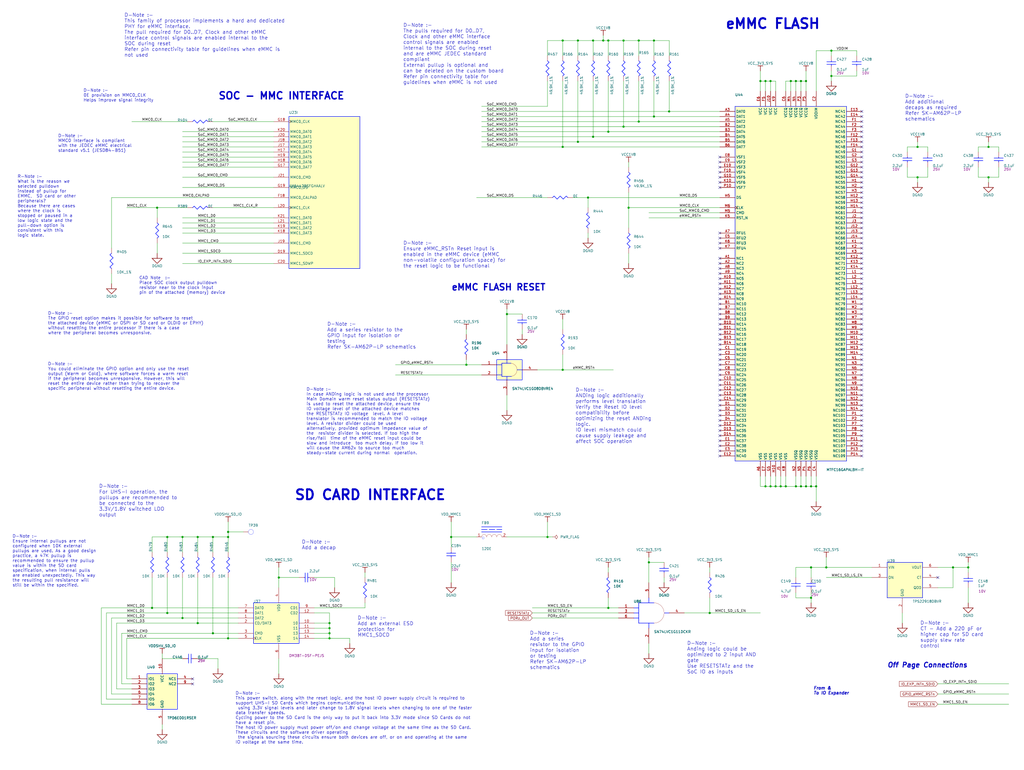
<source format=kicad_sch>
(kicad_sch (version 20231120) (generator "eeschema") (generator_version "8.0")
  (paper "User" 513.08 386.08)
  (lib_symbols
    (symbol "13-altium-import:DGND_SIGNAL_GROUND" (power)
      (property "Reference" "#PWR" (at 0 0 0))
      (property "Value" "DGND" (at 0 6.35 0))
      (symbol "DGND_SIGNAL_GROUND_0_0"
        (pin power_in line (at 0 0 0) (length 0) hide (name "DGND") (number ""))
      )
    )
    (symbol "13-altium-import:VCC1V8_BAR" (power)
      (property "Reference" "#PWR" (at 0 0 0))
      (property "Value" "VCC1V8" (at 0 3.81 0))
      (symbol "VCC1V8_BAR_0_0"
        (pin power_in line (at 0 0 0) (length 0) hide (name "VCC1V8") (number ""))
      )
    )
    (symbol "13-altium-import:VCC_3V3_SYS_BAR" (power)
      (property "Reference" "#PWR" (at 0 0 0))
      (property "Value" "VCC_3V3_SYS" (at 0 3.81 0))
      (symbol "VCC_3V3_SYS_BAR_0_0"
        (pin power_in line (at 0 0 0) (length 0) hide (name "VCC_3V3_SYS") (number ""))
      )
    )
    (symbol "13-altium-import:VDDSHV_SD_IO_BAR" (power)
      (property "Reference" "#PWR" (at 0 0 0))
      (property "Value" "VDDSHV_SD_IO" (at 0 3.81 0))
      (symbol "VDDSHV_SD_IO_BAR_0_0"
        (pin power_in line (at 0 0 0) (length 0) hide (name "VDDSHV_SD_IO") (number ""))
      )
    )
    (symbol "13-altium-import:VDD_MMC1_BAR" (power)
      (property "Reference" "#PWR" (at 0 0 0))
      (property "Value" "VDD_MMC1" (at 0 3.81 0))
      (symbol "VDD_MMC1_BAR_0_0"
        (pin power_in line (at 0 0 0) (length 0) hide (name "VDD_MMC1") (number ""))
      )
    )
    (symbol "13-altium-import:VDD_MMC1_SD_BAR" (power)
      (property "Reference" "#PWR" (at 0 0 0))
      (property "Value" "VDD_MMC1_SD" (at 0 3.81 0))
      (symbol "VDD_MMC1_SD_BAR_0_0"
        (pin power_in line (at 0 0 0) (length 0) hide (name "VDD_MMC1_SD") (number ""))
      )
    )
    (symbol "13-altium-import:root_0_CAP_Dup3"
      (symbol "root_0_CAP_Dup3_1_0"
        (pin passive line (at 2.54 2.54 270) (length 2.54) (name "1") (number "1"))
        (pin passive line (at 2.54 -5.08 90) (length 2.54) (name "2") (number "2"))
      )
    )
    (symbol "13-altium-import:root_0_CON_SDCARD_10_DM3BT-DSF-PEJS"
      (symbol "root_0_CON_SDCARD_10_DM3BT-DSF-PEJS_1_0"
        (pin passive line (at -7.62 -7.62 0) (length 7.62) (name "DAT2") (number "1"))
        (pin passive line (at 30.48 -10.16 180) (length 7.62) (name "10") (number "10"))
        (pin passive line (at 30.48 -12.7 180) (length 7.62) (name "11") (number "11"))
        (pin passive line (at 30.48 -5.08 180) (length 7.62) (name "CD2") (number "12"))
        (pin passive line (at 30.48 -15.24 180) (length 7.62) (name "13") (number "13"))
        (pin passive line (at 30.48 -17.78 180) (length 7.62) (name "14") (number "14"))
        (pin passive line (at -7.62 -10.16 0) (length 7.62) (name "CD/DAT3") (number "2"))
        (pin passive line (at -7.62 -15.24 0) (length 7.62) (name "CMD") (number "3"))
        (pin power_in line (at 12.7 7.62 270) (length 7.62) (name "VDD") (number "4"))
        (pin passive clock (at -7.62 -17.78 0) (length 7.62) (name "CLK") (number "5"))
        (pin power_in line (at 12.7 -27.94 90) (length 7.62) (name "VSS") (number "6"))
        (pin passive line (at -7.62 -2.54 0) (length 7.62) (name "DAT0") (number "7"))
        (pin passive line (at -7.62 -5.08 0) (length 7.62) (name "DAT1") (number "8"))
        (pin passive line (at 30.48 -2.54 180) (length 7.62) (name "CD1") (number "9"))
      )
    )
    (symbol "13-altium-import:root_0_MTFC16GAPALBH_TFBGA153"
      (property "Reference" "U44" (at 0 5.08 0))
      (property "Value" "MTFC16GAPALBH-IT" (at 45.72 -182.88 0))
      (symbol "root_0_MTFC16GAPALBH_TFBGA153_1_0"
        (pin passive line (at -7.62 -76.2 0) (length 7.62) (name "NC1") (number "A1"))
        (pin passive line (at -7.62 -86.36 0) (length 7.62) (name "NC5") (number "A10"))
        (pin passive line (at -7.62 -88.9 0) (length 7.62) (name "NC6") (number "A11"))
        (pin passive line (at -7.62 -91.44 0) (length 7.62) (name "NC7") (number "A12"))
        (pin passive line (at -7.62 -93.98 0) (length 7.62) (name "NC8") (number "A13"))
        (pin passive line (at -7.62 -96.52 0) (length 7.62) (name "NC9") (number "A14"))
        (pin passive line (at -7.62 -78.74 0) (length 7.62) (name "NC2") (number "A2"))
        (pin bidirectional line (at -7.62 -2.54 0) (length 7.62) (name "DAT0") (number "A3"))
        (pin bidirectional line (at -7.62 -5.08 0) (length 7.62) (name "DAT1") (number "A4"))
        (pin bidirectional line (at -7.62 -7.62 0) (length 7.62) (name "DAT2") (number "A5"))
        (pin power_in line (at 12.7 -185.42 90) (length 7.62) (name "VSS") (number "A6"))
        (pin passive line (at -7.62 -63.5 0) (length 7.62) (name "RFU1") (number "A7"))
        (pin passive line (at -7.62 -81.28 0) (length 7.62) (name "NC3") (number "A8"))
        (pin passive line (at -7.62 -83.82 0) (length 7.62) (name "NC4") (number "A9"))
        (pin passive line (at -7.62 -99.06 0) (length 7.62) (name "NC10") (number "B1"))
        (pin passive line (at -7.62 -109.22 0) (length 7.62) (name "NC14") (number "B10"))
        (pin passive line (at -7.62 -111.76 0) (length 7.62) (name "NC15") (number "B11"))
        (pin passive line (at -7.62 -114.3 0) (length 7.62) (name "NC16") (number "B12"))
        (pin passive line (at -7.62 -116.84 0) (length 7.62) (name "NC17") (number "B13"))
        (pin passive line (at -7.62 -119.38 0) (length 7.62) (name "NC18") (number "B14"))
        (pin bidirectional line (at -7.62 -10.16 0) (length 7.62) (name "DAT3") (number "B2"))
        (pin bidirectional line (at -7.62 -12.7 0) (length 7.62) (name "DAT4") (number "B3"))
        (pin bidirectional line (at -7.62 -15.24 0) (length 7.62) (name "DAT5") (number "B4"))
        (pin bidirectional line (at -7.62 -17.78 0) (length 7.62) (name "DAT6") (number "B5"))
        (pin bidirectional line (at -7.62 -20.32 0) (length 7.62) (name "DAT7") (number "B6"))
        (pin passive line (at -7.62 -101.6 0) (length 7.62) (name "NC11") (number "B7"))
        (pin passive line (at -7.62 -104.14 0) (length 7.62) (name "NC12") (number "B8"))
        (pin passive line (at -7.62 -106.68 0) (length 7.62) (name "NC13") (number "B9"))
        (pin passive line (at -7.62 -121.92 0) (length 7.62) (name "NC19") (number "C1"))
        (pin passive line (at -7.62 -137.16 0) (length 7.62) (name "NC25") (number "C10"))
        (pin passive line (at -7.62 -139.7 0) (length 7.62) (name "NC26") (number "C11"))
        (pin passive line (at -7.62 -142.24 0) (length 7.62) (name "NC27") (number "C12"))
        (pin passive line (at -7.62 -144.78 0) (length 7.62) (name "NC28") (number "C13"))
        (pin passive line (at -7.62 -147.32 0) (length 7.62) (name "NC29") (number "C14"))
        (pin power_out line (at 40.64 7.62 270) (length 7.62) (name "VDDIM") (number "C2"))
        (pin passive line (at -7.62 -124.46 0) (length 7.62) (name "NC20") (number "C3"))
        (pin power_in line (at 40.64 -185.42 90) (length 7.62) (name "VSSQ") (number "C4"))
        (pin passive line (at -7.62 -127 0) (length 7.62) (name "NC21") (number "C5"))
        (pin power_in line (at 25.4 7.62 270) (length 7.62) (name "VCCQ") (number "C6"))
        (pin passive line (at -7.62 -129.54 0) (length 7.62) (name "NC22") (number "C7"))
        (pin passive line (at -7.62 -132.08 0) (length 7.62) (name "NC23") (number "C8"))
        (pin passive line (at -7.62 -134.62 0) (length 7.62) (name "NC24") (number "C9"))
        (pin passive line (at -7.62 -149.86 0) (length 7.62) (name "NC30") (number "D1"))
        (pin passive line (at -7.62 -160.02 0) (length 7.62) (name "NC34") (number "D12"))
        (pin passive line (at -7.62 -162.56 0) (length 7.62) (name "NC35") (number "D13"))
        (pin passive line (at -7.62 -165.1 0) (length 7.62) (name "NC36") (number "D14"))
        (pin passive line (at -7.62 -152.4 0) (length 7.62) (name "NC31") (number "D2"))
        (pin passive line (at -7.62 -154.94 0) (length 7.62) (name "NC32") (number "D3"))
        (pin passive line (at -7.62 -157.48 0) (length 7.62) (name "NC33") (number "D4"))
        (pin passive line (at -7.62 -167.64 0) (length 7.62) (name "NC37") (number "E1"))
        (pin passive line (at -7.62 -30.48 0) (length 7.62) (name "VSF3") (number "E10"))
        (pin passive line (at -7.62 -175.26 0) (length 7.62) (name "NC40") (number "E12"))
        (pin passive line (at 63.5 -2.54 180) (length 7.62) (name "NC41") (number "E13"))
        (pin passive line (at 63.5 -5.08 180) (length 7.62) (name "NC42") (number "E14"))
        (pin passive line (at -7.62 -170.18 0) (length 7.62) (name "NC38") (number "E2"))
        (pin passive line (at -7.62 -172.72 0) (length 7.62) (name "NC39") (number "E3"))
        (pin passive line (at -7.62 -66.04 0) (length 7.62) (name "RFU2") (number "E5"))
        (pin power_in line (at 12.7 7.62 270) (length 7.62) (name "VCC") (number "E6"))
        (pin power_in line (at 15.24 -185.42 90) (length 7.62) (name "VSS") (number "E7"))
        (pin passive line (at -7.62 -25.4 0) (length 7.62) (name "VSF1") (number "E8"))
        (pin passive line (at -7.62 -27.94 0) (length 7.62) (name "VSF2") (number "E9"))
        (pin passive line (at 63.5 -7.62 180) (length 7.62) (name "NC43") (number "F1"))
        (pin passive line (at -7.62 -33.02 0) (length 7.62) (name "VSF4") (number "F10"))
        (pin passive line (at 63.5 -15.24 180) (length 7.62) (name "NC46") (number "F12"))
        (pin passive line (at 63.5 -17.78 180) (length 7.62) (name "NC47") (number "F13"))
        (pin passive line (at 63.5 -20.32 180) (length 7.62) (name "NC48") (number "F14"))
        (pin passive line (at 63.5 -10.16 180) (length 7.62) (name "NC44") (number "F2"))
        (pin passive line (at 63.5 -12.7 180) (length 7.62) (name "NC45") (number "F3"))
        (pin power_in line (at 15.24 7.62 270) (length 7.62) (name "VCC") (number "F5"))
        (pin passive line (at 63.5 -22.86 180) (length 7.62) (name "NC49") (number "G1"))
        (pin passive line (at -7.62 -35.56 0) (length 7.62) (name "VSF5") (number "G10"))
        (pin passive line (at 63.5 -30.48 180) (length 7.62) (name "NC52") (number "G12"))
        (pin passive line (at 63.5 -33.02 180) (length 7.62) (name "NC53") (number "G13"))
        (pin passive line (at 63.5 -35.56 180) (length 7.62) (name "NC54") (number "G14"))
        (pin passive line (at 63.5 -25.4 180) (length 7.62) (name "NC50") (number "G2"))
        (pin passive line (at 63.5 -27.94 180) (length 7.62) (name "NC51") (number "G3"))
        (pin power_in line (at 17.78 -185.42 90) (length 7.62) (name "VSS") (number "G5"))
        (pin passive line (at 63.5 -38.1 180) (length 7.62) (name "NC55") (number "H1"))
        (pin power_in line (at 20.32 -185.42 90) (length 7.62) (name "VSS") (number "H10"))
        (pin passive line (at 63.5 -45.72 180) (length 7.62) (name "NC58") (number "H12"))
        (pin passive line (at 63.5 -48.26 180) (length 7.62) (name "NC59") (number "H13"))
        (pin passive line (at 63.5 -50.8 180) (length 7.62) (name "NC60") (number "H14"))
        (pin passive line (at 63.5 -40.64 180) (length 7.62) (name "NC56") (number "H2"))
        (pin passive line (at 63.5 -43.18 180) (length 7.62) (name "NC57") (number "H3"))
        (pin passive line (at -7.62 -45.72 0) (length 7.62) (name "DS") (number "H5"))
        (pin passive line (at 63.5 -53.34 180) (length 7.62) (name "NC61") (number "J1"))
        (pin power_in line (at 17.78 7.62 270) (length 7.62) (name "VCC") (number "J10"))
        (pin passive line (at 63.5 -60.96 180) (length 7.62) (name "NC64") (number "J12"))
        (pin passive line (at 63.5 -63.5 180) (length 7.62) (name "NC65") (number "J13"))
        (pin passive line (at 63.5 -66.04 180) (length 7.62) (name "NC66") (number "J14"))
        (pin passive line (at 63.5 -55.88 180) (length 7.62) (name "NC62") (number "J2"))
        (pin passive line (at 63.5 -58.42 180) (length 7.62) (name "NC63") (number "J3"))
        (pin power_in line (at 22.86 -185.42 90) (length 7.62) (name "VSS") (number "J5"))
        (pin passive line (at 63.5 -68.58 180) (length 7.62) (name "NC67") (number "K1"))
        (pin passive line (at -7.62 -38.1 0) (length 7.62) (name "VSF6") (number "K10"))
        (pin passive line (at 63.5 -76.2 180) (length 7.62) (name "NC70") (number "K12"))
        (pin passive line (at 63.5 -78.74 180) (length 7.62) (name "NC71") (number "K13"))
        (pin passive line (at 63.5 -81.28 180) (length 7.62) (name "NC72") (number "K14"))
        (pin passive line (at 63.5 -71.12 180) (length 7.62) (name "NC68") (number "K2"))
        (pin passive line (at 63.5 -73.66 180) (length 7.62) (name "NC69") (number "K3"))
        (pin passive line (at -7.62 -55.88 0) (length 7.62) (name "RST_N") (number "K5"))
        (pin passive line (at -7.62 -68.58 0) (length 7.62) (name "RFU3") (number "K6"))
        (pin passive line (at -7.62 -71.12 0) (length 7.62) (name "RFU4") (number "K7"))
        (pin power_in line (at 25.4 -185.42 90) (length 7.62) (name "VSS") (number "K8"))
        (pin power_in line (at 20.32 7.62 270) (length 7.62) (name "VCC") (number "K9"))
        (pin passive line (at 63.5 -83.82 180) (length 7.62) (name "NC73") (number "L1"))
        (pin passive line (at 63.5 -91.44 180) (length 7.62) (name "NC76") (number "L12"))
        (pin passive line (at 63.5 -93.98 180) (length 7.62) (name "NC77") (number "L13"))
        (pin passive line (at 63.5 -96.52 180) (length 7.62) (name "NC78") (number "L14"))
        (pin passive line (at 63.5 -86.36 180) (length 7.62) (name "NC74") (number "L2"))
        (pin passive line (at 63.5 -88.9 180) (length 7.62) (name "NC75") (number "L3"))
        (pin passive line (at 63.5 -99.06 180) (length 7.62) (name "NC79") (number "M1"))
        (pin passive line (at 63.5 -114.3 180) (length 7.62) (name "NC85") (number "M10"))
        (pin passive line (at 63.5 -116.84 180) (length 7.62) (name "NC86") (number "M11"))
        (pin passive line (at 63.5 -119.38 180) (length 7.62) (name "NC87") (number "M12"))
        (pin passive line (at 63.5 -121.92 180) (length 7.62) (name "NC88") (number "M13"))
        (pin passive line (at 63.5 -124.46 180) (length 7.62) (name "NC89") (number "M14"))
        (pin passive line (at 63.5 -101.6 180) (length 7.62) (name "NC80") (number "M2"))
        (pin passive line (at 63.5 -104.14 180) (length 7.62) (name "NC81") (number "M3"))
        (pin power_in line (at 27.94 7.62 270) (length 7.62) (name "VCCQ") (number "M4"))
        (pin bidirectional line (at -7.62 -53.34 0) (length 7.62) (name "CMD") (number "M5"))
        (pin input clock (at -7.62 -50.8 0) (length 7.62) (name "CLK") (number "M6"))
        (pin passive line (at 63.5 -106.68 180) (length 7.62) (name "NC82") (number "M7"))
        (pin passive line (at 63.5 -109.22 180) (length 7.62) (name "NC83") (number "M8"))
        (pin passive line (at 63.5 -111.76 180) (length 7.62) (name "NC84") (number "M9"))
        (pin passive line (at 63.5 -127 180) (length 7.62) (name "NC90") (number "N1"))
        (pin passive line (at 63.5 -142.24 180) (length 7.62) (name "NC96") (number "N10"))
        (pin passive line (at 63.5 -144.78 180) (length 7.62) (name "NC97") (number "N11"))
        (pin passive line (at 63.5 -147.32 180) (length 7.62) (name "NC98") (number "N12"))
        (pin passive line (at 63.5 -149.86 180) (length 7.62) (name "NC99") (number "N13"))
        (pin passive line (at 63.5 -152.4 180) (length 7.62) (name "NC100") (number "N14"))
        (pin power_in line (at 30.48 -185.42 90) (length 7.62) (name "VSSQ") (number "N2"))
        (pin passive line (at 63.5 -129.54 180) (length 7.62) (name "NC91") (number "N3"))
        (pin power_in line (at 30.48 7.62 270) (length 7.62) (name "VCCQ") (number "N4"))
        (pin power_in line (at 33.02 -185.42 90) (length 7.62) (name "VSSQ") (number "N5"))
        (pin passive line (at 63.5 -132.08 180) (length 7.62) (name "NC92") (number "N6"))
        (pin passive line (at 63.5 -134.62 180) (length 7.62) (name "NC93") (number "N7"))
        (pin passive line (at 63.5 -137.16 180) (length 7.62) (name "NC94") (number "N8"))
        (pin passive line (at 63.5 -139.7 180) (length 7.62) (name "NC95") (number "N9"))
        (pin passive line (at 63.5 -154.94 180) (length 7.62) (name "NC101") (number "P1"))
        (pin passive line (at -7.62 -40.64 0) (length 7.62) (name "VSF7") (number "P10"))
        (pin passive line (at 63.5 -167.64 180) (length 7.62) (name "NC106") (number "P11"))
        (pin passive line (at 63.5 -170.18 180) (length 7.62) (name "NC107") (number "P12"))
        (pin passive line (at 63.5 -172.72 180) (length 7.62) (name "NC108") (number "P13"))
        (pin passive line (at 63.5 -175.26 180) (length 7.62) (name "NC109") (number "P14"))
        (pin passive line (at 63.5 -157.48 180) (length 7.62) (name "NC102") (number "P2"))
        (pin power_in line (at 33.02 7.62 270) (length 7.62) (name "VCCQ") (number "P3"))
        (pin power_in line (at 35.56 -185.42 90) (length 7.62) (name "VSSQ") (number "P4"))
        (pin power_in line (at 35.56 7.62 270) (length 7.62) (name "VCCQ") (number "P5"))
        (pin power_in line (at 38.1 -185.42 90) (length 7.62) (name "VSSQ") (number "P6"))
        (pin passive line (at 63.5 -160.02 180) (length 7.62) (name "NC103") (number "P7"))
        (pin passive line (at 63.5 -162.56 180) (length 7.62) (name "NC104") (number "P8"))
        (pin passive line (at 63.5 -165.1 180) (length 7.62) (name "NC105") (number "P9"))
      )
    )
    (symbol "13-altium-import:root_0_RESISTOR_Dup6"
      (symbol "root_0_RESISTOR_Dup6_1_0"
        (pin passive line (at 2.54 2.54 270) (length 2.54) (name "1") (number "1"))
        (pin passive line (at 2.54 -10.16 90) (length 2.54) (name "2") (number "2"))
      )
    )
    (symbol "13-altium-import:root_0_SN74LVC1G08DBVRE4_SOT23-5"
      (symbol "root_0_SN74LVC1G08DBVRE4_SOT23-5_1_0"
        (pin input line (at -7.62 -2.54 0) (length 7.62) (name "A") (number "1"))
        (pin input line (at -7.62 -7.62 0) (length 7.62) (name "B") (number "2"))
        (pin power_in line (at 5.08 -17.78 90) (length 7.62) (name "GND") (number "3"))
        (pin output line (at 20.32 -5.08 180) (length 7.62) (name "Y") (number "4"))
        (pin power_in line (at 5.08 7.62 270) (length 7.62) (name "VCC") (number "5"))
      )
    )
    (symbol "13-altium-import:root_0_SN74LVC1G11DCKR_SC70-6"
      (symbol "root_0_SN74LVC1G11DCKR_SC70-6_1_0"
        (pin input line (at -7.62 -5.08 0) (length 7.62) (name "A") (number "1"))
        (pin power_in line (at 7.62 -22.86 90) (length 7.62) (name "GND") (number "2"))
        (pin input line (at -7.62 -7.62 0) (length 7.62) (name "B") (number "3"))
        (pin output line (at 25.4 -7.62 180) (length 7.62) (name "Y") (number "4"))
        (pin power_in line (at 7.62 7.62 270) (length 7.62) (name "VCC") (number "5"))
        (pin input line (at -7.62 -10.16 0) (length 7.62) (name "C") (number "6"))
      )
    )
    (symbol "13-altium-import:root_0_TPD6E001RSE_UQFN10"
      (symbol "root_0_TPD6E001RSE_UQFN10_1_0"
        (pin bidirectional line (at -7.62 -2.54 0) (length 7.62) (name "IO1") (number "1"))
        (pin power_in line (at 7.62 7.62 270) (length 7.62) (name "VCC") (number "10"))
        (pin bidirectional line (at -7.62 -5.08 0) (length 7.62) (name "IO2") (number "2"))
        (pin bidirectional line (at -7.62 -7.62 0) (length 7.62) (name "IO3") (number "3"))
        (pin passive line (at 22.86 -2.54 180) (length 7.62) (name "NC1") (number "4"))
        (pin power_in line (at 7.62 -25.4 90) (length 7.62) (name "GND") (number "5"))
        (pin bidirectional line (at -7.62 -10.16 0) (length 7.62) (name "IO4") (number "6"))
        (pin bidirectional line (at -7.62 -12.7 0) (length 7.62) (name "IO5") (number "7"))
        (pin bidirectional line (at -7.62 -15.24 0) (length 7.62) (name "IO6") (number "8"))
        (pin passive line (at 22.86 -5.08 180) (length 7.62) (name "NC2") (number "9"))
      )
    )
    (symbol "13-altium-import:root_0_TPS22918DBVR_SOT23-6"
      (property "Reference" "U39" (at 0 0 0))
      (property "Value" "TPS22918DBVR" (at 12.7 -20.32 0))
      (symbol "root_0_TPS22918DBVR_SOT23-6_1_0"
        (pin input line (at -7.62 -2.54 0) (length 7.62) (name "VIN") (number "1"))
        (pin power_in line (at 7.62 -25.4 90) (length 7.62) (name "GND") (number "2"))
        (pin input line (at -7.62 -7.62 0) (length 7.62) (name "ON") (number "3"))
        (pin output line (at 25.4 -7.62 180) (length 7.62) (name "CT") (number "4"))
        (pin passive line (at 25.4 -12.7 180) (length 7.62) (name "QOD") (number "5"))
        (pin power_out line (at 25.4 -2.54 180) (length 7.62) (name "VOUT") (number "6"))
      )
    )
    (symbol "13-altium-import:root_0_XAM6442BSFGGAALV_BGA441"
      (property "Reference" "U23" (at 0 1.27 0))
      (property "Value" "AM6442BSFGHAALV" (at 0 -35.56 0))
      (symbol "root_0_XAM6442BSFGGAALV_BGA441_1_0"
        (pin passive line (at -7.62 -20.32 0) (length 7.62) (name "SPI0_D0") (number "A13"))
        (pin passive line (at -7.62 -22.86 0) (length 7.62) (name "SPI0_D1") (number "A14"))
        (pin passive line (at -7.62 -38.1 0) (length 7.62) (name "SPI1_D1") (number "A15"))
        (pin passive line (at 66.04 -22.86 180) (length 7.62) (name "UART0_RTSN") (number "A16"))
        (pin passive line (at 66.04 -5.08 180) (length 7.62) (name "MCAN0_TX") (number "A17"))
        (pin passive clock (at -7.62 -2.54 0) (length 7.62) (name "I2C0_SCL") (number "A18"))
        (pin passive line (at 66.04 -58.42 180) (length 7.62) (name "EXT_REFCLK1") (number "A19"))
        (pin passive line (at -7.62 -40.64 0) (length 7.62) (name "SPI1_CS0") (number "B14"))
        (pin passive line (at -7.62 -35.56 0) (length 7.62) (name "SPI1_D0") (number "B15"))
        (pin passive line (at 66.04 -17.78 180) (length 7.62) (name "UART0_CTSN") (number "B16"))
        (pin passive line (at 66.04 -2.54 180) (length 7.62) (name "MCAN0_RX") (number "B17"))
        (pin passive line (at -7.62 -5.08 0) (length 7.62) (name "I2C0_SDA") (number "B18"))
        (pin passive line (at -7.62 -12.7 0) (length 7.62) (name "I2C1_SDA") (number "B19"))
        (pin passive line (at -7.62 -27.94 0) (length 7.62) (name "SPI0_CS1") (number "C13"))
        (pin passive clock (at -7.62 -33.02 0) (length 7.62) (name "SPI1_CLK") (number "C14"))
        (pin passive line (at 66.04 -30.48 180) (length 7.62) (name "UART0_TXD") (number "C16"))
        (pin passive line (at 66.04 -12.7 180) (length 7.62) (name "MCAN1_TX") (number "C17"))
        (pin passive clock (at -7.62 -10.16 0) (length 7.62) (name "I2C1_SCL") (number "C18"))
        (pin passive line (at -7.62 -25.4 0) (length 7.62) (name "SPI0_CS0") (number "D12"))
        (pin passive clock (at -7.62 -17.78 0) (length 7.62) (name "SPI0_CLK") (number "D13"))
        (pin passive line (at -7.62 -43.18 0) (length 7.62) (name "SPI1_CS1") (number "D14"))
        (pin passive line (at 66.04 -27.94 180) (length 7.62) (name "UART0_RXD") (number "D15"))
        (pin passive line (at 66.04 -35.56 180) (length 7.62) (name "UART1_CTSN") (number "D16"))
        (pin passive line (at 66.04 -10.16 180) (length 7.62) (name "MCAN1_RX") (number "D17"))
        (pin passive line (at 66.04 -53.34 180) (length 7.62) (name "ECAP0_IN_APWM_OUT") (number "D18"))
        (pin passive line (at -7.62 -50.8 0) (length 7.62) (name "RSVD1") (number "D21"))
        (pin passive line (at 66.04 -48.26 180) (length 7.62) (name "UART1_TXD") (number "E14"))
        (pin passive line (at 66.04 -45.72 180) (length 7.62) (name "UART1_RXD") (number "E15"))
        (pin passive line (at 66.04 -40.64 180) (length 7.62) (name "UART1_RTSN") (number "E16"))
        (pin passive line (at -7.62 -68.58 0) (length 7.62) (name "RSVD8") (number "F12"))
        (pin passive line (at -7.62 -55.88 0) (length 7.62) (name "RSVD3") (number "F17"))
        (pin passive line (at -7.62 -53.34 0) (length 7.62) (name "RSVD2") (number "G13"))
        (pin passive line (at -7.62 -48.26 0) (length 7.62) (name "RSVD0") (number "H16"))
        (pin passive line (at -7.62 -66.04 0) (length 7.62) (name "RSVD7") (number "K1"))
        (pin passive line (at -7.62 -63.5 0) (length 7.62) (name "RSVD6") (number "K2"))
        (pin passive line (at -7.62 -60.96 0) (length 7.62) (name "RSVD5") (number "V16"))
        (pin passive line (at -7.62 -58.42 0) (length 7.62) (name "RSVD4") (number "W15"))
      )
      (symbol "root_0_XAM6442BSFGGAALV_BGA441_2_0"
        (pin output line (at -7.62 -15.24 0) (length 7.62) (name "TDO") (number "A12"))
        (pin input clock (at -7.62 -10.16 0) (length 7.62) (name "TCK") (number "B11"))
        (pin input line (at -7.62 -12.7 0) (length 7.62) (name "TDI") (number "C11"))
        (pin passive line (at -7.62 -17.78 0) (length 7.62) (name "TMS") (number "C12"))
        (pin passive line (at -7.62 -2.54 0) (length 7.62) (name "EMU0") (number "D10"))
        (pin passive line (at -7.62 -20.32 0) (length 7.62) (name "TRSTN") (number "D11"))
        (pin passive line (at -7.62 -5.08 0) (length 7.62) (name "EMU1") (number "E10"))
      )
      (symbol "root_0_XAM6442BSFGGAALV_BGA441_3_0"
        (pin passive line (at -7.62 -7.62 0) (length 7.62) (name "MCU_SAFETY_ERRORN") (number "A20"))
        (pin passive line (at -7.62 -22.86 0) (length 7.62) (name "MCU_RESETZ") (number "B12"))
        (pin passive line (at -7.62 -27.94 0) (length 7.62) (name "MCU_RESETSTATZ") (number "B13"))
        (pin passive line (at -7.62 -12.7 0) (length 7.62) (name "MCU_PORZ") (number "B21"))
        (pin passive line (at -7.62 -2.54 0) (length 7.62) (name "EXTINTN") (number "C19"))
        (pin passive line (at -7.62 -17.78 0) (length 7.62) (name "PORZ_OUT") (number "E17"))
        (pin passive line (at -7.62 -33.02 0) (length 7.62) (name "RESET_REQZ") (number "E18"))
        (pin passive line (at -7.62 -38.1 0) (length 7.62) (name "RESETSTATZ") (number "F16"))
      )
      (symbol "root_0_XAM6442BSFGGAALV_BGA441_4_0"
        (pin passive line (at -7.62 -2.54 0) (length 7.62) (name "USB0_DP") (number "AA19"))
        (pin passive line (at -7.62 -5.08 0) (length 7.62) (name "USB0_DM") (number "AA20"))
        (pin passive line (at -7.62 -25.4 0) (length 7.62) (name "USB0_DRVVBUS") (number "E19"))
        (pin passive line (at -7.62 -20.32 0) (length 7.62) (name "USB0_VBUS") (number "T14"))
        (pin passive line (at -7.62 -10.16 0) (length 7.62) (name "USB0_ID") (number "U16"))
        (pin passive line (at -7.62 -15.24 0) (length 7.62) (name "USB0_RCALIB") (number "U17"))
      )
      (symbol "root_0_XAM6442BSFGGAALV_BGA441_5_0"
        (pin passive line (at -7.62 -10.16 0) (length 7.62) (name "ADC0_AIN3") (number "D20"))
        (pin passive line (at -7.62 -20.32 0) (length 7.62) (name "ADC0_AIN7") (number "E20"))
        (pin passive line (at -7.62 -7.62 0) (length 7.62) (name "ADC0_AIN2") (number "E21"))
        (pin passive line (at -7.62 -17.78 0) (length 7.62) (name "ADC0_AIN6") (number "F19"))
        (pin passive line (at -7.62 -5.08 0) (length 7.62) (name "ADC0_AIN1") (number "F20"))
        (pin passive line (at -7.62 -15.24 0) (length 7.62) (name "ADC0_AIN5") (number "F21"))
        (pin passive line (at -7.62 -2.54 0) (length 7.62) (name "ADC0_AIN0") (number "G20"))
        (pin passive line (at -7.62 -12.7 0) (length 7.62) (name "ADC0_AIN4") (number "G21"))
      )
      (symbol "root_0_XAM6442BSFGGAALV_BGA441_6_0"
        (pin passive line (at -7.62 -91.44 0) (length 7.62) (name "GPMC0_WPN") (number "N16"))
        (pin passive line (at -7.62 -78.74 0) (length 7.62) (name "GPMC0_DIR") (number "N17"))
        (pin passive line (at -7.62 -63.5 0) (length 7.62) (name "GPMC0_ADVN_ALE") (number "P16"))
        (pin passive line (at -7.62 -68.58 0) (length 7.62) (name "GPMC0_BE0N_CLE") (number "P17"))
        (pin passive line (at -7.62 -55.88 0) (length 7.62) (name "GPMC0_CSN2") (number "P19"))
        (pin passive line (at -7.62 -33.02 0) (length 7.62) (name "GPMC0_AD10") (number "R16"))
        (pin passive clock (at -7.62 -2.54 0) (length 7.62) (name "GPMC0_CLK") (number "R17"))
        (pin passive line (at -7.62 -96.52 0) (length 7.62) (name "GPMC0_OEN_REN") (number "R18"))
        (pin passive line (at -7.62 -50.8 0) (length 7.62) (name "GPMC0_CSN0") (number "R19"))
        (pin passive line (at -7.62 -53.34 0) (length 7.62) (name "GPMC0_CSN1") (number "R20"))
        (pin passive line (at -7.62 -58.42 0) (length 7.62) (name "GPMC0_CSN3") (number "R21"))
        (pin passive line (at -7.62 -30.48 0) (length 7.62) (name "GPMC0_AD9") (number "T17"))
        (pin passive line (at -7.62 -12.7 0) (length 7.62) (name "GPMC0_AD2") (number "T18"))
        (pin passive line (at -7.62 -73.66 0) (length 7.62) (name "GPMC0_BE1N") (number "T19"))
        (pin passive line (at -7.62 -7.62 0) (length 7.62) (name "GPMC0_AD0") (number "T20"))
        (pin passive line (at -7.62 -101.6 0) (length 7.62) (name "GPMC0_WEN") (number "T21"))
        (pin passive line (at -7.62 -17.78 0) (length 7.62) (name "GPMC0_AD4") (number "U18"))
        (pin passive line (at -7.62 -20.32 0) (length 7.62) (name "GPMC0_AD5") (number "U19"))
        (pin passive line (at -7.62 -15.24 0) (length 7.62) (name "GPMC0_AD3") (number "U20"))
        (pin passive line (at -7.62 -10.16 0) (length 7.62) (name "GPMC0_AD1") (number "U21"))
        (pin passive line (at -7.62 -40.64 0) (length 7.62) (name "GPMC0_AD13") (number "V18"))
        (pin passive line (at -7.62 -27.94 0) (length 7.62) (name "GPMC0_AD8") (number "V19"))
        (pin passive line (at -7.62 -22.86 0) (length 7.62) (name "GPMC0_AD6") (number "V20"))
        (pin passive line (at -7.62 -25.4 0) (length 7.62) (name "GPMC0_AD7") (number "V21"))
        (pin passive line (at -7.62 -83.82 0) (length 7.62) (name "GPMC0_WAIT0") (number "W19"))
        (pin passive line (at -7.62 -35.56 0) (length 7.62) (name "GPMC0_AD11") (number "W20"))
        (pin passive line (at -7.62 -38.1 0) (length 7.62) (name "GPMC0_AD12") (number "W21"))
        (pin passive line (at -7.62 -86.36 0) (length 7.62) (name "GPMC0_WAIT1") (number "Y18"))
        (pin passive line (at -7.62 -45.72 0) (length 7.62) (name "GPMC0_AD15") (number "Y20"))
        (pin passive line (at -7.62 -43.18 0) (length 7.62) (name "GPMC0_AD14") (number "Y21"))
      )
      (symbol "root_0_XAM6442BSFGGAALV_BGA441_7_0"
        (pin passive line (at 60.96 -12.7 180) (length 7.62) (name "DDR0_DQ1") (number "A2"))
        (pin passive line (at 60.96 -10.16 180) (length 7.62) (name "DDR0_DQ0") (number "A3"))
        (pin passive line (at 60.96 -17.78 180) (length 7.62) (name "DDR0_DQ3") (number "A4"))
        (pin passive line (at 60.96 -55.88 180) (length 7.62) (name "DDR0_DQS0_N") (number "B1"))
        (pin passive line (at 60.96 -2.54 180) (length 7.62) (name "DDR0_DM0") (number "B2"))
        (pin passive line (at 60.96 -20.32 180) (length 7.62) (name "DDR0_DQ4") (number "B3"))
        (pin passive line (at 60.96 -27.94 180) (length 7.62) (name "DDR0_DQ7") (number "B4"))
        (pin passive line (at 60.96 -15.24 180) (length 7.62) (name "DDR0_DQ2") (number "B5"))
        (pin passive line (at 60.96 -53.34 180) (length 7.62) (name "DDR0_DQS0") (number "C1"))
        (pin passive line (at 60.96 -25.4 180) (length 7.62) (name "DDR0_DQ6") (number "C2"))
        (pin passive line (at 60.96 -22.86 180) (length 7.62) (name "DDR0_DQ5") (number "C4"))
        (pin passive line (at -7.62 -5.08 0) (length 7.62) (name "DDR0_A1") (number "C5"))
        (pin passive line (at -7.62 -2.54 0) (length 7.62) (name "DDR0_A0") (number "D2"))
        (pin passive line (at -7.62 -12.7 0) (length 7.62) (name "DDR0_A4") (number "D3"))
        (pin passive line (at -7.62 -10.16 0) (length 7.62) (name "DDR0_A3") (number "D4"))
        (pin passive line (at -7.62 -124.46 0) (length 7.62) (name "DDR0_RESET0_N") (number "D5"))
        (pin passive line (at -7.62 -66.04 0) (length 7.62) (name "DDR0_CK0_N") (number "E1"))
        (pin passive line (at -7.62 -7.62 0) (length 7.62) (name "DDR0_A2") (number "E2"))
        (pin passive line (at -7.62 -78.74 0) (length 7.62) (name "DDR0_CS0_N") (number "E3"))
        (pin passive line (at -7.62 -81.28 0) (length 7.62) (name "DDR0_CS1_N") (number "E4"))
        (pin passive line (at -7.62 -86.36 0) (length 7.62) (name "DDR0_ODT0") (number "E5"))
        (pin passive line (at -7.62 -63.5 0) (length 7.62) (name "DDR0_CK0") (number "F1"))
        (pin passive line (at -7.62 -15.24 0) (length 7.62) (name "DDR0_A5") (number "F2"))
        (pin passive line (at -7.62 -73.66 0) (length 7.62) (name "DDR0_CKE1") (number "F3"))
        (pin passive line (at -7.62 -71.12 0) (length 7.62) (name "DDR0_CKE0") (number "F4"))
        (pin passive line (at -7.62 -88.9 0) (length 7.62) (name "DDR0_ODT1") (number "F5"))
        (pin passive line (at -7.62 -119.38 0) (length 7.62) (name "DDR0_RAS_N") (number "F6"))
        (pin passive line (at -7.62 -48.26 0) (length 7.62) (name "DDR0_BG0") (number "G2"))
        (pin passive line (at -7.62 -40.64 0) (length 7.62) (name "DDR0_BA0") (number "G4"))
        (pin passive line (at -7.62 -43.18 0) (length 7.62) (name "DDR0_BA1") (number "G5"))
        (pin passive line (at -7.62 -99.06 0) (length 7.62) (name "DDR0_ALERT_N") (number "H1"))
        (pin passive line (at -7.62 -93.98 0) (length 7.62) (name "DDR0_ACT_N") (number "H2"))
        (pin passive line (at -7.62 -50.8 0) (length 7.62) (name "DDR0_BG1") (number "H3"))
        (pin passive line (at -7.62 -129.54 0) (length 7.62) (name "DDR0_WE_N") (number "H4"))
        (pin passive line (at -7.62 -104.14 0) (length 7.62) (name "DDR0_CAL0") (number "H5"))
        (pin passive line (at -7.62 -30.48 0) (length 7.62) (name "DDR0_A11") (number "J1"))
        (pin passive line (at -7.62 -17.78 0) (length 7.62) (name "DDR0_A6") (number "J2"))
        (pin passive line (at -7.62 -22.86 0) (length 7.62) (name "DDR0_A8") (number "J3"))
        (pin passive line (at -7.62 -25.4 0) (length 7.62) (name "DDR0_A9") (number "J4"))
        (pin passive line (at -7.62 -109.22 0) (length 7.62) (name "DDR0_CAS_N") (number "J5"))
        (pin passive line (at -7.62 -27.94 0) (length 7.62) (name "DDR0_A10") (number "K3"))
        (pin passive line (at -7.62 -35.56 0) (length 7.62) (name "DDR0_A13") (number "K4"))
        (pin passive line (at -7.62 -114.3 0) (length 7.62) (name "DDR0_PAR") (number "K5"))
        (pin passive line (at 60.96 -35.56 180) (length 7.62) (name "DDR0_DQ10") (number "L2"))
        (pin passive line (at 60.96 -33.02 180) (length 7.62) (name "DDR0_DQ9") (number "L4"))
        (pin passive line (at -7.62 -20.32 0) (length 7.62) (name "DDR0_A7") (number "L5"))
        (pin passive line (at 60.96 -63.5 180) (length 7.62) (name "DDR0_DQS1_N") (number "M1"))
        (pin passive line (at 60.96 -5.08 180) (length 7.62) (name "DDR0_DM1") (number "M2"))
        (pin passive line (at 60.96 -38.1 180) (length 7.62) (name "DDR0_DQ11") (number "M3"))
        (pin passive line (at 60.96 -45.72 180) (length 7.62) (name "DDR0_DQ14") (number "M4"))
        (pin passive line (at -7.62 -33.02 0) (length 7.62) (name "DDR0_A12") (number "M5"))
        (pin passive line (at 60.96 -60.96 180) (length 7.62) (name "DDR0_DQS1") (number "N1"))
        (pin passive line (at 60.96 -48.26 180) (length 7.62) (name "DDR0_DQ15") (number "N2"))
        (pin passive line (at 60.96 -43.18 180) (length 7.62) (name "DDR0_DQ13") (number "N3"))
        (pin passive line (at 60.96 -40.64 180) (length 7.62) (name "DDR0_DQ12") (number "N4"))
        (pin passive line (at 60.96 -30.48 180) (length 7.62) (name "DDR0_DQ8") (number "N5"))
      )
      (symbol "root_0_XAM6442BSFGGAALV_BGA441_8_0"
        (pin passive line (at -7.62 -5.08 0) (length 7.62) (name "MCU_I2C0_SDA") (number "A10"))
        (pin passive clock (at -7.62 -10.16 0) (length 7.62) (name "MCU_I2C1_SCL") (number "A11"))
        (pin passive line (at -7.62 -48.26 0) (length 7.62) (name "MCU_SPI1_CS0") (number "A7"))
        (pin passive line (at -7.62 -58.42 0) (length 7.62) (name "MCU_UART0_TXD") (number "A8"))
        (pin passive line (at -7.62 -55.88 0) (length 7.62) (name "MCU_UART0_RXD") (number "A9"))
        (pin passive line (at -7.62 -12.7 0) (length 7.62) (name "MCU_I2C1_SDA") (number "B10"))
        (pin passive line (at -7.62 -20.32 0) (length 7.62) (name "MCU_OSC0_XO") (number "B20"))
        (pin passive line (at -7.62 -30.48 0) (length 7.62) (name "MCU_SPI0_D1") (number "B6"))
        (pin passive line (at -7.62 -50.8 0) (length 7.62) (name "MCU_SPI1_CS1") (number "B7"))
        (pin passive line (at -7.62 -78.74 0) (length 7.62) (name "MCU_UART1_CTSN") (number "B8"))
        (pin passive line (at -7.62 -81.28 0) (length 7.62) (name "MCU_UART1_RTSN") (number "B9"))
        (pin passive line (at -7.62 -17.78 0) (length 7.62) (name "MCU_OSC0_XI") (number "C21"))
        (pin passive line (at -7.62 -35.56 0) (length 7.62) (name "MCU_SPI0_CS1") (number "C6"))
        (pin passive line (at -7.62 -43.18 0) (length 7.62) (name "MCU_SPI1_D0") (number "C7"))
        (pin passive line (at -7.62 -45.72 0) (length 7.62) (name "MCU_SPI1_D1") (number "C8"))
        (pin passive line (at -7.62 -63.5 0) (length 7.62) (name "MCU_UART1_RXD") (number "C9"))
        (pin passive line (at -7.62 -33.02 0) (length 7.62) (name "MCU_SPI0_CS0") (number "D6"))
        (pin passive clock (at -7.62 -40.64 0) (length 7.62) (name "MCU_SPI1_CLK") (number "D7"))
        (pin passive line (at -7.62 -71.12 0) (length 7.62) (name "MCU_UART0_CTSN") (number "D8"))
        (pin passive line (at -7.62 -66.04 0) (length 7.62) (name "MCU_UART1_TXD") (number "D9"))
        (pin passive clock (at -7.62 -25.4 0) (length 7.62) (name "MCU_SPI0_CLK") (number "E6"))
        (pin passive line (at -7.62 -27.94 0) (length 7.62) (name "MCU_SPI0_D0") (number "E7"))
        (pin passive line (at -7.62 -73.66 0) (length 7.62) (name "MCU_UART0_RTSN") (number "E8"))
        (pin passive clock (at -7.62 -2.54 0) (length 7.62) (name "MCU_I2C0_SCL") (number "E9"))
      )
      (symbol "root_0_XAM6442BSFGGAALV_BGA441_9_0"
        (pin passive line (at -7.62 -73.66 0) (length 7.62) (name "MMC1_SDWP") (number "C20"))
        (pin passive line (at -7.62 -68.58 0) (length 7.62) (name "MMC1_SDCD") (number "D19"))
        (pin passive line (at -7.62 -40.64 0) (length 7.62) (name "MMC0_CALPAD") (number "F18"))
        (pin passive line (at -7.62 -25.4 0) (length 7.62) (name "MMC0_DAT7") (number "G17"))
        (pin passive clock (at -7.62 -2.54 0) (length 7.62) (name "MMC0_CLK") (number "G18"))
        (pin passive line (at -7.62 -35.56 0) (length 7.62) (name "MMC0_DS") (number "G19"))
        (pin passive line (at -7.62 -17.78 0) (length 7.62) (name "MMC0_DAT4") (number "H17"))
        (pin passive line (at -7.62 -22.86 0) (length 7.62) (name "MMC0_DAT6") (number "H18"))
        (pin passive line (at -7.62 -20.32 0) (length 7.62) (name "MMC0_DAT5") (number "H19"))
        (pin passive line (at -7.62 -15.24 0) (length 7.62) (name "MMC0_DAT3") (number "J17"))
        (pin passive line (at -7.62 -12.7 0) (length 7.62) (name "MMC0_DAT2") (number "J18"))
        (pin passive line (at -7.62 -63.5 0) (length 7.62) (name "MMC1_CMD") (number "J19"))
        (pin passive line (at -7.62 -10.16 0) (length 7.62) (name "MMC0_DAT1") (number "J20"))
        (pin passive line (at -7.62 -30.48 0) (length 7.62) (name "MMC0_CMD") (number "J21"))
        (pin passive line (at -7.62 -58.42 0) (length 7.62) (name "MMC1_DAT3") (number "K18"))
        (pin passive line (at -7.62 -55.88 0) (length 7.62) (name "MMC1_DAT2") (number "K19"))
        (pin passive line (at -7.62 -7.62 0) (length 7.62) (name "MMC0_DAT0") (number "K20"))
        (pin passive line (at -7.62 -50.8 0) (length 7.62) (name "MMC1_DAT0") (number "K21"))
        (pin passive clock (at -7.62 -45.72 0) (length 7.62) (name "MMC1_CLK") (number "L20"))
        (pin passive line (at -7.62 -53.34 0) (length 7.62) (name "MMC1_DAT1") (number "L21"))
      )
      (symbol "root_0_XAM6442BSFGGAALV_BGA441_10_0"
        (pin passive line (at -7.62 -40.64 0) (length 7.62) (name "OSPI0_CSN2") (number "K17"))
        (pin passive line (at -7.62 -43.18 0) (length 7.62) (name "OSPI0_CSN3") (number "L17"))
        (pin passive line (at -7.62 -38.1 0) (length 7.62) (name "OSPI0_CSN1") (number "L18"))
        (pin passive line (at -7.62 -35.56 0) (length 7.62) (name "OSPI0_CSN0") (number "L19"))
        (pin passive line (at -7.62 -25.4 0) (length 7.62) (name "OSPI0_D7") (number "M17"))
        (pin passive line (at -7.62 -10.16 0) (length 7.62) (name "OSPI0_D1") (number "M18"))
        (pin passive line (at -7.62 -7.62 0) (length 7.62) (name "OSPI0_D0") (number "M19"))
        (pin passive line (at -7.62 -12.7 0) (length 7.62) (name "OSPI0_D2") (number "M20"))
        (pin passive line (at -7.62 -15.24 0) (length 7.62) (name "OSPI0_D3") (number "M21"))
        (pin passive line (at -7.62 -22.86 0) (length 7.62) (name "OSPI0_D6") (number "N18"))
        (pin passive line (at -7.62 -30.48 0) (length 7.62) (name "OSPI0_DQS") (number "N19"))
        (pin passive line (at -7.62 -2.54 0) (length 7.62) (name "OSPI0_CLK") (number "N20"))
        (pin passive line (at -7.62 -48.26 0) (length 7.62) (name "OSPI0_LBCLKO") (number "N21"))
        (pin passive line (at -7.62 -20.32 0) (length 7.62) (name "OSPI0_D5") (number "P20"))
        (pin passive line (at -7.62 -17.78 0) (length 7.62) (name "OSPI0_D4") (number "P21"))
      )
      (symbol "root_0_XAM6442BSFGGAALV_BGA441_11_0"
        (pin passive line (at -7.62 -22.86 0) (length 7.62) (name "PRG0_PRU0_GPO4") (number "AA2"))
        (pin passive line (at -7.62 -43.18 0) (length 7.62) (name "PRG0_PRU0_GPO12") (number "AA3"))
        (pin passive line (at -7.62 -106.68 0) (length 7.62) (name "PRG0_PRU1_GPO16") (number "AA4"))
        (pin passive line (at -7.62 -38.1 0) (length 7.62) (name "PRG0_PRU0_GPO10") (number "AA5"))
        (pin passive line (at -7.62 -7.62 0) (length 7.62) (name "PRG0_MDIO0_MDIO") (number "P2"))
        (pin passive line (at -7.62 -2.54 0) (length 7.62) (name "PRG0_MDIO0_MDC") (number "P3"))
        (pin passive line (at -7.62 -78.74 0) (length 7.62) (name "PRG0_PRU1_GPO5") (number "P4"))
        (pin passive line (at -7.62 -111.76 0) (length 7.62) (name "PRG0_PRU1_GPO18") (number "P5"))
        (pin passive line (at -7.62 -86.36 0) (length 7.62) (name "PRG0_PRU1_GPO8") (number "R1"))
        (pin passive line (at -7.62 -114.3 0) (length 7.62) (name "PRG0_PRU1_GPO19") (number "R2"))
        (pin passive line (at -7.62 -25.4 0) (length 7.62) (name "PRG0_PRU0_GPO5") (number "R3"))
        (pin passive line (at -7.62 -15.24 0) (length 7.62) (name "PRG0_PRU0_GPO1") (number "R4"))
        (pin passive line (at -7.62 -81.28 0) (length 7.62) (name "PRG0_PRU1_GPO6") (number "R5"))
        (pin passive line (at -7.62 -45.72 0) (length 7.62) (name "PRG0_PRU0_GPO13") (number "R6"))
        (pin passive line (at -7.62 -30.48 0) (length 7.62) (name "PRG0_PRU0_GPO7") (number "T1"))
        (pin passive line (at -7.62 -33.02 0) (length 7.62) (name "PRG0_PRU0_GPO8") (number "T2"))
        (pin passive line (at -7.62 -27.94 0) (length 7.62) (name "PRG0_PRU0_GPO6") (number "T3"))
        (pin passive line (at -7.62 -73.66 0) (length 7.62) (name "PRG0_PRU1_GPO3") (number "T4"))
        (pin passive line (at -7.62 -50.8 0) (length 7.62) (name "PRG0_PRU0_GPO15") (number "T5"))
        (pin passive line (at -7.62 -99.06 0) (length 7.62) (name "PRG0_PRU1_GPO13") (number "T6"))
        (pin passive line (at -7.62 -55.88 0) (length 7.62) (name "PRG0_PRU0_GPO17") (number "U1"))
        (pin passive line (at -7.62 -17.78 0) (length 7.62) (name "PRG0_PRU0_GPO2") (number "U2"))
        (pin passive line (at -7.62 -53.34 0) (length 7.62) (name "PRG0_PRU0_GPO16") (number "U4"))
        (pin passive line (at -7.62 -104.14 0) (length 7.62) (name "PRG0_PRU1_GPO15") (number "U5"))
        (pin passive line (at -7.62 -101.6 0) (length 7.62) (name "PRG0_PRU1_GPO14") (number "U6"))
        (pin passive line (at -7.62 -58.42 0) (length 7.62) (name "PRG0_PRU0_GPO18") (number "V1"))
        (pin passive line (at -7.62 -20.32 0) (length 7.62) (name "PRG0_PRU0_GPO3") (number "V2"))
        (pin passive line (at -7.62 -71.12 0) (length 7.62) (name "PRG0_PRU1_GPO2") (number "V3"))
        (pin passive line (at -7.62 -48.26 0) (length 7.62) (name "PRG0_PRU0_GPO14") (number "V4"))
        (pin passive line (at -7.62 -109.22 0) (length 7.62) (name "PRG0_PRU1_GPO17") (number "V5"))
        (pin passive line (at -7.62 -91.44 0) (length 7.62) (name "PRG0_PRU1_GPO10") (number "V6"))
        (pin passive line (at -7.62 -60.96 0) (length 7.62) (name "PRG0_PRU0_GPO19") (number "W1"))
        (pin passive line (at -7.62 -68.58 0) (length 7.62) (name "PRG0_PRU1_GPO1") (number "W2"))
        (pin passive line (at -7.62 -76.2 0) (length 7.62) (name "PRG0_PRU1_GPO4") (number "W3"))
        (pin passive line (at -7.62 -93.98 0) (length 7.62) (name "PRG0_PRU1_GPO11") (number "W4"))
        (pin passive line (at -7.62 -83.82 0) (length 7.62) (name "PRG0_PRU1_GPO7") (number "W5"))
        (pin passive line (at -7.62 -35.56 0) (length 7.62) (name "PRG0_PRU0_GPO9") (number "W6"))
        (pin passive line (at -7.62 -12.7 0) (length 7.62) (name "PRG0_PRU0_GPO0") (number "Y1"))
        (pin passive line (at -7.62 -66.04 0) (length 7.62) (name "PRG0_PRU1_GPO0") (number "Y2"))
        (pin passive line (at -7.62 -40.64 0) (length 7.62) (name "PRG0_PRU0_GPO11") (number "Y3"))
        (pin passive line (at -7.62 -96.52 0) (length 7.62) (name "PRG0_PRU1_GPO12") (number "Y4"))
        (pin passive line (at -7.62 -88.9 0) (length 7.62) (name "PRG0_PRU1_GPO9") (number "Y5"))
      )
      (symbol "root_0_XAM6442BSFGGAALV_BGA441_12_0"
        (pin passive line (at -7.62 -96.52 0) (length 7.62) (name "PRG1_PRU1_GPO11") (number "AA10"))
        (pin passive line (at -7.62 -104.14 0) (length 7.62) (name "PRG1_PRU1_GPO14") (number "AA11"))
        (pin passive line (at -7.62 -73.66 0) (length 7.62) (name "PRG1_PRU1_GPO2") (number "AA12"))
        (pin passive line (at -7.62 -81.28 0) (length 7.62) (name "PRG1_PRU1_GPO5") (number "AA13"))
        (pin passive line (at -7.62 -111.76 0) (length 7.62) (name "PRG1_PRU1_GPO17") (number "AA14"))
        (pin passive line (at -7.62 -10.16 0) (length 7.62) (name "PRG1_MDIO0_MDIO") (number "AA6"))
        (pin passive line (at -7.62 -30.48 0) (length 7.62) (name "PRG1_PRU0_GPO6") (number "AA7"))
        (pin passive line (at -7.62 -43.18 0) (length 7.62) (name "PRG1_PRU0_GPO11") (number "AA8"))
        (pin passive line (at -7.62 -50.8 0) (length 7.62) (name "PRG1_PRU0_GPO14") (number "AA9"))
        (pin passive line (at -7.62 -101.6 0) (length 7.62) (name "PRG1_PRU1_GPO13") (number "U10"))
        (pin passive line (at -7.62 -83.82 0) (length 7.62) (name "PRG1_PRU1_GPO6") (number "U11"))
        (pin passive line (at -7.62 -88.9 0) (length 7.62) (name "PRG1_PRU1_GPO8") (number "U12"))
        (pin passive line (at -7.62 -33.02 0) (length 7.62) (name "PRG1_PRU0_GPO7") (number "U13"))
        (pin passive line (at -7.62 -40.64 0) (length 7.62) (name "PRG1_PRU0_GPO10") (number "U14"))
        (pin passive line (at -7.62 -38.1 0) (length 7.62) (name "PRG1_PRU0_GPO9") (number "U15"))
        (pin passive line (at -7.62 -58.42 0) (length 7.62) (name "PRG1_PRU0_GPO17") (number "U7"))
        (pin passive line (at -7.62 -17.78 0) (length 7.62) (name "PRG1_PRU0_GPO1") (number "U8"))
        (pin passive line (at -7.62 -45.72 0) (length 7.62) (name "PRG1_PRU0_GPO12") (number "U9"))
        (pin passive line (at -7.62 -99.06 0) (length 7.62) (name "PRG1_PRU1_GPO12") (number "V10"))
        (pin passive line (at -7.62 -71.12 0) (length 7.62) (name "PRG1_PRU1_GPO1") (number "V11"))
        (pin passive line (at -7.62 -116.84 0) (length 7.62) (name "PRG1_PRU1_GPO19") (number "V12"))
        (pin passive line (at -7.62 -27.94 0) (length 7.62) (name "PRG1_PRU0_GPO5") (number "V13"))
        (pin passive line (at -7.62 -91.44 0) (length 7.62) (name "PRG1_PRU1_GPO9") (number "V14"))
        (pin passive line (at -7.62 -86.36 0) (length 7.62) (name "PRG1_PRU1_GPO7") (number "V15"))
        (pin passive line (at -7.62 -60.96 0) (length 7.62) (name "PRG1_PRU0_GPO18") (number "V7"))
        (pin passive line (at -7.62 -22.86 0) (length 7.62) (name "PRG1_PRU0_GPO3") (number "V8"))
        (pin passive line (at -7.62 -55.88 0) (length 7.62) (name "PRG1_PRU0_GPO16") (number "V9"))
        (pin passive line (at -7.62 -68.58 0) (length 7.62) (name "PRG1_PRU1_GPO0") (number "W11"))
        (pin passive line (at -7.62 -78.74 0) (length 7.62) (name "PRG1_PRU1_GPO4") (number "W12"))
        (pin passive line (at -7.62 -35.56 0) (length 7.62) (name "PRG1_PRU0_GPO8") (number "W13"))
        (pin passive line (at -7.62 -93.98 0) (length 7.62) (name "PRG1_PRU1_GPO10") (number "W14"))
        (pin passive line (at -7.62 -63.5 0) (length 7.62) (name "PRG1_PRU0_GPO19") (number "W7"))
        (pin passive line (at -7.62 -20.32 0) (length 7.62) (name "PRG1_PRU0_GPO2") (number "W8"))
        (pin passive line (at -7.62 -48.26 0) (length 7.62) (name "PRG1_PRU0_GPO13") (number "W9"))
        (pin passive line (at -7.62 -109.22 0) (length 7.62) (name "PRG1_PRU1_GPO16") (number "Y10"))
        (pin passive line (at -7.62 -106.68 0) (length 7.62) (name "PRG1_PRU1_GPO15") (number "Y11"))
        (pin passive line (at -7.62 -76.2 0) (length 7.62) (name "PRG1_PRU1_GPO3") (number "Y12"))
        (pin passive line (at -7.62 -114.3 0) (length 7.62) (name "PRG1_PRU1_GPO18") (number "Y13"))
        (pin passive line (at -7.62 -2.54 0) (length 7.62) (name "PRG1_MDIO0_MDC") (number "Y6"))
        (pin passive line (at -7.62 -15.24 0) (length 7.62) (name "PRG1_PRU0_GPO0") (number "Y7"))
        (pin passive line (at -7.62 -25.4 0) (length 7.62) (name "PRG1_PRU0_GPO4") (number "Y8"))
        (pin passive line (at -7.62 -53.34 0) (length 7.62) (name "PRG1_PRU0_GPO15") (number "Y9"))
      )
      (symbol "root_0_XAM6442BSFGGAALV_BGA441_13_0"
        (pin passive line (at -7.62 -20.32 0) (length 7.62) (name "SERDES0_TX0_N") (number "AA16"))
        (pin passive line (at -7.62 -17.78 0) (length 7.62) (name "SERDES0_TX0_P") (number "AA17"))
        (pin passive line (at -7.62 -25.4 0) (length 7.62) (name "SERDES0_REXT") (number "T13"))
        (pin passive line (at -7.62 -5.08 0) (length 7.62) (name "SERDES0_REFCLK0N") (number "W16"))
        (pin passive line (at -7.62 -2.54 0) (length 7.62) (name "SERDES0_REFCLK0P") (number "W17"))
        (pin passive line (at -7.62 -12.7 0) (length 7.62) (name "SERDES0_RX0_N") (number "Y15"))
        (pin passive line (at -7.62 -10.16 0) (length 7.62) (name "SERDES0_RX0_P") (number "Y16"))
      )
      (symbol "root_0_XAM6442BSFGGAALV_BGA441_14_0"
        (pin power_out line (at -7.62 -2.54 0) (length 7.62) (name "CAP_VDDS_MCU") (number "H10"))
        (pin power_out line (at -7.62 -7.62 0) (length 7.62) (name "CAP_VDDS0") (number "H12"))
        (pin power_out line (at -7.62 -12.7 0) (length 7.62) (name "CAP_VDDSHV_MMC1") (number "K15"))
        (pin power_out line (at -7.62 -27.94 0) (length 7.62) (name "CAP_VDDS5") (number "L13"))
        (pin power_out line (at -7.62 -25.4 0) (length 7.62) (name "CAP_VDDS4") (number "M16"))
        (pin power_out line (at -7.62 -22.86 0) (length 7.62) (name "CAP_VDDS3") (number "N14"))
        (pin power_out line (at -7.62 -20.32 0) (length 7.62) (name "CAP_VDDS2") (number "R11"))
        (pin power_out line (at -7.62 -17.78 0) (length 7.62) (name "CAP_VDDS1") (number "T7"))
      )
      (symbol "root_0_XAM6442BSFGGAALV_BGA441_15_0"
        (pin power_in line (at 73.66 -71.12 180) (length 7.62) (name "VMON_1P8_SOC") (number "E12"))
        (pin power_in line (at 73.66 -12.7 180) (length 7.62) (name "VDDSHV0") (number "F11"))
        (pin power_in line (at 73.66 -76.2 180) (length 7.62) (name "VMON_3P3_MCU") (number "F13"))
        (pin power_in line (at 73.66 -81.28 180) (length 7.62) (name "VMON_3P3_SOC") (number "F14"))
        (pin power_in line (at -7.62 -35.56 0) (length 7.62) (name "VDDS_DDR") (number "F7"))
        (pin power_in line (at 73.66 -2.54 180) (length 7.62) (name "VDDSHV_MCU") (number "F9"))
        (pin power_in line (at 73.66 -7.62 180) (length 7.62) (name "VDDSHV_MCU") (number "G10"))
        (pin power_in line (at -7.62 -55.88 0) (length 7.62) (name "VDDA_TEMP0") (number "G11"))
        (pin power_in line (at 73.66 -15.24 180) (length 7.62) (name "VDDSHV0") (number "G12"))
        (pin power_in line (at 73.66 -17.78 180) (length 7.62) (name "VDDSHV0") (number "G14"))
        (pin power_in line (at 73.66 -106.68 180) (length 7.62) (name "VPP") (number "G15"))
        (pin power_in line (at -7.62 -38.1 0) (length 7.62) (name "VDDS_DDR") (number "G6"))
        (pin power_in line (at 73.66 -5.08 180) (length 7.62) (name "VDDSHV_MCU") (number "G8"))
        (pin power_in line (at -7.62 -114.3 0) (length 7.62) (name "VDDS_OSC") (number "H13"))
        (pin power_in line (at 73.66 -111.76 180) (length 7.62) (name "VDD_DLL_MMC0") (number "H14"))
        (pin power_in line (at -7.62 -96.52 0) (length 7.62) (name "VDDA_3P3_SDIO") (number "H15"))
        (pin power_in line (at -7.62 -40.64 0) (length 7.62) (name "VDDS_DDR") (number "H7"))
        (pin power_in line (at 73.66 -124.46 180) (length 7.62) (name "VDDA_PLL1") (number "H9"))
        (pin power_in line (at -7.62 -2.54 0) (length 7.62) (name "VDD_CORE") (number "J10"))
        (pin power_in line (at 73.66 -127 180) (length 7.62) (name "VDDA_PLL2") (number "J11"))
        (pin power_in line (at -7.62 -5.08 0) (length 7.62) (name "VDD_CORE") (number "J12"))
        (pin power_in line (at 73.66 -96.52 180) (length 7.62) (name "VDDA_ADC") (number "J13"))
        (pin passive line (at -7.62 -106.68 0) (length 7.62) (name "ADC0_REFP") (number "J15"))
        (pin power_in line (at -7.62 -43.18 0) (length 7.62) (name "VDDS_DDR") (number "J6"))
        (pin power_in line (at 73.66 -91.44 180) (length 7.62) (name "VDDS_DDR_C") (number "J8"))
        (pin input line (at 73.66 -86.36 180) (length 7.62) (name "VMON_VSYS") (number "K10"))
        (pin power_in line (at -7.62 -10.16 0) (length 7.62) (name "VDD_CORE") (number "K11"))
        (pin power_in line (at 73.66 -101.6 180) (length 7.62) (name "VDDA_MCU") (number "K12"))
        (pin power_in line (at -7.62 -127 0) (length 7.62) (name "VDD_MMC0") (number "K13"))
        (pin power_in line (at -7.62 -109.22 0) (length 7.62) (name "VDDS_MMC0") (number "K14"))
        (pin power_in line (at 73.66 -66.04 180) (length 7.62) (name "VMON_1P8_MCU") (number "K16"))
        (pin power_in line (at -7.62 -45.72 0) (length 7.62) (name "VDDS_DDR") (number "K7"))
        (pin power_in line (at -7.62 -7.62 0) (length 7.62) (name "VDD_CORE") (number "K9"))
        (pin power_in line (at -7.62 -119.38 0) (length 7.62) (name "VDDR_CORE") (number "L10"))
        (pin power_in line (at -7.62 -60.96 0) (length 7.62) (name "VDDA_TEMP1") (number "L11"))
        (pin power_in line (at -7.62 -15.24 0) (length 7.62) (name "VDD_CORE") (number "L12"))
        (pin power_in line (at 73.66 -58.42 180) (length 7.62) (name "VDDSHV5") (number "L14"))
        (pin power_in line (at 73.66 -60.96 180) (length 7.62) (name "VDDSHV5") (number "L15"))
        (pin power_in line (at -7.62 -48.26 0) (length 7.62) (name "VDDS_DDR") (number "L6"))
        (pin power_in line (at -7.62 -12.7 0) (length 7.62) (name "VDD_CORE") (number "L8"))
        (pin power_in line (at -7.62 -20.32 0) (length 7.62) (name "VDD_CORE") (number "M11"))
        (pin power_in line (at -7.62 -121.92 0) (length 7.62) (name "VDDR_CORE") (number "M13"))
        (pin power_in line (at 73.66 -50.8 180) (length 7.62) (name "VDDSHV4") (number "M14"))
        (pin power_in line (at 73.66 -53.34 180) (length 7.62) (name "VDDSHV4") (number "M15"))
        (pin power_in line (at 73.66 -22.86 180) (length 7.62) (name "VDDSHV1") (number "M7"))
        (pin power_in line (at -7.62 -17.78 0) (length 7.62) (name "VDD_CORE") (number "M9"))
        (pin power_in line (at -7.62 -25.4 0) (length 7.62) (name "VDD_CORE") (number "N10"))
        (pin power_in line (at 73.66 -121.92 180) (length 7.62) (name "VDDA_PLL0") (number "N12"))
        (pin power_in line (at 73.66 -25.4 180) (length 7.62) (name "VDDSHV1") (number "N6"))
        (pin power_in line (at -7.62 -22.86 0) (length 7.62) (name "VDD_CORE") (number "N8"))
        (pin power_in line (at -7.62 -76.2 0) (length 7.62) (name "VDDA_0P85_SERDES0_C") (number "P11"))
        (pin power_in line (at -7.62 -68.58 0) (length 7.62) (name "VDDA_0P85_SERDES0") (number "P12"))
        (pin power_in line (at -7.62 -71.12 0) (length 7.62) (name "VDDA_0P85_SERDES0") (number "P13"))
        (pin power_in line (at 73.66 -43.18 180) (length 7.62) (name "VDDSHV3") (number "P14"))
        (pin power_in line (at 73.66 -45.72 180) (length 7.62) (name "VDDSHV3") (number "P15"))
        (pin power_in line (at 73.66 -27.94 180) (length 7.62) (name "VDDSHV1") (number "P7"))
        (pin power_in line (at -7.62 -27.94 0) (length 7.62) (name "VDD_CORE") (number "P9"))
        (pin power_in line (at 73.66 -35.56 180) (length 7.62) (name "VDDSHV2") (number "R10"))
        (pin power_in line (at -7.62 -101.6 0) (length 7.62) (name "VDDA_3P3_USB0") (number "R13"))
        (pin power_in line (at -7.62 -86.36 0) (length 7.62) (name "VDDA_1P8_SERDES0") (number "R14"))
        (pin power_in line (at -7.62 -91.44 0) (length 7.62) (name "VDDA_1P8_USB0") (number "R15"))
        (pin power_in line (at 73.66 -33.02 180) (length 7.62) (name "VDDSHV2") (number "R8"))
        (pin power_in line (at -7.62 -81.28 0) (length 7.62) (name "VDDA_0P85_USB0") (number "T12"))
        (pin power_in line (at 73.66 -38.1 180) (length 7.62) (name "VDDSHV2") (number "T9"))
      )
      (symbol "root_0_XAM6442BSFGGAALV_BGA441_16_0"
        (pin power_in line (at -7.62 -2.54 0) (length 7.62) (name "VSS") (number "A1"))
        (pin power_in line (at -7.62 -7.62 0) (length 7.62) (name "VSS") (number "A21"))
        (pin power_in line (at -7.62 -50.8 0) (length 7.62) (name "VSS") (number "A5"))
        (pin power_in line (at -7.62 -5.08 0) (length 7.62) (name "VSS") (number "A6"))
        (pin power_in line (at 43.18 -76.2 180) (length 7.62) (name "VSS") (number "AA1"))
        (pin power_in line (at 43.18 -78.74 180) (length 7.62) (name "VSS") (number "AA15"))
        (pin power_in line (at 43.18 -81.28 180) (length 7.62) (name "VSS") (number "AA18"))
        (pin power_in line (at 43.18 -83.82 180) (length 7.62) (name "VSS") (number "AA21"))
        (pin power_in line (at -7.62 -12.7 0) (length 7.62) (name "VSS") (number "C10"))
        (pin power_in line (at -7.62 -15.24 0) (length 7.62) (name "VSS") (number "C15"))
        (pin power_in line (at -7.62 -10.16 0) (length 7.62) (name "VSS") (number "C3"))
        (pin power_in line (at -7.62 -17.78 0) (length 7.62) (name "VSS") (number "D1"))
        (pin power_in line (at -7.62 -20.32 0) (length 7.62) (name "VSS") (number "E11"))
        (pin power_in line (at -7.62 -22.86 0) (length 7.62) (name "VSS") (number "E13"))
        (pin power_in line (at -7.62 -27.94 0) (length 7.62) (name "VSS") (number "F10"))
        (pin power_in line (at -7.62 -73.66 0) (length 7.62) (name "VSS") (number "F15"))
        (pin power_in line (at -7.62 -25.4 0) (length 7.62) (name "VSS") (number "F8"))
        (pin power_in line (at -7.62 -30.48 0) (length 7.62) (name "VSS") (number "G1"))
        (pin power_in line (at -7.62 -40.64 0) (length 7.62) (name "VSS") (number "G16"))
        (pin power_in line (at -7.62 -33.02 0) (length 7.62) (name "VSS") (number "G3"))
        (pin power_in line (at -7.62 -35.56 0) (length 7.62) (name "VSS") (number "G7"))
        (pin power_in line (at -7.62 -38.1 0) (length 7.62) (name "VSS") (number "G9"))
        (pin power_in line (at -7.62 -48.26 0) (length 7.62) (name "VSS") (number "H11"))
        (pin power_in line (at -7.62 -53.34 0) (length 7.62) (name "VSS") (number "H20"))
        (pin power_in line (at -7.62 -55.88 0) (length 7.62) (name "VSS") (number "H21"))
        (pin power_in line (at -7.62 -43.18 0) (length 7.62) (name "VSS") (number "H6"))
        (pin power_in line (at -7.62 -45.72 0) (length 7.62) (name "VSS") (number "H8"))
        (pin power_in line (at -7.62 -63.5 0) (length 7.62) (name "VSS") (number "J14"))
        (pin passive line (at -7.62 -66.04 0) (length 7.62) (name "ADC0_REFN") (number "J16"))
        (pin power_in line (at -7.62 -58.42 0) (length 7.62) (name "VSS") (number "J7"))
        (pin power_in line (at -7.62 -60.96 0) (length 7.62) (name "VSS") (number "J9"))
        (pin power_in line (at -7.62 -68.58 0) (length 7.62) (name "VSS") (number "K6"))
        (pin power_in line (at -7.62 -71.12 0) (length 7.62) (name "VSS") (number "K8"))
        (pin power_in line (at -7.62 -76.2 0) (length 7.62) (name "VSS") (number "L1"))
        (pin power_in line (at -7.62 -86.36 0) (length 7.62) (name "VSS") (number "L16"))
        (pin power_in line (at -7.62 -78.74 0) (length 7.62) (name "VSS") (number "L3"))
        (pin power_in line (at -7.62 -81.28 0) (length 7.62) (name "VSS") (number "L7"))
        (pin power_in line (at -7.62 -83.82 0) (length 7.62) (name "VSS") (number "L9"))
        (pin power_in line (at 43.18 -7.62 180) (length 7.62) (name "VSS") (number "M10"))
        (pin power_in line (at 43.18 -10.16 180) (length 7.62) (name "VSS") (number "M12"))
        (pin power_in line (at 43.18 -2.54 180) (length 7.62) (name "VSS") (number "M6"))
        (pin power_in line (at 43.18 -5.08 180) (length 7.62) (name "VSS") (number "M8"))
        (pin power_in line (at 43.18 -17.78 180) (length 7.62) (name "VSS") (number "N11"))
        (pin power_in line (at 43.18 -20.32 180) (length 7.62) (name "VSS") (number "N13"))
        (pin power_in line (at 43.18 -22.86 180) (length 7.62) (name "VSS") (number "N15"))
        (pin power_in line (at 43.18 -12.7 180) (length 7.62) (name "VSS") (number "N7"))
        (pin power_in line (at 43.18 -15.24 180) (length 7.62) (name "VSS") (number "N9"))
        (pin power_in line (at 43.18 -25.4 180) (length 7.62) (name "VSS") (number "P1"))
        (pin power_in line (at 43.18 -33.02 180) (length 7.62) (name "VSS") (number "P10"))
        (pin power_in line (at 43.18 -35.56 180) (length 7.62) (name "VSS") (number "P18"))
        (pin power_in line (at 43.18 -27.94 180) (length 7.62) (name "VSS") (number "P6"))
        (pin power_in line (at 43.18 -30.48 180) (length 7.62) (name "VSS") (number "P8"))
        (pin power_in line (at 43.18 -43.18 180) (length 7.62) (name "VSS") (number "R12"))
        (pin power_in line (at 43.18 -38.1 180) (length 7.62) (name "VSS") (number "R7"))
        (pin power_in line (at 43.18 -40.64 180) (length 7.62) (name "VSS") (number "R9"))
        (pin power_in line (at 43.18 -50.8 180) (length 7.62) (name "VSS") (number "T10"))
        (pin power_in line (at 43.18 -53.34 180) (length 7.62) (name "VSS") (number "T11"))
        (pin power_in line (at 43.18 -45.72 180) (length 7.62) (name "VSS") (number "T15"))
        (pin power_in line (at 43.18 -55.88 180) (length 7.62) (name "VSS") (number "T16"))
        (pin power_in line (at 43.18 -48.26 180) (length 7.62) (name "VSS") (number "T8"))
        (pin power_in line (at 43.18 -58.42 180) (length 7.62) (name "VSS") (number "U3"))
        (pin power_in line (at 43.18 -60.96 180) (length 7.62) (name "VSS") (number "V17"))
        (pin power_in line (at 43.18 -63.5 180) (length 7.62) (name "VSS") (number "W10"))
        (pin power_in line (at 43.18 -66.04 180) (length 7.62) (name "VSS") (number "W18"))
        (pin power_in line (at 43.18 -68.58 180) (length 7.62) (name "VSS") (number "Y14"))
        (pin power_in line (at 43.18 -71.12 180) (length 7.62) (name "VSS") (number "Y17"))
        (pin power_in line (at 43.18 -73.66 180) (length 7.62) (name "VSS") (number "Y19"))
      )
    )
    (symbol "13-altium-import:root_0_mirrored_RESISTOR_Dup6"
      (symbol "root_0_mirrored_RESISTOR_Dup6_1_0"
        (pin passive line (at -2.54 2.54 270) (length 2.54) (name "1") (number "1"))
        (pin passive line (at -2.54 -10.16 90) (length 2.54) (name "2") (number "2"))
      )
    )
    (symbol "13-altium-import:root_1_CAP_Dup3"
      (symbol "root_1_CAP_Dup3_1_0"
        (pin passive line (at -2.54 2.54 0) (length 2.54) (name "1") (number "1"))
        (pin passive line (at 5.08 2.54 180) (length 2.54) (name "2") (number "2"))
      )
    )
    (symbol "13-altium-import:root_1_INDUCTOR_FERRITE"
      (symbol "root_1_INDUCTOR_FERRITE_1_0"
        (pin passive line (at -2.54 2.54 0) (length 2.54) (name "1") (number "1"))
        (pin passive line (at 12.7 2.54 180) (length 2.54) (name "2") (number "2"))
      )
    )
    (symbol "13-altium-import:root_1_RESISTOR_Dup5"
      (symbol "root_1_RESISTOR_Dup5_1_0"
        (pin passive line (at -2.54 2.54 0) (length 2.54) (name "1") (number "1"))
        (pin passive line (at 10.16 2.54 180) (length 2.54) (name "2") (number "2"))
      )
    )
    (symbol "13-altium-import:root_1_RESISTOR_Dup6"
      (symbol "root_1_RESISTOR_Dup6_1_0"
        (pin passive line (at -2.54 2.54 0) (length 2.54) (name "1") (number "1"))
        (pin passive line (at 10.16 2.54 180) (length 2.54) (name "2") (number "2"))
      )
    )
    (symbol "13-altium-import:root_2_RESISTOR_Dup6"
      (symbol "root_2_RESISTOR_Dup6_1_0"
        (pin passive line (at -2.54 -2.54 90) (length 2.54) (name "1") (number "1"))
        (pin passive line (at -2.54 10.16 270) (length 2.54) (name "2") (number "2"))
      )
    )
    (symbol "13-altium-import:root_2_TESTPOINT"
      (symbol "root_2_TESTPOINT_1_0"
        (pin passive line (at -5.08 2.54 0) (length 2.54) (name "TP") (number "1"))
      )
    )
    (symbol "power:PWR_FLAG" (power) (pin_numbers hide) (pin_names (offset 0) hide)
      (property "Value" "PWR_FLAG" (at 0 3.81 0))
      (symbol "PWR_FLAG_0_0"
        (pin power_out line (at 0 0 90) (length 0) (name "~") (number "1"))
      )
    )
  )
  (junction (at 386.08 40.64))
  (junction (at 83.82 307.34))
  (junction (at 304.8 66.04))
  (junction (at 139.7 289.56))
  (junction (at 408.94 243.84))
  (junction (at 355.6 307.34))
  (junction (at 406.4 299.72))
  (junction (at 106.68 317.5))
  (junction (at 327.66 20.32))
  (junction (at 406.4 243.84))
  (junction (at 381 40.64))
  (junction (at 312.42 20.32))
  (junction (at 485.14 284.48))
  (junction (at 165.1 314.96))
  (junction (at 325.12 281.94))
  (junction (at 91.44 309.88))
  (junction (at 294.64 99.06))
  (junction (at 312.42 63.5))
  (junction (at 391.16 243.84))
  (junction (at 495.3 73.66))
  (junction (at 403.86 243.84))
  (junction (at 76.2 304.8))
  (junction (at 335.28 55.88))
  (junction (at 165.1 320.04))
  (junction (at 165.1 317.5))
  (junction (at 99.06 312.42))
  (junction (at 302.26 20.32))
  (junction (at 78.74 104.14))
  (junction (at 91.44 269.24))
  (junction (at 106.68 269.24))
  (junction (at 99.06 269.24))
  (junction (at 383.54 40.64))
  (junction (at 459.74 88.9))
  (junction (at 416.56 25.4))
  (junction (at 289.56 20.32))
  (junction (at 459.74 73.66))
  (junction (at 327.66 58.42))
  (junction (at 477.52 284.48))
  (junction (at 304.8 304.8))
  (junction (at 320.04 60.96))
  (junction (at 414.02 284.48))
  (junction (at 114.3 269.24))
  (junction (at 304.8 20.32))
  (junction (at 403.86 40.64))
  (junction (at 396.24 40.64))
  (junction (at 165.1 312.42))
  (junction (at 406.4 284.48))
  (junction (at 281.94 185.42))
  (junction (at 281.94 73.66))
  (junction (at 233.68 182.88))
  (junction (at 495.3 88.9))
  (junction (at 226.06 269.24))
  (junction (at 281.94 20.32))
  (junction (at 398.78 243.84))
  (junction (at 114.3 320.04))
  (junction (at 398.78 40.64))
  (junction (at 388.62 243.84))
  (junction (at 297.18 20.32))
  (junction (at 83.82 269.24))
  (junction (at 314.96 104.14))
  (junction (at 401.32 243.84))
  (junction (at 274.32 269.24))
  (junction (at 401.32 40.64))
  (junction (at 114.3 266.7))
  (junction (at 254 157.48))
  (junction (at 393.7 243.84))
  (junction (at 386.08 243.84))
  (junction (at 297.18 68.58))
  (junction (at 289.56 71.12))
  (junction (at 383.54 243.84))
  (junction (at 320.04 20.32))
  (junction (at 416.56 38.1))
  (no_connect (at 431.8 114.3))
  (no_connect (at 431.8 152.4))
  (no_connect (at 431.8 213.36))
  (no_connect (at 360.68 200.66))
  (no_connect (at 431.8 208.28))
  (no_connect (at 431.8 81.28))
  (no_connect (at 360.68 228.6))
  (no_connect (at 360.68 172.72))
  (no_connect (at 360.68 137.16))
  (no_connect (at 360.68 119.38))
  (no_connect (at 431.8 203.2))
  (no_connect (at 360.68 93.98))
  (no_connect (at 96.52 342.9))
  (no_connect (at 431.8 73.66))
  (no_connect (at 431.8 127))
  (no_connect (at 360.68 208.28))
  (no_connect (at 431.8 106.68))
  (no_connect (at 360.68 78.74))
  (no_connect (at 431.8 109.22))
  (no_connect (at 360.68 144.78))
  (no_connect (at 431.8 190.5))
  (no_connect (at 360.68 116.84))
  (no_connect (at 360.68 124.46))
  (no_connect (at 431.8 165.1))
  (no_connect (at 431.8 71.12))
  (no_connect (at 431.8 55.88))
  (no_connect (at 431.8 220.98))
  (no_connect (at 360.68 134.62))
  (no_connect (at 431.8 86.36))
  (no_connect (at 431.8 78.74))
  (no_connect (at 360.68 205.74))
  (no_connect (at 431.8 195.58))
  (no_connect (at 431.8 198.12))
  (no_connect (at 360.68 88.9))
  (no_connect (at 431.8 63.5))
  (no_connect (at 360.68 147.32))
  (no_connect (at 360.68 213.36))
  (no_connect (at 431.8 116.84))
  (no_connect (at 431.8 101.6))
  (no_connect (at 360.68 226.06))
  (no_connect (at 360.68 81.28))
  (no_connect (at 360.68 180.34))
  (no_connect (at 431.8 129.54))
  (no_connect (at 360.68 218.44))
  (no_connect (at 431.8 60.96))
  (no_connect (at 431.8 137.16))
  (no_connect (at 360.68 139.7))
  (no_connect (at 431.8 167.64))
  (no_connect (at 360.68 165.1))
  (no_connect (at 360.68 142.24))
  (no_connect (at 431.8 228.6))
  (no_connect (at 360.68 182.88))
  (no_connect (at 431.8 76.2))
  (no_connect (at 431.8 147.32))
  (no_connect (at 431.8 160.02))
  (no_connect (at 469.9 289.56))
  (no_connect (at 360.68 149.86))
  (no_connect (at 431.8 182.88))
  (no_connect (at 360.68 210.82))
  (no_connect (at 431.8 223.52))
  (no_connect (at 431.8 193.04))
  (no_connect (at 360.68 160.02))
  (no_connect (at 431.8 104.14))
  (no_connect (at 431.8 180.34))
  (no_connect (at 431.8 157.48))
  (no_connect (at 431.8 172.72))
  (no_connect (at 431.8 142.24))
  (no_connect (at 360.68 121.92))
  (no_connect (at 360.68 177.8))
  (no_connect (at 360.68 170.18))
  (no_connect (at 431.8 93.98))
  (no_connect (at 431.8 121.92))
  (no_connect (at 360.68 223.52))
  (no_connect (at 360.68 220.98))
  (no_connect (at 431.8 119.38))
  (no_connect (at 360.68 162.56))
  (no_connect (at 360.68 185.42))
  (no_connect (at 360.68 198.12))
  (no_connect (at 431.8 124.46))
  (no_connect (at 360.68 83.82))
  (no_connect (at 360.68 190.5))
  (no_connect (at 360.68 154.94))
  (no_connect (at 360.68 187.96))
  (no_connect (at 431.8 134.62))
  (no_connect (at 431.8 205.74))
  (no_connect (at 360.68 175.26))
  (no_connect (at 431.8 149.86))
  (no_connect (at 431.8 177.8))
  (no_connect (at 431.8 210.82))
  (no_connect (at 431.8 175.26))
  (no_connect (at 431.8 99.06))
  (no_connect (at 360.68 203.2))
  (no_connect (at 431.8 96.52))
  (no_connect (at 431.8 144.78))
  (no_connect (at 431.8 215.9))
  (no_connect (at 431.8 66.04))
  (no_connect (at 431.8 187.96))
  (no_connect (at 360.68 91.44))
  (no_connect (at 360.68 167.64))
  (no_connect (at 96.52 340.36))
  (no_connect (at 431.8 185.42))
  (no_connect (at 431.8 88.9))
  (no_connect (at 431.8 83.82))
  (no_connect (at 431.8 111.76))
  (no_connect (at 431.8 68.58))
  (no_connect (at 431.8 226.06))
  (no_connect (at 360.68 195.58))
  (no_connect (at 431.8 218.44))
  (no_connect (at 431.8 162.56))
  (no_connect (at 431.8 132.08))
  (no_connect (at 360.68 215.9))
  (no_connect (at 360.68 86.36))
  (no_connect (at 431.8 58.42))
  (no_connect (at 360.68 152.4))
  (no_connect (at 360.68 157.48))
  (no_connect (at 431.8 91.44))
  (no_connect (at 360.68 132.08))
  (no_connect (at 431.8 154.94))
  (no_connect (at 431.8 139.7))
  (no_connect (at 431.8 170.18))
  (no_connect (at 360.68 193.04))
  (no_connect (at 431.8 200.66))
  (no_connect (at 360.68 129.54))
  (wire (pts (xy 386.08 40.64) (xy 386.08 45.72)))
  (wire (pts (xy 274.32 269.24) (xy 276.86 269.24)))
  (wire (pts (xy 485.14 287.02) (xy 485.14 284.48)))
  (wire (pts (xy 325.12 292.1) (xy 325.12 281.94)))
  (wire (pts (xy 91.44 309.88) (xy 91.44 289.56)))
  (wire (pts (xy 495.3 73.66) (xy 495.3 71.12)))
  (wire (pts (xy 386.08 40.64) (xy 388.62 40.64)))
  (wire (pts (xy 165.1 320.04) (xy 175.26 320.04)))
  (wire (pts (xy 137.16 66.04) (xy 91.44 66.04)))
  (wire (pts (xy 241.3 58.42) (xy 327.66 58.42)))
  (wire (pts (xy 241.3 60.96) (xy 320.04 60.96)))
  (wire (pts (xy 137.16 76.2) (xy 91.44 76.2)))
  (wire (pts (xy 63.5 320.04) (xy 114.3 320.04)))
  (wire (pts (xy 165.1 317.5) (xy 165.1 314.96)))
  (wire (pts (xy 137.16 60.96) (xy 106.68 60.96)))
  (wire (pts (xy 388.62 243.84) (xy 388.62 238.76)))
  (wire (pts (xy 55.88 347.98) (xy 55.88 309.88)))
  (wire (pts (xy 408.94 243.84) (xy 408.94 238.76)))
  (wire (pts (xy 406.4 302.26) (xy 406.4 299.72)))
  (wire (pts (xy 241.3 73.66) (xy 281.94 73.66)))
  (wire (pts (xy 414.02 284.48) (xy 414.02 279.4)))
  (wire (pts (xy 312.42 63.5) (xy 360.68 63.5)))
  (wire (pts (xy 139.7 294.64) (xy 139.7 289.56)))
  (wire (pts (xy 398.78 45.72) (xy 398.78 40.64)))
  (wire (pts (xy 91.44 269.24) (xy 99.06 269.24)))
  (wire (pts (xy 254 157.48) (xy 254 154.94)))
  (wire (pts (xy 314.96 104.14) (xy 360.68 104.14)))
  (wire (pts (xy 459.74 73.66) (xy 464.82 73.66)))
  (wire (pts (xy 401.32 243.84) (xy 403.86 243.84)))
  (wire (pts (xy 165.1 314.96) (xy 165.1 312.42)))
  (wire (pts (xy 391.16 243.84) (xy 393.7 243.84)))
  (wire (pts (xy 505.46 347.98) (xy 469.9 347.98)))
  (wire (pts (xy 294.64 119.38) (xy 294.64 116.84)))
  (wire (pts (xy 78.74 127) (xy 78.74 121.92)))
  (wire (pts (xy 459.74 88.9) (xy 454.66 88.9)))
  (wire (pts (xy 393.7 45.72) (xy 393.7 40.64)))
  (wire (pts (xy 83.82 269.24) (xy 91.44 269.24)))
  (wire (pts (xy 386.08 243.84) (xy 386.08 238.76)))
  (wire (pts (xy 281.94 20.32) (xy 289.56 20.32)))
  (wire (pts (xy 332.74 281.94) (xy 325.12 281.94)))
  (wire (pts (xy 167.64 294.64) (xy 167.64 289.56)))
  (wire (pts (xy 429.26 38.1) (xy 416.56 38.1)))
  (wire (pts (xy 60.96 342.9) (xy 60.96 317.5)))
  (wire (pts (xy 55.88 142.24) (xy 55.88 137.16)))
  (wire (pts (xy 281.94 185.42) (xy 281.94 177.8)))
  (wire (pts (xy 383.54 243.84) (xy 386.08 243.84)))
  (wire (pts (xy 241.3 187.96) (xy 198.12 187.96)))
  (wire (pts (xy 66.04 345.44) (xy 58.42 345.44)))
  (wire (pts (xy 403.86 40.64) (xy 403.86 35.56)))
  (wire (pts (xy 137.16 68.58) (xy 91.44 68.58)))
  (wire (pts (xy 302.26 20.32) (xy 304.8 20.32)))
  (wire (pts (xy 314.96 132.08) (xy 314.96 127)))
  (wire (pts (xy 241.3 55.88) (xy 335.28 55.88)))
  (wire (pts (xy 254 205.74) (xy 254 198.12)))
  (wire (pts (xy 381 40.64) (xy 381 35.56)))
  (wire (pts (xy 114.3 276.86) (xy 114.3 269.24)))
  (wire (pts (xy 114.3 320.04) (xy 114.3 289.56)))
  (wire (pts (xy 66.04 353.06) (xy 50.8 353.06)))
  (wire (pts (xy 309.88 309.88) (xy 266.7 309.88)))
  (wire (pts (xy 261.62 167.64) (xy 261.62 165.1)))
  (wire (pts (xy 406.4 299.72) (xy 406.4 297.18)))
  (wire (pts (xy 76.2 276.86) (xy 76.2 269.24)))
  (wire (pts (xy 81.28 330.2) (xy 81.28 327.66)))
  (wire (pts (xy 335.28 55.88) (xy 360.68 55.88)))
  (wire (pts (xy 335.28 20.32) (xy 335.28 27.94)))
  (wire (pts (xy 304.8 304.8) (xy 309.88 304.8)))
  (wire (pts (xy 477.52 284.48) (xy 477.52 294.64)))
  (wire (pts (xy 490.22 88.9) (xy 490.22 83.82)))
  (wire (pts (xy 137.16 88.9) (xy 91.44 88.9)))
  (wire (pts (xy 137.16 93.98) (xy 91.44 93.98)))
  (wire (pts (xy 436.88 289.56) (xy 414.02 289.56)))
  (wire (pts (xy 490.22 76.2) (xy 490.22 73.66)))
  (wire (pts (xy 233.68 182.88) (xy 241.3 182.88)))
  (wire (pts (xy 165.1 317.5) (xy 157.48 317.5)))
  (wire (pts (xy 304.8 304.8) (xy 304.8 299.72)))
  (wire (pts (xy 106.68 317.5) (xy 119.38 317.5)))
  (wire (pts (xy 238.76 269.24) (xy 226.06 269.24)))
  (wire (pts (xy 53.34 350.52) (xy 53.34 307.34)))
  (wire (pts (xy 58.42 312.42) (xy 99.06 312.42)))
  (wire (pts (xy 254 172.72) (xy 254 157.48)))
  (wire (pts (xy 398.78 289.56) (xy 398.78 284.48)))
  (wire (pts (xy 312.42 63.5) (xy 312.42 40.64)))
  (wire (pts (xy 401.32 243.84) (xy 401.32 238.76)))
  (wire (pts (xy 416.56 40.64) (xy 416.56 38.1)))
  (wire (pts (xy 477.52 294.64) (xy 469.9 294.64)))
  (wire (pts (xy 388.62 243.84) (xy 391.16 243.84)))
  (wire (pts (xy 360.68 109.22) (xy 325.12 109.22)))
  (wire (pts (xy 91.44 330.2) (xy 81.28 330.2)))
  (wire (pts (xy 406.4 243.84) (xy 406.4 238.76)))
  (wire (pts (xy 274.32 99.06) (xy 238.76 99.06)))
  (wire (pts (xy 408.94 45.72) (xy 408.94 25.4)))
  (wire (pts (xy 137.16 83.82) (xy 91.44 83.82)))
  (wire (pts (xy 91.44 276.86) (xy 91.44 269.24)))
  (wire (pts (xy 452.12 312.42) (xy 452.12 307.34)))
  (wire (pts (xy 137.16 121.92) (xy 91.44 121.92)))
  (wire (pts (xy 83.82 276.86) (xy 83.82 269.24)))
  (wire (pts (xy 182.88 304.8) (xy 157.48 304.8)))
  (wire (pts (xy 500.38 83.82) (xy 500.38 88.9)))
  (wire (pts (xy 137.16 132.08) (xy 91.44 132.08)))
  (wire (pts (xy 55.88 99.06) (xy 55.88 124.46)))
  (wire (pts (xy 398.78 243.84) (xy 398.78 238.76)))
  (wire (pts (xy 393.7 243.84) (xy 398.78 243.84)))
  (wire (pts (xy 114.3 266.7) (xy 114.3 261.62)))
  (wire (pts (xy 137.16 109.22) (xy 91.44 109.22)))
  (wire (pts (xy 261.62 157.48) (xy 254 157.48)))
  (wire (pts (xy 320.04 27.94) (xy 320.04 20.32)))
  (wire (pts (xy 454.66 76.2) (xy 454.66 73.66)))
  (wire (pts (xy 416.56 27.94) (xy 416.56 25.4)))
  (wire (pts (xy 314.96 114.3) (xy 314.96 104.14)))
  (wire (pts (xy 165.1 312.42) (xy 165.1 307.34)))
  (wire (pts (xy 398.78 243.84) (xy 401.32 243.84)))
  (wire (pts (xy 233.68 167.64) (xy 233.68 165.1)))
  (wire (pts (xy 121.92 266.7) (xy 114.3 266.7)))
  (wire (pts (xy 477.52 284.48) (xy 485.14 284.48)))
  (wire (pts (xy 355.6 307.34) (xy 381 307.34)))
  (wire (pts (xy 274.32 53.34) (xy 241.3 53.34)))
  (wire (pts (xy 58.42 345.44) (xy 58.42 312.42)))
  (wire (pts (xy 99.06 269.24) (xy 106.68 269.24)))
  (wire (pts (xy 281.94 73.66) (xy 281.94 40.64)))
  (wire (pts (xy 406.4 284.48) (xy 414.02 284.48)))
  (wire (pts (xy 226.06 269.24) (xy 226.06 261.62)))
  (wire (pts (xy 63.5 104.14) (xy 78.74 104.14)))
  (wire (pts (xy 408.94 25.4) (xy 416.56 25.4)))
  (wire (pts (xy 281.94 165.1) (xy 281.94 160.02)))
  (wire (pts (xy 106.68 276.86) (xy 106.68 269.24)))
  (wire (pts (xy 99.06 312.42) (xy 119.38 312.42)))
  (wire (pts (xy 381 40.64) (xy 383.54 40.64)))
  (wire (pts (xy 403.86 243.84) (xy 406.4 243.84)))
  (wire (pts (xy 398.78 299.72) (xy 398.78 297.18)))
  (wire (pts (xy 281.94 73.66) (xy 360.68 73.66)))
  (wire (pts (xy 114.3 320.04) (xy 119.38 320.04)))
  (wire (pts (xy 175.26 320.04) (xy 175.26 322.58)))
  (wire (pts (xy 106.68 269.24) (xy 114.3 269.24)))
  (wire (pts (xy 66.04 350.52) (xy 53.34 350.52)))
  (wire (pts (xy 320.04 20.32) (xy 327.66 20.32)))
  (wire (pts (xy 294.64 99.06) (xy 360.68 99.06)))
  (wire (pts (xy 381 243.84) (xy 383.54 243.84)))
  (wire (pts (xy 464.82 73.66) (xy 464.82 76.2)))
  (wire (pts (xy 289.56 27.94) (xy 289.56 20.32)))
  (wire (pts (xy 274.32 40.64) (xy 274.32 53.34)))
  (wire (pts (xy 76.2 304.8) (xy 119.38 304.8)))
  (wire (pts (xy 66.04 342.9) (xy 60.96 342.9)))
  (wire (pts (xy 414.02 284.48) (xy 436.88 284.48)))
  (wire (pts (xy 320.04 60.96) (xy 320.04 40.64)))
  (wire (pts (xy 233.68 182.88) (xy 233.68 180.34)))
  (wire (pts (xy 287.02 99.06) (xy 294.64 99.06)))
  (wire (pts (xy 469.9 284.48) (xy 477.52 284.48)))
  (wire (pts (xy 408.94 251.46) (xy 408.94 243.84)))
  (wire (pts (xy 464.82 83.82) (xy 464.82 88.9)))
  (wire (pts (xy 274.32 269.24) (xy 254 269.24)))
  (wire (pts (xy 304.8 20.32) (xy 312.42 20.32)))
  (wire (pts (xy 137.16 114.3) (xy 91.44 114.3)))
  (wire (pts (xy 304.8 66.04) (xy 360.68 66.04)))
  (wire (pts (xy 396.24 45.72) (xy 396.24 40.64)))
  (wire (pts (xy 320.04 60.96) (xy 360.68 60.96)))
  (wire (pts (xy 314.96 83.82) (xy 314.96 81.28)))
  (wire (pts (xy 297.18 27.94) (xy 297.18 20.32)))
  (wire (pts (xy 312.42 20.32) (xy 320.04 20.32)))
  (wire (pts (xy 269.24 185.42) (xy 281.94 185.42)))
  (wire (pts (xy 165.1 307.34) (xy 157.48 307.34)))
  (wire (pts (xy 182.88 289.56) (xy 182.88 287.02)))
  (wire (pts (xy 416.56 38.1) (xy 416.56 35.56)))
  (wire (pts (xy 495.3 88.9) (xy 490.22 88.9)))
  (wire (pts (xy 114.3 269.24) (xy 114.3 266.7)))
  (wire (pts (xy 63.5 340.36) (xy 63.5 320.04)))
  (wire (pts (xy 342.9 307.34) (xy 355.6 307.34)))
  (wire (pts (xy 149.86 289.56) (xy 139.7 289.56)))
  (wire (pts (xy 505.46 353.06) (xy 469.9 353.06)))
  (wire (pts (xy 274.32 20.32) (xy 281.94 20.32)))
  (wire (pts (xy 289.56 71.12) (xy 289.56 40.64)))
  (wire (pts (xy 325.12 327.66) (xy 325.12 322.58)))
  (wire (pts (xy 381 238.76) (xy 381 243.84)))
  (wire (pts (xy 137.16 78.74) (xy 91.44 78.74)))
  (wire (pts (xy 391.16 243.84) (xy 391.16 238.76)))
  (wire (pts (xy 401.32 40.64) (xy 403.86 40.64)))
  (wire (pts (xy 226.06 292.1) (xy 226.06 281.94)))
  (wire (pts (xy 137.16 104.14) (xy 106.68 104.14)))
  (wire (pts (xy 454.66 73.66) (xy 459.74 73.66)))
  (wire (pts (xy 76.2 269.24) (xy 83.82 269.24)))
  (wire (pts (xy 137.16 71.12) (xy 91.44 71.12)))
  (wire (pts (xy 386.08 243.84) (xy 388.62 243.84)))
  (wire (pts (xy 106.68 317.5) (xy 106.68 289.56)))
  (wire (pts (xy 137.16 73.66) (xy 91.44 73.66)))
  (wire (pts (xy 335.28 55.88) (xy 335.28 40.64)))
  (wire (pts (xy 50.8 304.8) (xy 76.2 304.8)))
  (wire (pts (xy 393.7 243.84) (xy 393.7 238.76)))
  (wire (pts (xy 327.66 58.42) (xy 327.66 40.64)))
  (wire (pts (xy 485.14 284.48) (xy 485.14 281.94)))
  (wire (pts (xy 76.2 304.8) (xy 76.2 289.56)))
  (wire (pts (xy 459.74 73.66) (xy 459.74 71.12)))
  (wire (pts (xy 83.82 307.34) (xy 119.38 307.34)))
  (wire (pts (xy 281.94 27.94) (xy 281.94 20.32)))
  (wire (pts (xy 109.22 330.2) (xy 99.06 330.2)))
  (wire (pts (xy 429.26 35.56) (xy 429.26 38.1)))
  (wire (pts (xy 327.66 27.94) (xy 327.66 20.32)))
  (wire (pts (xy 182.88 302.26) (xy 182.88 304.8)))
  (wire (pts (xy 137.16 111.76) (xy 91.44 111.76)))
  (wire (pts (xy 429.26 25.4) (xy 429.26 27.94)))
  (wire (pts (xy 274.32 261.62) (xy 274.32 269.24)))
  (wire (pts (xy 99.06 312.42) (xy 99.06 289.56)))
  (wire (pts (xy 304.8 287.02) (xy 304.8 284.48)))
  (wire (pts (xy 78.74 109.22) (xy 78.74 104.14)))
  (wire (pts (xy 53.34 307.34) (xy 83.82 307.34)))
  (wire (pts (xy 198.12 182.88) (xy 233.68 182.88)))
  (wire (pts (xy 406.4 299.72) (xy 398.78 299.72)))
  (wire (pts (xy 55.88 309.88) (xy 91.44 309.88)))
  (wire (pts (xy 137.16 81.28) (xy 91.44 81.28)))
  (wire (pts (xy 165.1 312.42) (xy 157.48 312.42)))
  (wire (pts (xy 355.6 287.02) (xy 355.6 284.48)))
  (wire (pts (xy 500.38 88.9) (xy 495.3 88.9)))
  (wire (pts (xy 327.66 20.32) (xy 335.28 20.32)))
  (wire (pts (xy 383.54 40.64) (xy 386.08 40.64)))
  (wire (pts (xy 360.68 106.68) (xy 325.12 106.68)))
  (wire (pts (xy 289.56 20.32) (xy 297.18 20.32)))
  (wire (pts (xy 401.32 45.72) (xy 401.32 40.64)))
  (wire (pts (xy 241.3 71.12) (xy 289.56 71.12)))
  (wire (pts (xy 398.78 40.64) (xy 401.32 40.64)))
  (wire (pts (xy 60.96 317.5) (xy 106.68 317.5)))
  (wire (pts (xy 281.94 185.42) (xy 307.34 185.42)))
  (wire (pts (xy 91.44 309.88) (xy 119.38 309.88)))
  (wire (pts (xy 109.22 335.28) (xy 109.22 330.2)))
  (wire (pts (xy 383.54 243.84) (xy 383.54 238.76)))
  (wire (pts (xy 78.74 104.14) (xy 93.98 104.14)))
  (wire (pts (xy 403.86 243.84) (xy 403.86 238.76)))
  (wire (pts (xy 454.66 88.9) (xy 454.66 83.82)))
  (wire (pts (xy 50.8 353.06) (xy 50.8 304.8)))
  (wire (pts (xy 495.3 91.44) (xy 495.3 88.9)))
  (wire (pts (xy 332.74 292.1) (xy 332.74 289.56)))
  (wire (pts (xy 274.32 27.94) (xy 274.32 20.32)))
  (wire (pts (xy 495.3 73.66) (xy 500.38 73.66)))
  (wire (pts (xy 500.38 73.66) (xy 500.38 76.2)))
  (wire (pts (xy 241.3 66.04) (xy 304.8 66.04)))
  (wire (pts (xy 139.7 337.82) (xy 139.7 330.2)))
  (wire (pts (xy 505.46 342.9) (xy 469.9 342.9)))
  (wire (pts (xy 266.7 304.8) (xy 304.8 304.8)))
  (wire (pts (xy 139.7 289.56) (xy 139.7 284.48)))
  (wire (pts (xy 137.16 99.06) (xy 55.88 99.06)))
  (wire (pts (xy 297.18 68.58) (xy 297.18 40.64)))
  (wire (pts (xy 393.7 40.64) (xy 396.24 40.64)))
  (wire (pts (xy 167.64 289.56) (xy 157.48 289.56)))
  (wire (pts (xy 289.56 71.12) (xy 360.68 71.12)))
  (wire (pts (xy 99.06 276.86) (xy 99.06 269.24)))
  (wire (pts (xy 416.56 25.4) (xy 429.26 25.4)))
  (wire (pts (xy 406.4 243.84) (xy 408.94 243.84)))
  (wire (pts (xy 304.8 27.94) (xy 304.8 20.32)))
  (wire (pts (xy 81.28 365.76) (xy 81.28 363.22)))
  (wire (pts (xy 355.6 307.34) (xy 355.6 299.72)))
  (wire (pts (xy 297.18 68.58) (xy 360.68 68.58)))
  (wire (pts (xy 312.42 27.94) (xy 312.42 20.32)))
  (wire (pts (xy 157.48 320.04) (xy 165.1 320.04)))
  (wire (pts (xy 302.26 20.32) (xy 302.26 17.78)))
  (wire (pts (xy 137.16 127) (xy 91.44 127)))
  (wire (pts (xy 396.24 40.64) (xy 398.78 40.64)))
  (wire (pts (xy 165.1 314.96) (xy 157.48 314.96)))
  (wire (pts (xy 304.8 66.04) (xy 304.8 40.64)))
  (wire (pts (xy 241.3 68.58) (xy 297.18 68.58)))
  (wire (pts (xy 464.82 88.9) (xy 459.74 88.9)))
  (wire (pts (xy 93.98 60.96) (xy 66.04 60.96)))
  (wire (pts (xy 490.22 73.66) (xy 495.3 73.66)))
  (wire (pts (xy 314.96 104.14) (xy 314.96 96.52)))
  (wire (pts (xy 485.14 302.26) (xy 485.14 294.64)))
  (wire (pts (xy 309.88 307.34) (xy 266.7 307.34)))
  (wire (pts (xy 226.06 274.32) (xy 226.06 269.24)))
  (wire (pts (xy 66.04 340.36) (xy 63.5 340.36)))
  (wire (pts (xy 383.54 45.72) (xy 383.54 40.64)))
  (wire (pts (xy 66.04 347.98) (xy 55.88 347.98)))
  (wire (pts (xy 297.18 20.32) (xy 302.26 20.32)))
  (wire (pts (xy 137.16 116.84) (xy 91.44 116.84)))
  (wire (pts (xy 165.1 320.04) (xy 165.1 317.5)))
  (wire (pts (xy 406.4 289.56) (xy 406.4 284.48)))
  (wire (pts (xy 459.74 91.44) (xy 459.74 88.9)))
  (wire (pts (xy 294.64 104.14) (xy 294.64 99.06)))
  (wire (pts (xy 83.82 307.34) (xy 83.82 289.56)))
  (wire (pts (xy 325.12 281.94) (xy 325.12 279.4)))
  (wire (pts (xy 327.66 58.42) (xy 360.68 58.42)))
  (wire (pts (xy 381 45.72) (xy 381 40.64)))
  (wire (pts (xy 398.78 284.48) (xy 406.4 284.48)))
  (wire (pts (xy 241.3 63.5) (xy 312.42 63.5)))
  (wire (pts (xy 403.86 45.72) (xy 403.86 40.64)))
  (wire (pts (xy 388.62 40.64) (xy 388.62 45.72)))
  (text_box "D-Note :-\nEnsure eMMC_RSTn Reset input is\nenabled in the eMMC device (eMMC\nnon-volatile configuration space) for\nthe reset logic to be functional" (at 276.86 137.16 0) (size -76.2 -17.78) (stroke (width -0.0001) (color 0 0 0 1)) (effects (font (size 1.778 1.778)) (justify left top)))
  (text_box "D-Note :-\nIn case ANDing logic is not used and the processor\nMain Domain warm reset status output (RESETSTATz)\nis used to reset the attached device, ensure the\nIO voltage level of the attached device matches\nthe RESETSTATz IO voltage  level. A level\ntranslator is recommended to match the IO voltage\nlevel. A resistor divider could be used \nalternatively, provided optimum impedance value of\nthe  resistor divider is selected. If too high the\nrise/fall  time of the eMMC reset input could be\nslow and introduce  too much delay. If too low it\nwill cause the AM62x to source too much\nsteady-state current during normal  operation." (at 242.062 235.712 0) (size -89.662 -42.672) (stroke (width -0.0001) (color 0 0 0 1)) (effects (font (size 1.524 1.524)) (justify left top)))
  (text_box "D-Note :-\nEnsure internal pullups are not\nconfigured when 10K external\npullups are used. As a good design\npractice, a 47K pullup is\nrecommended to ensure the pullup\nvalue is within the SD card\nspecification, when internal pulls\nare enabled unexpectedly. This way\nthe resulting pull resistance will\nstill be within the specified." (at 66.294 300.228 0) (size -61.214 -33.528) (stroke (width -0.0001) (color 0 0 0 1)) (effects (font (size 1.524 1.524)) (justify left top)))
  (text_box "D-Note :-\nFor UHS-I operation, the \npullups are recommended to\nbe connected to the\n3.3V/1.8V switched LDO \noutput" (at 102.108 262.636 0) (size -53.848 -21.336) (stroke (width -0.0001) (color 0 0 0 1)) (effects (font (size 1.778 1.778)) (justify left top)))
  (text_box "D-Note :-\n0E provision on MMC0_CLK \nHelps improve signal integrity" (at 94.742 52.324 0) (size -54.102 -9.144) (stroke (width -0.0001) (color 0 0 0 1)) (effects (font (size 1.524 1.524)) (justify left top)))
  (text_box "D-Note :-\nYou could eliminate the GPIO option and only use the reset\noutput (Warm or Cold), where software forces a warm reset\nif the peripheral becomes unresponsive. However, this will\nreset the entire device rather than trying to recover the\nspecific peripheral without resetting the entire device." (at 126.746 198.628 0) (size -103.886 -18.288) (stroke (width -0.0001) (color 0 0 0 1)) (effects (font (size 1.524 1.524)) (justify left top)))
  (text_box "R-Note :-\nWhat is the reason we\nselected pulldown\ninstead of pullup for\nEMMC,  SD card or other\nperipherals?\nBecause there are cases\nwhere the clock is\nstopped or paused in a\nlow logic state and the\npull-down option is\nconsistent with this\nlogic state." (at 49.276 125.984 0) (size -41.656 -39.624) (stroke (width -0.0001) (color 0 0 0 1)) (effects (font (size 1.524 1.524)) (justify left top)))
  (text_box "\nD-Note :-\nMMC0 interface is compliant\nwith the JEDEC eMMC electrical\nstandard v5.1 (JESD84-B51)" (at 82.042 78.74 0) (size -54.102 -15.24) (stroke (width -0.0001) (color 0 0 0 1)) (effects (font (size 1.524 1.524)) (justify left top)))
  (text_box "D-Note :-\nAdd an external ESD\nprotection for\nMMC1_SDCD" (at 217.424 321.564 0) (size -39.624 -14.224) (stroke (width -0.0001) (color 0 0 0 1)) (effects (font (size 1.778 1.778)) (justify left top)))
  (text_box "D-Note :-\nThe pulls required for D0..D7,\nClock and other eMMC interface\ncontrol signals are enabled\ninternal to the SOC during reset\nand are eMMC JEDEC standard\ncompliant \nExternal pullup is optional and\ncan be deleted on the custom board\nRefer pin connectivity table for\nguidelines when eMMC is not used" (at 270.764 49.276 0) (size -70.104 -39.116) (stroke (width -0.0001) (color 0 0 0 1)) (effects (font (size 1.778 1.778)) (justify left top)))
  (text_box "D-Note :-\nANDing logic additionally\nperforms level translation \nVerify the Reset IO level\ncompatibility before\noptimizing the reset ANDing\nlogic.\nIO level mismatch could\ncause supply leakage and\naffect SOC operation" (at 342.9 228.6 0) (size -55.88 -35.56) (stroke (width -0.0001) (color 0 0 0 1)) (effects (font (size 1.778 1.778)) (justify left top)))
  (text_box "From & \nTo IO Expander" (at 432.054 348.996 0) (size -25.654 -6.096) (stroke (width -0.0001) (color 0 0 0 1)) (effects (font (size 1.524 1.524) (bold yes) (italic yes)) (justify left top)))
  (text_box "D-Note :-\nThis family of processor implements a hard and dedicated\nPHY for eMMC interface. \nThe pull required for D0..D7, Clock and other eMMC\ninterface control signals are enabled internal to the\nSOC during reset\nRefer pin connectivity table for guidelines when eMMC is\nnot used" (at 175.768 33.528 0) (size -114.808 -28.448) (stroke (width -0.0001) (color 0 0 0 1)) (effects (font (size 1.778 1.778)) (justify left top)))
  (text_box "D-Note :-\nAnding logic could be\noptimized to 2 input AND\ngate\nUse RESETSTATz and the\nSoC IO as inputs" (at 392.684 341.376 0) (size -49.784 -21.336) (stroke (width -0.0001) (color 0 0 0 1)) (effects (font (size 1.778 1.778)) (justify left top)))
  (text_box "D-Note :-\nAdd a decap" (at 173.228 276.352 0) (size -23.368 -7.112) (stroke (width -0.0001) (color 0 0 0 1)) (effects (font (size 1.778 1.778)) (justify left top)))
  (text_box "D-Note :-\nThis power switch, along with the reset logic, and the host IO power supply circuit is required to\nsupport UHS-I SD Cards which begins communications\n using 3.3V signal levels and later change to 1.8V signal levels when changing to one of the faster\ndata transfer speeds. \nCycling power to the SD Card is the only way to put it back into 3.3V mode since SD Cards do not\nhave a reset pin. \nThe host IO power supply must power off/on and change voltage at the same time as the SD Card.\nThese circuits and the software driver operating\n the signals sourcing these circuits ensure both devices are off, or on and operating at the same\nIO voltage at the same time." (at 293.624 378.968 0) (size -176.784 -33.528) (stroke (width -0.0001) (color 0 0 0 1)) (effects (font (size 1.524 1.524)) (justify left top)))
  (text_box "D-Note :-\nCT - Add a 220 pF or\nhigher cap for SD card\nsupply slew rate\ncontrol \n" (at 505.46 327.66 0) (size -45.72 -17.78) (stroke (width -0.0001) (color 0 0 0 1)) (effects (font (size 1.778 1.778)) (justify left top)))
  (text_box "D-Note :-\nAdd additional\ndecaps as required \nRefer SK-AM62P-LP \nschematics" (at 491.744 63.5 0) (size -39.624 -17.78) (stroke (width -0.0001) (color 0 0 0 1)) (effects (font (size 1.778 1.778)) (justify left top)))
  (text_box "D-Note :-\nAdd a series resistor to the\nGPIO input for isolation or\ntesting \nRefer SK-AM62P-LP schematics" (at 220.472 177.8 0) (size -57.912 -17.78) (stroke (width -0.0001) (color 0 0 0 1)) (effects (font (size 1.778 1.778)) (justify left top)))
  (text_box "CAD Note  :-\nPlace SOC clock output pulldown\nresistor near to the clock input\npin of the attached (memory) device" (at 131.572 149.352 0) (size -62.992 -12.192) (stroke (width -0.0001) (color 0 0 0 1)) (effects (font (size 1.524 1.524)) (justify left top)))
  (text_box "D-Note :-\nAdd a series\nresistor to the GPIO\ninput for isolation\nor testing\nRefer SK-AM62P-LP \nschematics" (at 305.816 339.852 0) (size -41.656 -24.892) (stroke (width -0.0001) (color 0 0 0 1)) (effects (font (size 1.778 1.778)) (justify left top)))
  (text_box "D-Note :-\nThe GPIO reset option makes it possible for software to reset\nthe attached device (eMMC or OSPI or SD card or OLDI0 or EPHY)\nwithout resetting the entire processor if there is a case\nwhere the peripheral becomes unresponsive." (at 133.858 170.18 0) (size -110.998 -15.24) (stroke (width -0.0001) (color 0 0 0 1)) (effects (font (size 1.524 1.524)) (justify left top)))
  (text "SOC - MMC INTERFACE" (at 109.22 50.292 0) (effects (font (size 3.556 3.556) (bold yes)) (justify left bottom)))
  (text "eMMC FLASH" (at 363.22 14.986 0) (effects (font (size 4.953 4.953) (bold yes)) (justify left bottom)))
  (text "Off Page Connections" (at 444.5 335.026 0) (effects (font (size 2.413 2.413) (bold yes) (italic yes)) (justify left bottom)))
  (text "SD CARD INTERFACE" (at 147.32 251.206 0) (effects (font (size 4.953 4.953) (bold yes)) (justify left bottom)))
  (text "eMMC FLASH RESET" (at 226.06 146.05 0) (effects (font (size 3.175 3.175) (bold yes)) (justify left bottom)))
  (label "MMC1_CLK_R" (at 116.84 104.14 0))
  (label "MMC1_CMD" (at 63.5 317.5 0))
  (label "MMC1_D3" (at 99.06 116.84 0))
  (label "MMC1_CMD" (at 99.06 121.92 0))
  (label "MMC1_SDCD" (at 160.02 304.8 0))
  (label "SoC_MMC0_CMD" (at 99.06 88.9 0))
  (label "MMC1_D0" (at 99.06 109.22 0))
  (label "SoC_MMC0_DAT7" (at 243.84 73.66 0))
  (label "SoC_MMC0_DAT4" (at 243.84 66.04 0))
  (label "MMC0_CALPAD" (at 91.44 99.06 0))
  (label "SoC_MMC0_DS" (at 99.06 93.98 0))
  (label "RESETSTATz" (at 274.32 307.34 0))
  (label "VDDIM" (at 419.1 25.4 0))
  (label "MMC1_SD_EN" (at 274.32 304.8 0))
  (label "GPIO_eMMC_RSTn" (at 200.66 182.88 0))
  (label "SoC_MMC0_DAT2" (at 243.84 60.96 0))
  (label "MMC1_SD_LS_EN" (at 416.56 289.56 0))
  (label "SoC_MMC0_DAT6" (at 243.84 71.12 0))
  (label "SoC_MMC0_DAT2" (at 99.06 71.12 0))
  (label "SoC_MMC0_DAT5" (at 99.06 78.74 0))
  (label "RESETSTATz" (at 200.66 187.96 0))
  (label "MMC1_D2" (at 63.5 309.88 0))
  (label "SoC_MMC0_DAT0" (at 243.84 55.88 0))
  (label "MMC1_D3" (at 63.5 312.42 0))
  (label "SoC_MMC0_DS" (at 243.84 99.06 0))
  (label "MMC1_D1" (at 63.5 307.34 0))
  (label "SoC_MMC0_DAT7" (at 99.06 83.82 0))
  (label "IO_EXP_INTn_SDIO" (at 472.44 342.9 0))
  (label "eMMC_RSTn" (at 340.36 109.22 0))
  (label "SoC_MMC0_DAT3" (at 243.84 63.5 0))
  (label "MMC0_CLK" (at 340.36 104.14 0))
  (label "MMC1_CLK" (at 63.5 104.14 0))
  (label "SoC_MMC0_CMD" (at 340.36 106.68 0))
  (label "MMC1_SD_LS_EN" (at 358.14 307.34 0))
  (label "MMC1_D2" (at 99.06 114.3 0))
  (label "SoC_MMC0_CLK" (at 114.3 60.96 0))
  (label "MMC0_DS" (at 340.36 99.06 0))
  (label "SoC_MMC0_DAT5" (at 243.84 68.58 0))
  (label "SoC_MMC0_DAT3" (at 99.06 73.66 0))
  (label "MMC1_CLK" (at 63.5 320.04 0))
  (label "MMC0_CLK" (at 71.12 60.96 0))
  (label "SoC_MMC0_CMD" (at 243.84 53.34 0))
  (label "SoC_MMC0_DAT1" (at 243.84 58.42 0))
  (label "SoC_MMC0_DAT1" (at 99.06 68.58 0))
  (label "IO_EXP_INTn_SDIO" (at 99.06 132.08 0))
  (label "PORz_OUT" (at 274.32 309.88 0))
  (label "SoC_MMC0_DAT0" (at 99.06 66.04 0))
  (label "SoC_MMC0_DAT4" (at 99.06 76.2 0))
  (label "GPIO_eMMC_RSTn" (at 472.44 347.98 0))
  (label "MMC1_D1" (at 99.06 111.76 0))
  (label "eMMC_RSTn" (at 287.02 185.42 0))
  (label "SoC_MMC0_DAT6" (at 99.06 81.28 0))
  (label "MMC1_D0" (at 63.5 304.8 0))
  (label "MMC1_SD_EN" (at 472.44 353.06 0))
  (label "MMC1_SDCD" (at 99.06 127 0))
  (global_label "GPIO_eMMC_RSTn" (shape input) (at 469.9 347.98 180) (property "Intersheetrefs" "${INTERSHEET_REFS}" (effects (hide yes))))
  (global_label "MMC1_SD_EN" (shape input) (at 469.9 353.06 180) (property "Intersheetrefs" "${INTERSHEET_REFS}" (effects (hide yes))))
  (global_label "PORz_OUT" (shape input) (at 266.7 309.88 180) (property "Intersheetrefs" "${INTERSHEET_REFS}" (effects (hide yes))))
  (global_label "RESETSTATz" (shape input) (at 266.7 307.34 180) (property "Intersheetrefs" "${INTERSHEET_REFS}" (effects (hide yes))))
  (global_label "IO_EXP_INTn_SDIO" (shape input) (at 469.9 342.9 180) (property "Intersheetrefs" "${INTERSHEET_REFS}" (effects (hide yes))))
  (symbol (lib_id "13-altium-import:DGND_SIGNAL_GROUND") (at 416.56 40.64 0) (unit 1)
    (property "Reference" "#PWR?" (effects (hide yes)))
    (property "Value" "DGND" (at 416.56 46.99 0))
  )
  (symbol (lib_id "13-altium-import:root_1_RESISTOR_Dup6") (at 276.86 101.6 0) (unit 1)
    (property "Reference" "R446" (at 266.7 99.06 0) (effects (justify left bottom)))
    (property "Value" "0E" (at 287.02 99.06 0) (effects (justify left bottom)))
    (property "Footprint" "RES0402_0-5" (effects (hide yes)))
    (property "Description" "RES 0E 1/16W JUMPER 0402" (effects (hide yes)))
    (property "FOOTPRINT PATH" "Y~{:}MIS_DATABAS~{E}Librar~{y}ALTIUM_TOO~{L}PCB_FOOTPRINT~{S}Altium_Footprint_Lib.PcbLib" (effects (hide yes)))
    (property "LIBRARY PATH" "Y~{:}MIS_DATABAS~{E}Librar~{y}ALTIUM_TOO~{L}SCHEMATICS_PART~{S}MS_DISCRETE_Library.schlib" (effects (hide yes)))
    (property "FOOTPRINT REF" "RES0402_0-5" (effects (hide yes)))
    (property "LIBRARY REF" "RESISTOR" (effects (hide yes)))
    (property "MISTRAL PART NO" "110010080019-R" (effects (hide yes)))
    (property "PROJECT" "PB_BUGBASE" (effects (hide yes)))
    (property "MFR_NAME" "VISHAY" (effects (hide yes)))
    (property "MFR_PART_NUMBER" "CRCW04020000Z0ED" (effects (hide yes)))
    (property "PART_TYPE" "RESISTOR~{S}FIXED" (effects (hide yes)))
    (property "TOLERANCE" "NA" (effects (hide yes)))
    (property "VOLTAGE" "NA" (effects (hide yes)))
    (property "WATTAGE" "1/16W" (effects (hide yes)))
    (property "PACKAGE" "0402" (effects (hide yes)))
    (property "DISTRIBUTOR_NAME" "DIGIKEY" (effects (hide yes)))
    (property "DISTRIBUTOR_PART_NUMBER" "541-0.0JCT-ND" (effects (hide yes)))
    (property "HEIGHT" "0.40MM" (effects (hide yes)))
    (property "WEIGHT" "0.65mg" (effects (hide yes)))
    (property "TEMPERATURE" "-55癈+155癈" (effects (hide yes)))
    (property "DATASHEET" "Y~{:}MIS_DATABAS~{E}DATASHEET~{S}RESISTOR~{S}CRCW0603.PDF" (effects (hide yes)))
    (property "CRTD /DATE" "MUDDU/190810" (effects (hide yes)))
    (property "CHKD/DATE" "VASANTHA/201216" (effects (hide yes)))
    (property "CUSTOMS_HS_CODE" "85332119" (effects (hide yes)))
    (property "CUSTOM_DUTY" "15%" (effects (hide yes)))
    (property "MECHANICAL 3D STEP FILE" "RES0402_0-5" (effects (hide yes)))
    (property "PCB FOOTPRINT" "RES0402_0-5" (effects (hide yes)))
  )
  (symbol (lib_id "13-altium-import:VCC_3V3_SYS_BAR") (at 304.8 284.48 180) (unit 1)
    (property "Reference" "#PWR?" (effects (hide yes)))
    (property "Value" "VCC_3V3_SYS" (at 304.8 280.67 0))
  )
  (symbol (lib_id "13-altium-import:DGND_SIGNAL_GROUND") (at 254 205.74 0) (unit 1)
    (property "Reference" "#PWR?" (effects (hide yes)))
    (property "Value" "DGND" (at 254 212.09 0))
  )
  (symbol (lib_id "13-altium-import:VCC1V8_BAR") (at 302.26 17.78 180) (unit 1)
    (property "Reference" "#PWR?" (effects (hide yes)))
    (property "Value" "VCC1V8" (at 302.26 13.97 0))
  )
  (symbol (lib_id "13-altium-import:root_0_RESISTOR_Dup6") (at 294.64 30.48 0) (unit 1)
    (property "Reference" "R162" (at 297.18 27.94 0) (effects (justify left bottom)))
    (property "Value" "49.9K_1%" (at 299.72 47.537 90) (effects (justify left bottom)))
    (property "Footprint" "RES0402_0-5" (effects (hide yes)))
    (property "Description" "RES 49.9K 1/16W 1% 0402" (effects (hide yes)))
    (property "FOOTPRINT PATH" "Y~{:}MIS_DATABAS~{E}Librar~{y}ALTIUM_TOO~{L}PCB_FOOTPRINT~{S}Altium_Footprint_Lib.PcbLib" (effects (hide yes)))
    (property "LIBRARY PATH" "Y~{:}MIS_DATABAS~{E}Librar~{y}ALTIUM_TOO~{L}SCHEMATICS_PART~{S}MS_DISCRETE_Library.schlib" (effects (hide yes)))
    (property "MECHANICAL 3D STEP FILE" "RES0402_0-5" (effects (hide yes)))
    (property "TEMPERATURE" "-55癈+155癈" (effects (hide yes)))
    (property "WEIGHT" "0.65mg" (effects (hide yes)))
    (property "VOLTAGE" "NA" (effects (hide yes)))
    (property "FOOTPRINT REF" "RES0402_0-5" (effects (hide yes)))
    (property "CUSTOM_DUTY" "15%" (effects (hide yes)))
    (property "CUSTOMS_HS_CODE" "85332119" (effects (hide yes)))
    (property "CHKD/DATE" "MAZHAR/220709" (effects (hide yes)))
    (property "CRTD /DATE" "GEETHA/090606" (effects (hide yes)))
    (property "DATASHEET" "Y~{:}MIS_DATABAS~{E}DATASHEET~{S}RESISTOR~{S}RCXXXXL-SER_MAR18.PDF" (effects (hide yes)))
    (property "HEIGHT" "0.40MM" (effects (hide yes)))
    (property "DISTRIBUTOR_PART_NUMBER" "311-49.9KLRCT-ND" (effects (hide yes)))
    (property "DISTRIBUTOR_NAME" "DIGIKEY" (effects (hide yes)))
    (property "PACKAGE" "0402" (effects (hide yes)))
    (property "WATTAGE" "1/16W" (effects (hide yes)))
    (property "TOLERANCE" "1%" (effects (hide yes)))
    (property "PART_TYPE" "RESISTOR~{S}FIXED" (effects (hide yes)))
    (property "MFR_PART_NUMBER" "RC0402FR-0749K9L" (effects (hide yes)))
    (property "MFR_NAME" "YAGEO AMERICA" (effects (hide yes)))
    (property "PROJECT" "PNAV" (effects (hide yes)))
    (property "MISTRAL PART NO" "110009030902-R" (effects (hide yes)))
    (property "LIBRARY REF" "RESISTOR" (effects (hide yes)))
    (property "PCB FOOTPRINT" "RES0402_0-5" (effects (hide yes)))
  )
  (symbol (lib_id "13-altium-import:root_1_CAP_Dup3") (at 93.98 332.74 0) (unit 1)
    (property "Reference" "C446" (at 86.36 330.2 0) (effects (justify left bottom)))
    (property "Value" "0.1uF" (at 99.06 330.2 0) (effects (justify left bottom)))
    (property "Footprint" "CAP0402_0-75" (effects (hide yes)))
    (property "Description" "CAP CERAMIC 0.1uF 25V 20% X5R 0402" (effects (hide yes)))
    (property "PCB FOOTPRINT" "CAP0402_0-75" (effects (hide yes)))
    (property "ALT_MFR_PART_NUMBER" "CC0402KRX5R8BB104" (effects (hide yes)))
    (property "MISTRAL PART NO" "120020080003-R" (effects (hide yes)))
    (property "PROJECT" "AM64x_EVM_BRD" (effects (hide yes)))
    (property "MFR_NAME" "WURTH ELECTRONICS" (effects (hide yes)))
    (property "MFR_PART_NUMBER" "885012105018" (effects (hide yes)))
    (property "PART_TYPE" "CAPACITOR~{S}CERAMIC" (effects (hide yes)))
    (property "TOLERANCE" "20%" (effects (hide yes)))
    (property "VOLTAGE" "25V" (at 99.06 331.978 0) (effects (justify left bottom)))
    (property "WATTAGE" "NA" (effects (hide yes)))
    (property "PACKAGE" "0402" (effects (hide yes)))
    (property "DISTRIBUTOR_NAME" "DIGIKEY" (effects (hide yes)))
    (property "DISTRIBUTOR_PART_NUMBER" "732-7495-1-ND" (effects (hide yes)))
    (property "HEIGHT" "0.55MM" (effects (hide yes)))
    (property "WEIGHT" "0.65mg" (effects (hide yes)))
    (property "TEMPERATURE" "-55癈+85癈" (effects (hide yes)))
    (property "DATASHEET" "Y~{:}MIS_DATABAS~{E}DATASHEET~{S}CAPACITOR~{S}885012105018.PDF" (effects (hide yes)))
    (property "CRTD /DATE" "ALVY/170820" (effects (hide yes)))
    (property "CHKD/DATE" "MANIRAJA/170820" (effects (hide yes)))
    (property "CUSTOMS_HS_CODE" "85322990" (effects (hide yes)))
    (property "CUSTOM_DUTY" "15%" (effects (hide yes)))
    (property "MECHANICAL 3D STEP FILE" "CAP0402_0-75" (effects (hide yes)))
    (property "LIBRARY REF" "CAP" (effects (hide yes)))
    (property "FOOTPRINT REF" "CAP0402_0-75" (effects (hide yes)))
    (property "LIBRARY PATH" "Y~{:}MIS_DATABAS~{E}Librar~{y}ALTIUM_TOO~{L}SCHEMATICS_PART~{S}MS_DISCRETE_Library.schlib" (effects (hide yes)))
    (property "FOOTPRINT PATH" "Y~{:}MIS_DATABAS~{E}Librar~{y}ALTIUM_TOO~{L}PCB_FOOTPRINT~{S}Altium_Footprint_Lib.PcbLib" (effects (hide yes)))
    (property "ALT_MFR_NAME" "YAGEO AMERICA" (effects (hide yes)))
  )
  (symbol (lib_id "13-altium-import:DGND_SIGNAL_GROUND") (at 325.12 327.66 0) (unit 1)
    (property "Reference" "#PWR?" (effects (hide yes)))
    (property "Value" "DGND" (at 325.12 334.01 0))
  )
  (symbol (lib_id "13-altium-import:root_0_RESISTOR_Dup6") (at 317.5 30.48 0) (unit 1)
    (property "Reference" "R165" (at 320.04 27.178 0) (effects (justify left bottom)))
    (property "Value" "49.9K_1%" (at 322.58 47.537 90) (effects (justify left bottom)))
    (property "Footprint" "RES0402_0-5" (effects (hide yes)))
    (property "Description" "RES 49.9K 1/16W 1% 0402" (effects (hide yes)))
    (property "LIBRARY REF" "RESISTOR" (effects (hide yes)))
    (property "MISTRAL PART NO" "110009030902-R" (effects (hide yes)))
    (property "PROJECT" "PNAV" (effects (hide yes)))
    (property "MFR_NAME" "YAGEO AMERICA" (effects (hide yes)))
    (property "MFR_PART_NUMBER" "RC0402FR-0749K9L" (effects (hide yes)))
    (property "PART_TYPE" "RESISTOR~{S}FIXED" (effects (hide yes)))
    (property "TOLERANCE" "1%" (effects (hide yes)))
    (property "WATTAGE" "1/16W" (effects (hide yes)))
    (property "PACKAGE" "0402" (effects (hide yes)))
    (property "DISTRIBUTOR_NAME" "DIGIKEY" (effects (hide yes)))
    (property "DISTRIBUTOR_PART_NUMBER" "311-49.9KLRCT-ND" (effects (hide yes)))
    (property "HEIGHT" "0.40MM" (effects (hide yes)))
    (property "DATASHEET" "Y~{:}MIS_DATABAS~{E}DATASHEET~{S}RESISTOR~{S}RCXXXXL-SER_MAR18.PDF" (effects (hide yes)))
    (property "CRTD /DATE" "GEETHA/090606" (effects (hide yes)))
    (property "CHKD/DATE" "MAZHAR/220709" (effects (hide yes)))
    (property "CUSTOMS_HS_CODE" "85332119" (effects (hide yes)))
    (property "CUSTOM_DUTY" "15%" (effects (hide yes)))
    (property "FOOTPRINT REF" "RES0402_0-5" (effects (hide yes)))
    (property "VOLTAGE" "NA" (effects (hide yes)))
    (property "WEIGHT" "0.65mg" (effects (hide yes)))
    (property "TEMPERATURE" "-55癈+155癈" (effects (hide yes)))
    (property "MECHANICAL 3D STEP FILE" "RES0402_0-5" (effects (hide yes)))
    (property "LIBRARY PATH" "Y~{:}MIS_DATABAS~{E}Librar~{y}ALTIUM_TOO~{L}SCHEMATICS_PART~{S}MS_DISCRETE_Library.schlib" (effects (hide yes)))
    (property "FOOTPRINT PATH" "Y~{:}MIS_DATABAS~{E}Librar~{y}ALTIUM_TOO~{L}PCB_FOOTPRINT~{S}Altium_Footprint_Lib.PcbLib" (effects (hide yes)))
    (property "PCB FOOTPRINT" "RES0402_0-5" (effects (hide yes)))
  )
  (symbol (lib_id "13-altium-import:root_2_RESISTOR_Dup6") (at 307.34 297.18 0) (unit 1)
    (property "Reference" "R416" (at 307.34 292.1 0) (effects (justify left bottom)))
    (property "Value" "10K" (at 307.34 294.64 0) (effects (justify left bottom)))
    (property "Footprint" "RES0402_0-5" (effects (hide yes)))
    (property "Description" "RES 10K 1/16W 5% 0402" (effects (hide yes)))
    (property "FOOTPRINT PATH" "Y~{:}MIS_DATABAS~{E}Librar~{y}ALTIUM_TOO~{L}PCB_FOOTPRINT~{S}Altium_Footprint_Lib.PcbLib" (effects (hide yes)))
    (property "LIBRARY PATH" "Y~{:}MIS_DATABAS~{E}Librar~{y}ALTIUM_TOO~{L}SCHEMATICS_PART~{S}MS_DISCRETE_Library.schlib" (effects (hide yes)))
    (property "FOOTPRINT REF" "RES0402_0-5" (effects (hide yes)))
    (property "LIBRARY REF" "RESISTOR" (effects (hide yes)))
    (property "MECHANICAL 3D STEP FILE" "RES0402_0-5" (effects (hide yes)))
    (property "CUSTOM_DUTY" "15%" (effects (hide yes)))
    (property "CUSTOMS_HS_CODE" "85332119" (effects (hide yes)))
    (property "CHKD/DATE" "VASANTHA/061216" (effects (hide yes)))
    (property "CRTD /DATE" "MAZHAR/230805" (effects (hide yes)))
    (property "DATASHEET" "Y~{:}MIS_DATABAS~{E}DATASHEET~{S}RESISTOR~{S}RCXXXXL-SER_MAR18.PDF" (effects (hide yes)))
    (property "TEMPERATURE" "-55癈+155癈" (effects (hide yes)))
    (property "WEIGHT" "0.65mg" (effects (hide yes)))
    (property "HEIGHT" "0.40MM" (effects (hide yes)))
    (property "DISTRIBUTOR_PART_NUMBER" "311-10KJRCT-ND" (effects (hide yes)))
    (property "DISTRIBUTOR_NAME" "DIGIKEY" (effects (hide yes)))
    (property "PACKAGE" "0402" (effects (hide yes)))
    (property "WATTAGE" "1/16W" (effects (hide yes)))
    (property "VOLTAGE" "NA" (effects (hide yes)))
    (property "TOLERANCE" "5%" (effects (hide yes)))
    (property "PART_TYPE" "RESISTOR~{S}FIXED" (effects (hide yes)))
    (property "MFR_PART_NUMBER" "RC0402JR-0710KL" (effects (hide yes)))
    (property "MFR_NAME" "YAGEO AMERICA" (effects (hide yes)))
    (property "PROJECT" "HSE" (effects (hide yes)))
    (property "MISTRAL PART NO" "110011060021-R" (effects (hide yes)))
    (property "PCB FOOTPRINT" "RES0402_0-5" (effects (hide yes)))
  )
  (symbol (lib_id "13-altium-import:VCC_3V3_SYS_BAR") (at 414.02 279.4 180) (unit 1)
    (property "Reference" "#PWR?" (effects (hide yes)))
    (property "Value" "VCC_3V3_SYS" (at 414.02 275.59 0))
  )
  (symbol (lib_id "13-altium-import:root_0_XAM6442BSFGGAALV_BGA441") (at 144.78 58.42 0) (unit 9)
    (property "Reference" "U23" (at 144.78 57.15 0) (effects (justify left bottom)))
    (property "Value" "AM6442BSFGHAALV" (at 144.78 93.98 0) (effects (justify left bottom)))
    (property "Footprint" "FCBGA441_31-49_680X680_2-6" (effects (hide yes)))
    (property "Description" "IC AM64x SoC MICROPROCESSOR BGA441" (effects (hide yes)))
    (property "PCB FOOTPRINT" "FCBGA441_31-49_680X680_2-6" (effects (hide yes)))
    (property "FOOTPRINT PATH" "Y~{:}MIS_DATABAS~{E}Librar~{y}ALTIUM_TOO~{L}PCB_FOOTPRINT~{S}Altium_Footprint_Lib.PcbLib" (effects (hide yes)))
    (property "LIBRARY PATH" "Y~{:}MIS_DATABAS~{E}Librar~{y}ALTIUM_TOO~{L}SCHEMATICS_PART~{S}MS_MICROPROCESSOR_Library.schlib" (effects (hide yes)))
    (property "MECHANICAL 3D STEP FILE" "FCBGA441_31-49_680X680_2-6" (effects (hide yes)))
    (property "CUSTOM_DUTY" "15%" (effects (hide yes)))
    (property "CUSTOMS_HS_CODE" "85423100" (effects (hide yes)))
    (property "ROHS" "NA" (effects (hide yes)))
    (property "CHKD/DATE" "ALVY/300322" (effects (hide yes)))
    (property "CRTD /DATE" "ALVY/300322" (effects (hide yes)))
    (property "DATASHEET" "Y~{:}MIS_DATABAS~{E}DATASHEET~{S}IC~{S}DIGITA~{L}MICROCONTROLLE~{R}AM64-SoC_SVB.PDF" (effects (hide yes)))
    (property "TEMPERATURE" "NA" (effects (hide yes)))
    (property "WEIGHT" "NA" (effects (hide yes)))
    (property "HEIGHT" "2.57MM" (effects (hide yes)))
    (property "LIBRARY REF" "XAM6442BSFGGAALV_BGA441" (effects (hide yes)))
    (property "DISTRIBUTOR_PART_NUMBER" "NA" (effects (hide yes)))
    (property "DISTRIBUTOR_NAME" "NA" (effects (hide yes)))
    (property "PACKAGE" "BGA441" (effects (hide yes)))
    (property "WATTAGE" "NA" (effects (hide yes)))
    (property "VOLTAGE" "NA" (effects (hide yes)))
    (property "TOLERANCE" "NA" (effects (hide yes)))
    (property "PART_TYPE" "IC~{S}DIGITA~{L}MICROPROCESSOR" (effects (hide yes)))
    (property "MFR_PART_NUMBER" "AM6442BSFGHAALV" (effects (hide yes)))
    (property "MFR_NAME" "TEXAS INSTRUMENTS" (effects (hide yes)))
    (property "PROJECT" "AM64x-GP_EVM BRD" (effects (hide yes)))
    (property "MISTRAL PART NO" "141220080002" (effects (hide yes)))
    (property "FOOTPRINT REF" "FCBGA441_31-49_680X680_2-6" (effects (hide yes)))
  )
  (symbol (lib_id "13-altium-import:VCC1V8_BAR") (at 314.96 81.28 180) (unit 1)
    (property "Reference" "#PWR?" (effects (hide yes)))
    (property "Value" "VCC1V8" (at 314.96 77.47 0))
  )
  (symbol (lib_id "13-altium-import:VCC1V8_BAR") (at 254 154.94 180) (unit 1)
    (property "Reference" "#PWR?" (effects (hide yes)))
    (property "Value" "VCC1V8" (at 254 151.13 0))
  )
  (symbol (lib_id "13-altium-import:DGND_SIGNAL_GROUND") (at 452.12 312.42 0) (unit 1)
    (property "Reference" "#PWR?" (effects (hide yes)))
    (property "Value" "DGND" (at 452.12 318.77 0))
  )
  (symbol (lib_id "13-altium-import:root_2_TESTPOINT") (at 127 269.24 0) (unit 1)
    (property "Reference" "TP39" (at 124.46 264.16 0) (effects (justify left bottom)))
    (property "Value" "TP20_SMD" (effects (hide yes)))
    (property "Footprint" "TP20_SMD" (effects (hide yes)))
    (property "Description" "TESTPOINT CIR 20 SMD" (effects (hide yes)))
    (property "PCB FOOTPRINT" "TP20_SMD" (effects (hide yes)))
    (property "MISTRAL PART NO" "NA" (effects (hide yes)))
    (property "PROJECT" "BT MODULE_CSRBC04" (effects (hide yes)))
    (property "MFR_NAME" "LOCAL" (effects (hide yes)))
    (property "MFR_PART_NUMBER" "TP20_SMD" (effects (hide yes)))
    (property "PART_TYPE" "TESTPOINT" (effects (hide yes)))
    (property "PACKAGE" "SMD" (effects (hide yes)))
    (property "DISTRIBUTOR_NAME" "NA" (effects (hide yes)))
    (property "DISTRIBUTOR_PART_NUMBER" "NA" (effects (hide yes)))
    (property "HEIGHT" "NA" (effects (hide yes)))
    (property "CRTD /DATE" "MAZHAR/171006" (effects (hide yes)))
    (property "CHKD/DATE" "SHREESHAIL/171006" (effects (hide yes)))
    (property "TOLERANCE" "NA" (effects (hide yes)))
    (property "VOLTAGE" "NA" (effects (hide yes)))
    (property "WATTAGE" "NA" (effects (hide yes)))
    (property "WEIGHT" "NA" (effects (hide yes)))
    (property "TEMPERATURE" "NA" (effects (hide yes)))
    (property "DATASHEET" "NA" (effects (hide yes)))
    (property "MECHANICAL 3D STEP FILE" "NA" (effects (hide yes)))
    (property "LIBRARY PATH" "Y~{:}MIS_DATABAS~{E}Librar~{y}ALTIUM_TOO~{L}SCHEMATICS_PART~{S}MS_DISCRETE_Library.schlib" (effects (hide yes)))
    (property "FOOTPRINT PATH" "Y~{:}MIS_DATABAS~{E}Librar~{y}ALTIUM_TOO~{L}PCB_FOOTPRINT~{S}Altium_Footprint_Lib.PcbLib" (effects (hide yes)))
    (property "LIBRARY REF" "TESTPOINT" (effects (hide yes)))
    (property "FOOTPRINT REF" "TP20_SMD" (effects (hide yes)))
    (property "ROHS" "NA" (effects (hide yes)))
    (property "CUSTOMS_HS_CODE" "NA" (effects (hide yes)))
    (property "CUSTOM_DUTY" "NA" (effects (hide yes)))
  )
  (symbol (lib_id "13-altium-import:root_0_RESISTOR_Dup6") (at 332.74 30.48 0) (unit 1)
    (property "Reference" "R161" (at 335.28 27.94 0) (effects (justify left bottom)))
    (property "Value" "49.9K_1%" (at 337.82 47.537 90) (effects (justify left bottom)))
    (property "Footprint" "RES0402_0-5" (effects (hide yes)))
    (property "Description" "RES 49.9K 1/16W 1% 0402" (effects (hide yes)))
    (property "FOOTPRINT PATH" "Y~{:}MIS_DATABAS~{E}Librar~{y}ALTIUM_TOO~{L}PCB_FOOTPRINT~{S}Altium_Footprint_Lib.PcbLib" (effects (hide yes)))
    (property "LIBRARY PATH" "Y~{:}MIS_DATABAS~{E}Librar~{y}ALTIUM_TOO~{L}SCHEMATICS_PART~{S}MS_DISCRETE_Library.schlib" (effects (hide yes)))
    (property "MECHANICAL 3D STEP FILE" "RES0402_0-5" (effects (hide yes)))
    (property "TEMPERATURE" "-55癈+155癈" (effects (hide yes)))
    (property "WEIGHT" "0.65mg" (effects (hide yes)))
    (property "VOLTAGE" "NA" (effects (hide yes)))
    (property "FOOTPRINT REF" "RES0402_0-5" (effects (hide yes)))
    (property "CUSTOM_DUTY" "15%" (effects (hide yes)))
    (property "CUSTOMS_HS_CODE" "85332119" (effects (hide yes)))
    (property "CHKD/DATE" "MAZHAR/220709" (effects (hide yes)))
    (property "CRTD /DATE" "GEETHA/090606" (effects (hide yes)))
    (property "DATASHEET" "Y~{:}MIS_DATABAS~{E}DATASHEET~{S}RESISTOR~{S}RCXXXXL-SER_MAR18.PDF" (effects (hide yes)))
    (property "HEIGHT" "0.40MM" (effects (hide yes)))
    (property "DISTRIBUTOR_PART_NUMBER" "311-49.9KLRCT-ND" (effects (hide yes)))
    (property "DISTRIBUTOR_NAME" "DIGIKEY" (effects (hide yes)))
    (property "PACKAGE" "0402" (effects (hide yes)))
    (property "WATTAGE" "1/16W" (effects (hide yes)))
    (property "TOLERANCE" "1%" (effects (hide yes)))
    (property "PART_TYPE" "RESISTOR~{S}FIXED" (effects (hide yes)))
    (property "MFR_PART_NUMBER" "RC0402FR-0749K9L" (effects (hide yes)))
    (property "MFR_NAME" "YAGEO AMERICA" (effects (hide yes)))
    (property "PROJECT" "PNAV" (effects (hide yes)))
    (property "MISTRAL PART NO" "110009030902-R" (effects (hide yes)))
    (property "LIBRARY REF" "RESISTOR" (effects (hide yes)))
    (property "PCB FOOTPRINT" "RES0402_0-5" (effects (hide yes)))
  )
  (symbol (lib_id "13-altium-import:root_0_CAP_Dup3") (at 330.2 284.48 0) (unit 1)
    (property "Reference" "C421" (at 335.28 284.48 0) (effects (justify left bottom)))
    (property "Value" "0.1uF" (at 335.28 289.56 0) (effects (justify left bottom)))
    (property "Footprint" "CAP0402_0-75" (effects (hide yes)))
    (property "Description" "CAP CERAMIC 0.1uF 25V 20% X5R 0402" (effects (hide yes)))
    (property "PCB FOOTPRINT" "CAP0402_0-75" (effects (hide yes)))
    (property "ALT_MFR_PART_NUMBER" "CC0402KRX5R8BB104" (effects (hide yes)))
    (property "MISTRAL PART NO" "120020080003-R" (effects (hide yes)))
    (property "PROJECT" "AM64x_EVM_BRD" (effects (hide yes)))
    (property "MFR_NAME" "WURTH ELECTRONICS" (effects (hide yes)))
    (property "MFR_PART_NUMBER" "885012105018" (effects (hide yes)))
    (property "PART_TYPE" "CAPACITOR~{S}CERAMIC" (effects (hide yes)))
    (property "TOLERANCE" "20%" (effects (hide yes)))
    (property "VOLTAGE" "25V" (at 335.28 291.338 0) (effects (justify left bottom)))
    (property "WATTAGE" "NA" (effects (hide yes)))
    (property "PACKAGE" "0402" (effects (hide yes)))
    (property "DISTRIBUTOR_NAME" "DIGIKEY" (effects (hide yes)))
    (property "DISTRIBUTOR_PART_NUMBER" "732-7495-1-ND" (effects (hide yes)))
    (property "HEIGHT" "0.55MM" (effects (hide yes)))
    (property "WEIGHT" "0.65mg" (effects (hide yes)))
    (property "TEMPERATURE" "-55癈+85癈" (effects (hide yes)))
    (property "DATASHEET" "Y~{:}MIS_DATABAS~{E}DATASHEET~{S}CAPACITOR~{S}885012105018.PDF" (effects (hide yes)))
    (property "CRTD /DATE" "ALVY/170820" (effects (hide yes)))
    (property "CHKD/DATE" "MANIRAJA/170820" (effects (hide yes)))
    (property "CUSTOMS_HS_CODE" "85322990" (effects (hide yes)))
    (property "CUSTOM_DUTY" "15%" (effects (hide yes)))
    (property "MECHANICAL 3D STEP FILE" "CAP0402_0-75" (effects (hide yes)))
    (property "LIBRARY REF" "CAP" (effects (hide yes)))
    (property "FOOTPRINT REF" "CAP0402_0-75" (effects (hide yes)))
    (property "LIBRARY PATH" "Y~{:}MIS_DATABAS~{E}Librar~{y}ALTIUM_TOO~{L}SCHEMATICS_PART~{S}MS_DISCRETE_Library.schlib" (effects (hide yes)))
    (property "FOOTPRINT PATH" "Y~{:}MIS_DATABAS~{E}Librar~{y}ALTIUM_TOO~{L}PCB_FOOTPRINT~{S}Altium_Footprint_Lib.PcbLib" (effects (hide yes)))
    (property "ALT_MFR_NAME" "YAGEO AMERICA" (effects (hide yes)))
  )
  (symbol (lib_id "13-altium-import:root_0_RESISTOR_Dup6") (at 111.76 279.4 0) (unit 1)
    (property "Reference" "R646" (at 114.3 276.723 90) (effects (justify left bottom)))
    (property "Value" "10K" (at 109.22 289.56 0) (effects (justify left bottom)))
    (property "Footprint" "RES0402_0-5" (effects (hide yes)))
    (property "Description" "RES 10K 1/16W 5% 0402" (effects (hide yes)))
    (property "PCB FOOTPRINT" "RES0402_0-5" (effects (hide yes)))
    (property "MECHANICAL 3D STEP FILE" "RES0402_0-5" (effects (hide yes)))
    (property "CUSTOM_DUTY" "15%" (effects (hide yes)))
    (property "CUSTOMS_HS_CODE" "85332119" (effects (hide yes)))
    (property "CHKD/DATE" "VASANTHA/061216" (effects (hide yes)))
    (property "CRTD /DATE" "MAZHAR/230805" (effects (hide yes)))
    (property "DATASHEET" "Y~{:}MIS_DATABAS~{E}DATASHEET~{S}RESISTOR~{S}RCXXXXL-SER_MAR18.PDF" (effects (hide yes)))
    (property "TEMPERATURE" "-55癈+155癈" (effects (hide yes)))
    (property "WEIGHT" "0.65mg" (effects (hide yes)))
    (property "HEIGHT" "0.40MM" (effects (hide yes)))
    (property "DISTRIBUTOR_PART_NUMBER" "311-10KJRCT-ND" (effects (hide yes)))
    (property "DISTRIBUTOR_NAME" "DIGIKEY" (effects (hide yes)))
    (property "PACKAGE" "0402" (effects (hide yes)))
    (property "WATTAGE" "1/16W" (effects (hide yes)))
    (property "VOLTAGE" "NA" (effects (hide yes)))
    (property "TOLERANCE" "5%" (effects (hide yes)))
    (property "PART_TYPE" "RESISTOR~{S}FIXED" (effects (hide yes)))
    (property "MFR_PART_NUMBER" "RC0402JR-0710KL" (effects (hide yes)))
    (property "MFR_NAME" "YAGEO AMERICA" (effects (hide yes)))
    (property "PROJECT" "HSE" (effects (hide yes)))
    (property "MISTRAL PART NO" "110011060021-R" (effects (hide yes)))
    (property "LIBRARY REF" "RESISTOR" (effects (hide yes)))
    (property "FOOTPRINT REF" "RES0402_0-5" (effects (hide yes)))
    (property "LIBRARY PATH" "Y~{:}MIS_DATABAS~{E}Librar~{y}ALTIUM_TOO~{L}SCHEMATICS_PART~{S}MS_DISCRETE_Library.schlib" (effects (hide yes)))
    (property "FOOTPRINT PATH" "Y~{:}MIS_DATABAS~{E}Librar~{y}ALTIUM_TOO~{L}PCB_FOOTPRINT~{S}Altium_Footprint_Lib.PcbLib" (effects (hide yes)))
  )
  (symbol (lib_id "13-altium-import:DGND_SIGNAL_GROUND") (at 78.74 127 0) (unit 1)
    (property "Reference" "#PWR?" (effects (hide yes)))
    (property "Value" "DGND" (at 78.74 133.35 0))
  )
  (symbol (lib_id "13-altium-import:DGND_SIGNAL_GROUND") (at 408.94 251.46 0) (unit 1)
    (property "Reference" "#PWR?" (effects (hide yes)))
    (property "Value" "DGND" (at 408.94 257.81 0))
  )
  (symbol (lib_id "13-altium-import:root_0_CAP_Dup3") (at 452.12 78.74 0) (unit 1)
    (property "Reference" "C430" (at 447.04 78.74 0) (effects (justify left bottom)))
    (property "Value" "2.2uF" (at 447.04 83.82 0) (effects (justify left bottom)))
    (property "Footprint" "CAP0402_0-75" (effects (hide yes)))
    (property "Description" "CAP CERAMIC 2.2uF 10V 20% X5R 0402" (effects (hide yes)))
    (property "PCB FOOTPRINT" "CAP0402_0-75" (effects (hide yes)))
    (property "LIBRARY REF" "CAP" (effects (hide yes)))
    (property "MISTRAL PART NO" "120019040036-R" (effects (hide yes)))
    (property "PROJECT" "AM64x_EVM_BRD" (effects (hide yes)))
    (property "MFR_NAME" "WURTH ELECTRONICS" (effects (hide yes)))
    (property "MFR_PART_NUMBER" "885012105013" (effects (hide yes)))
    (property "PART_TYPE" "CAPACITOR~{S}CERAMIC" (effects (hide yes)))
    (property "TOLERANCE" "20%" (effects (hide yes)))
    (property "VOLTAGE" "10V" (at 447.04 85.598 0) (effects (justify left bottom)))
    (property "WATTAGE" "NA" (effects (hide yes)))
    (property "PACKAGE" "0402" (effects (hide yes)))
    (property "DISTRIBUTOR_NAME" "DIGIKEY" (effects (hide yes)))
    (property "DISTRIBUTOR_PART_NUMBER" "732-7490-1-ND" (effects (hide yes)))
    (property "HEIGHT" "0.55MM" (effects (hide yes)))
    (property "WEIGHT" "0.65mg" (effects (hide yes)))
    (property "TEMPERATURE" "-55癈+85癈" (effects (hide yes)))
    (property "DATASHEET" "Y~{:}MIS_DATABAS~{E}DATASHEET~{S}CAPACITOR~{S}885012105013.PDF" (effects (hide yes)))
    (property "CRTD /DATE" "ALVY/170820" (effects (hide yes)))
    (property "CHKD/DATE" "MANIRAJA/170820" (effects (hide yes)))
    (property "CUSTOMS_HS_CODE" "85322990" (effects (hide yes)))
    (property "CUSTOM_DUTY" "15%" (effects (hide yes)))
    (property "MECHANICAL 3D STEP FILE" "CAP0402_0-75" (effects (hide yes)))
    (property "FOOTPRINT REF" "CAP0402_0-75" (effects (hide yes)))
    (property "LIBRARY PATH" "Y~{:}MIS_DATABAS~{E}Librar~{y}ALTIUM_TOO~{L}SCHEMATICS_PART~{S}MS_DISCRETE_Library.schlib" (effects (hide yes)))
    (property "FOOTPRINT PATH" "Y~{:}MIS_DATABAS~{E}Librar~{y}ALTIUM_TOO~{L}PCB_FOOTPRINT~{S}Altium_Footprint_Lib.PcbLib" (effects (hide yes)))
  )
  (symbol (lib_id "13-altium-import:DGND_SIGNAL_GROUND") (at 81.28 365.76 0) (unit 1)
    (property "Reference" "#PWR?" (effects (hide yes)))
    (property "Value" "DGND" (at 81.28 372.11 0))
  )
  (symbol (lib_id "13-altium-import:DGND_SIGNAL_GROUND") (at 261.62 167.64 0) (unit 1)
    (property "Reference" "#PWR?" (effects (hide yes)))
    (property "Value" "DGND" (at 261.62 173.99 0))
  )
  (symbol (lib_id "13-altium-import:root_0_RESISTOR_Dup6") (at 180.34 292.1 0) (unit 1)
    (property "Reference" "R481" (at 183.896 291.846 0) (effects (justify left bottom)))
    (property "Value" "10K" (at 185.42 299.72 0) (effects (justify left bottom)))
    (property "Footprint" "RES0402_0-5" (effects (hide yes)))
    (property "Description" "RES 10K 1/16W 5% 0402" (effects (hide yes)))
    (property "PCB FOOTPRINT" "RES0402_0-5" (effects (hide yes)))
    (property "MISTRAL PART NO" "110011060021-R" (effects (hide yes)))
    (property "PROJECT" "HSE" (effects (hide yes)))
    (property "MFR_NAME" "YAGEO AMERICA" (effects (hide yes)))
    (property "MFR_PART_NUMBER" "RC0402JR-0710KL" (effects (hide yes)))
    (property "PART_TYPE" "RESISTOR~{S}FIXED" (effects (hide yes)))
    (property "TOLERANCE" "5%" (effects (hide yes)))
    (property "VOLTAGE" "NA" (effects (hide yes)))
    (property "WATTAGE" "1/16W" (effects (hide yes)))
    (property "PACKAGE" "0402" (effects (hide yes)))
    (property "DISTRIBUTOR_NAME" "DIGIKEY" (effects (hide yes)))
    (property "DISTRIBUTOR_PART_NUMBER" "311-10KJRCT-ND" (effects (hide yes)))
    (property "HEIGHT" "0.40MM" (effects (hide yes)))
    (property "WEIGHT" "0.65mg" (effects (hide yes)))
    (property "TEMPERATURE" "-55癈+155癈" (effects (hide yes)))
    (property "DATASHEET" "Y~{:}MIS_DATABAS~{E}DATASHEET~{S}RESISTOR~{S}RCXXXXL-SER_MAR18.PDF" (effects (hide yes)))
    (property "CRTD /DATE" "MAZHAR/230805" (effects (hide yes)))
    (property "CHKD/DATE" "VASANTHA/061216" (effects (hide yes)))
    (property "CUSTOMS_HS_CODE" "85332119" (effects (hide yes)))
    (property "CUSTOM_DUTY" "15%" (effects (hide yes)))
    (property "MECHANICAL 3D STEP FILE" "RES0402_0-5" (effects (hide yes)))
    (property "LIBRARY REF" "RESISTOR" (effects (hide yes)))
    (property "FOOTPRINT REF" "RES0402_0-5" (effects (hide yes)))
    (property "LIBRARY PATH" "Y~{:}MIS_DATABAS~{E}Librar~{y}ALTIUM_TOO~{L}SCHEMATICS_PART~{S}MS_DISCRETE_Library.schlib" (effects (hide yes)))
    (property "FOOTPRINT PATH" "Y~{:}MIS_DATABAS~{E}Librar~{y}ALTIUM_TOO~{L}PCB_FOOTPRINT~{S}Altium_Footprint_Lib.PcbLib" (effects (hide yes)))
  )
  (symbol (lib_id "13-altium-import:root_0_RESISTOR_Dup6") (at 302.26 30.48 0) (unit 1)
    (property "Reference" "R160" (at 304.8 27.94 0) (effects (justify left bottom)))
    (property "Value" "49.9K_1%" (at 307.34 47.537 90) (effects (justify left bottom)))
    (property "Footprint" "RES0402_0-5" (effects (hide yes)))
    (property "Description" "RES 49.9K 1/16W 1% 0402" (effects (hide yes)))
    (property "FOOTPRINT PATH" "Y~{:}MIS_DATABAS~{E}Librar~{y}ALTIUM_TOO~{L}PCB_FOOTPRINT~{S}Altium_Footprint_Lib.PcbLib" (effects (hide yes)))
    (property "LIBRARY PATH" "Y~{:}MIS_DATABAS~{E}Librar~{y}ALTIUM_TOO~{L}SCHEMATICS_PART~{S}MS_DISCRETE_Library.schlib" (effects (hide yes)))
    (property "MECHANICAL 3D STEP FILE" "RES0402_0-5" (effects (hide yes)))
    (property "TEMPERATURE" "-55癈+155癈" (effects (hide yes)))
    (property "WEIGHT" "0.65mg" (effects (hide yes)))
    (property "VOLTAGE" "NA" (effects (hide yes)))
    (property "FOOTPRINT REF" "RES0402_0-5" (effects (hide yes)))
    (property "CUSTOM_DUTY" "15%" (effects (hide yes)))
    (property "CUSTOMS_HS_CODE" "85332119" (effects (hide yes)))
    (property "CHKD/DATE" "MAZHAR/220709" (effects (hide yes)))
    (property "CRTD /DATE" "GEETHA/090606" (effects (hide yes)))
    (property "DATASHEET" "Y~{:}MIS_DATABAS~{E}DATASHEET~{S}RESISTOR~{S}RCXXXXL-SER_MAR18.PDF" (effects (hide yes)))
    (property "HEIGHT" "0.40MM" (effects (hide yes)))
    (property "DISTRIBUTOR_PART_NUMBER" "311-49.9KLRCT-ND" (effects (hide yes)))
    (property "DISTRIBUTOR_NAME" "DIGIKEY" (effects (hide yes)))
    (property "PACKAGE" "0402" (effects (hide yes)))
    (property "WATTAGE" "1/16W" (effects (hide yes)))
    (property "TOLERANCE" "1%" (effects (hide yes)))
    (property "PART_TYPE" "RESISTOR~{S}FIXED" (effects (hide yes)))
    (property "MFR_PART_NUMBER" "RC0402FR-0749K9L" (effects (hide yes)))
    (property "MFR_NAME" "YAGEO AMERICA" (effects (hide yes)))
    (property "PROJECT" "PNAV" (effects (hide yes)))
    (property "MISTRAL PART NO" "110009030902-R" (effects (hide yes)))
    (property "LIBRARY REF" "RESISTOR" (effects (hide yes)))
    (property "PCB FOOTPRINT" "RES0402_0-5" (effects (hide yes)))
  )
  (symbol (lib_id "13-altium-import:root_0_RESISTOR_Dup6") (at 73.66 279.4 0) (unit 1)
    (property "Reference" "R479" (at 76.2 276.723 90) (effects (justify left bottom)))
    (property "Value" "10K" (at 71.12 289.56 0) (effects (justify left bottom)))
    (property "Footprint" "RES0402_0-5" (effects (hide yes)))
    (property "Description" "RES 10K 1/16W 5% 0402" (effects (hide yes)))
    (property "PCB FOOTPRINT" "RES0402_0-5" (effects (hide yes)))
    (property "FOOTPRINT PATH" "Y~{:}MIS_DATABAS~{E}Librar~{y}ALTIUM_TOO~{L}PCB_FOOTPRINT~{S}Altium_Footprint_Lib.PcbLib" (effects (hide yes)))
    (property "LIBRARY PATH" "Y~{:}MIS_DATABAS~{E}Librar~{y}ALTIUM_TOO~{L}SCHEMATICS_PART~{S}MS_DISCRETE_Library.schlib" (effects (hide yes)))
    (property "FOOTPRINT REF" "RES0402_0-5" (effects (hide yes)))
    (property "LIBRARY REF" "RESISTOR" (effects (hide yes)))
    (property "MISTRAL PART NO" "110011060021-R" (effects (hide yes)))
    (property "PROJECT" "HSE" (effects (hide yes)))
    (property "MFR_NAME" "YAGEO AMERICA" (effects (hide yes)))
    (property "MFR_PART_NUMBER" "RC0402JR-0710KL" (effects (hide yes)))
    (property "PART_TYPE" "RESISTOR~{S}FIXED" (effects (hide yes)))
    (property "TOLERANCE" "5%" (effects (hide yes)))
    (property "VOLTAGE" "NA" (effects (hide yes)))
    (property "WATTAGE" "1/16W" (effects (hide yes)))
    (property "PACKAGE" "0402" (effects (hide yes)))
    (property "DISTRIBUTOR_NAME" "DIGIKEY" (effects (hide yes)))
    (property "DISTRIBUTOR_PART_NUMBER" "311-10KJRCT-ND" (effects (hide yes)))
    (property "HEIGHT" "0.40MM" (effects (hide yes)))
    (property "WEIGHT" "0.65mg" (effects (hide yes)))
    (property "TEMPERATURE" "-55癈+155癈" (effects (hide yes)))
    (property "DATASHEET" "Y~{:}MIS_DATABAS~{E}DATASHEET~{S}RESISTOR~{S}RCXXXXL-SER_MAR18.PDF" (effects (hide yes)))
    (property "CRTD /DATE" "MAZHAR/230805" (effects (hide yes)))
    (property "CHKD/DATE" "VASANTHA/061216" (effects (hide yes)))
    (property "CUSTOMS_HS_CODE" "85332119" (effects (hide yes)))
    (property "CUSTOM_DUTY" "15%" (effects (hide yes)))
    (property "MECHANICAL 3D STEP FILE" "RES0402_0-5" (effects (hide yes)))
  )
  (symbol (lib_id "13-altium-import:VDDSHV_SD_IO_BAR") (at 81.28 327.66 180) (unit 1)
    (property "Reference" "#PWR?" (effects (hide yes)))
    (property "Value" "VDDSHV_SD_IO" (at 81.28 323.85 0))
  )
  (symbol (lib_id "13-altium-import:VCC_3V3_SYS_BAR") (at 325.12 279.4 180) (unit 1)
    (property "Reference" "#PWR?" (effects (hide yes)))
    (property "Value" "VCC_3V3_SYS" (at 325.12 275.59 0))
  )
  (symbol (lib_id "13-altium-import:root_1_CAP_Dup3") (at 152.4 292.1 0) (unit 1)
    (property "Reference" "C451" (at 144.78 287.02 0) (effects (justify left bottom)))
    (property "Value" "2.2uF" (at 154.94 287.02 0) (effects (justify left bottom)))
    (property "Footprint" "CAP0402_0-75" (effects (hide yes)))
    (property "Description" "CAP CERAMIC 2.2uF 10V 20% X5R 0402" (effects (hide yes)))
    (property "PCB FOOTPRINT" "CAP0402_0-75" (effects (hide yes)))
    (property "FOOTPRINT PATH" "Y~{:}MIS_DATABAS~{E}Librar~{y}ALTIUM_TOO~{L}PCB_FOOTPRINT~{S}Altium_Footprint_Lib.PcbLib" (effects (hide yes)))
    (property "LIBRARY PATH" "Y~{:}MIS_DATABAS~{E}Librar~{y}ALTIUM_TOO~{L}SCHEMATICS_PART~{S}MS_DISCRETE_Library.schlib" (effects (hide yes)))
    (property "FOOTPRINT REF" "CAP0402_0-75" (effects (hide yes)))
    (property "MISTRAL PART NO" "120019040036-R" (effects (hide yes)))
    (property "PROJECT" "AM64x_EVM_BRD" (effects (hide yes)))
    (property "MFR_NAME" "WURTH ELECTRONICS" (effects (hide yes)))
    (property "MFR_PART_NUMBER" "885012105013" (effects (hide yes)))
    (property "PART_TYPE" "CAPACITOR~{S}CERAMIC" (effects (hide yes)))
    (property "TOLERANCE" "20%" (effects (hide yes)))
    (property "VOLTAGE" "10V" (at 154.94 291.338 0) (effects (justify left bottom)))
    (property "WATTAGE" "NA" (effects (hide yes)))
    (property "PACKAGE" "0402" (effects (hide yes)))
    (property "DISTRIBUTOR_NAME" "DIGIKEY" (effects (hide yes)))
    (property "DISTRIBUTOR_PART_NUMBER" "732-7490-1-ND" (effects (hide yes)))
    (property "LIBRARY REF" "CAP" (effects (hide yes)))
    (property "HEIGHT" "0.55MM" (effects (hide yes)))
    (property "WEIGHT" "0.65mg" (effects (hide yes)))
    (property "TEMPERATURE" "-55癈+85癈" (effects (hide yes)))
    (property "DATASHEET" "Y~{:}MIS_DATABAS~{E}DATASHEET~{S}CAPACITOR~{S}885012105013.PDF" (effects (hide yes)))
    (property "CRTD /DATE" "ALVY/170820" (effects (hide yes)))
    (property "CHKD/DATE" "MANIRAJA/170820" (effects (hide yes)))
    (property "CUSTOMS_HS_CODE" "85322990" (effects (hide yes)))
    (property "CUSTOM_DUTY" "15%" (effects (hide yes)))
    (property "MECHANICAL 3D STEP FILE" "CAP0402_0-75" (effects (hide yes)))
  )
  (symbol (lib_id "13-altium-import:DGND_SIGNAL_GROUND") (at 109.22 335.28 0) (unit 1)
    (property "Reference" "#PWR?" (effects (hide yes)))
    (property "Value" "DGND" (at 109.22 341.63 0))
  )
  (symbol (lib_id "13-altium-import:DGND_SIGNAL_GROUND") (at 459.74 91.44 0) (unit 1)
    (property "Reference" "#PWR?" (effects (hide yes)))
    (property "Value" "DGND" (at 459.74 97.79 0))
  )
  (symbol (lib_id "13-altium-import:DGND_SIGNAL_GROUND") (at 139.7 337.82 0) (unit 1)
    (property "Reference" "#PWR?" (effects (hide yes)))
    (property "Value" "DGND" (at 139.7 344.17 0))
  )
  (symbol (lib_id "13-altium-import:VCC_3V3_SYS_BAR") (at 495.3 71.12 180) (unit 1)
    (property "Reference" "#PWR?" (effects (hide yes)))
    (property "Value" "VCC_3V3_SYS" (at 495.3 67.31 0))
  )
  (symbol (lib_id "13-altium-import:root_0_TPS22918DBVR_SOT23-6") (at 444.5 281.94 0) (unit 1)
    (property "Reference" "U39" (at 444.5 281.94 0) (effects (justify left bottom)))
    (property "Value" "TPS22918DBVR" (at 457.2 302.26 0) (effects (justify left bottom)))
    (property "Footprint" "SOT23-6" (effects (hide yes)))
    (property "Description" "IC ON RESISTANCE LOAD SWITCH SOT23-6" (effects (hide yes)))
    (property "PCB FOOTPRINT" "SOT23-6" (effects (hide yes)))
    (property "AUTOMOTIVE ALTERNATE_MFR_PART_NUMBER" "TPS22918TDBVRQ1" (effects (hide yes)))
    (property "AUTOMOTIVE ALTERNATE_MFR_NAME" "TEXAS INSTRUMENTS" (effects (hide yes)))
    (property "MISTRAL PART NO" "142016050007-R" (effects (hide yes)))
    (property "PROJECT" "TMDXCSK8127" (effects (hide yes)))
    (property "MFR_NAME" "TEXAS INSTRUMENTS" (effects (hide yes)))
    (property "MFR_PART_NUMBER" "TPS22918DBVR" (effects (hide yes)))
    (property "PART_TYPE" "IC~{S}POWER" (effects (hide yes)))
    (property "TOLERANCE" "NA" (effects (hide yes)))
    (property "VOLTAGE" "NA" (effects (hide yes)))
    (property "WATTAGE" "NA" (effects (hide yes)))
    (property "PACKAGE" "SOT23-6" (effects (hide yes)))
    (property "DISTRIBUTOR_NAME" "DIGIKEY" (effects (hide yes)))
    (property "DISTRIBUTOR_PART_NUMBER" "TPS22918DBVR-ND" (effects (hide yes)))
    (property "LIBRARY REF" "TPS22918DBVR_SOT23-6" (effects (hide yes)))
    (property "HEIGHT" "1.45MM" (effects (hide yes)))
    (property "WEIGHT" "NA" (effects (hide yes)))
    (property "TEMPERATURE" "-40癈 to 105癈" (effects (hide yes)))
    (property "DATASHEET" "Y~{:}MIS_DATABAS~{E}DATASHEET~{S}IC~{S}POWE~{R}TPS22918DBV.PDF" (effects (hide yes)))
    (property "CRTD /DATE" "VASANTHA/130516" (effects (hide yes)))
    (property "CHKD/DATE" "VASANTHA/130516" (effects (hide yes)))
    (property "CUSTOMS_HS_CODE" "85423100" (effects (hide yes)))
    (property "CUSTOM_DUTY" "15%" (effects (hide yes)))
  )
  (symbol (lib_id "13-altium-import:root_0_CAP_Dup3") (at 414.02 30.48 0) (unit 1)
    (property "Reference" "C427" (at 419.1 30.48 0) (effects (justify left bottom)))
    (property "Value" "0.1uF" (at 419.1 35.56 0) (effects (justify left bottom)))
    (property "Footprint" "CAP0402_0-75" (effects (hide yes)))
    (property "Description" "CAP CERAMIC 0.1uF 25V 20% X5R 0402" (effects (hide yes)))
    (property "PCB FOOTPRINT" "CAP0402_0-75" (effects (hide yes)))
    (property "ALT_MFR_PART_NUMBER" "CC0402KRX5R8BB104" (effects (hide yes)))
    (property "MISTRAL PART NO" "120020080003-R" (effects (hide yes)))
    (property "PROJECT" "AM64x_EVM_BRD" (effects (hide yes)))
    (property "MFR_NAME" "WURTH ELECTRONICS" (effects (hide yes)))
    (property "MFR_PART_NUMBER" "885012105018" (effects (hide yes)))
    (property "PART_TYPE" "CAPACITOR~{S}CERAMIC" (effects (hide yes)))
    (property "TOLERANCE" "20%" (effects (hide yes)))
    (property "VOLTAGE" "25V" (at 419.1 37.338 0) (effects (justify left bottom)))
    (property "WATTAGE" "NA" (effects (hide yes)))
    (property "PACKAGE" "0402" (effects (hide yes)))
    (property "DISTRIBUTOR_NAME" "DIGIKEY" (effects (hide yes)))
    (property "DISTRIBUTOR_PART_NUMBER" "732-7495-1-ND" (effects (hide yes)))
    (property "HEIGHT" "0.55MM" (effects (hide yes)))
    (property "WEIGHT" "0.65mg" (effects (hide yes)))
    (property "TEMPERATURE" "-55癈+85癈" (effects (hide yes)))
    (property "DATASHEET" "Y~{:}MIS_DATABAS~{E}DATASHEET~{S}CAPACITOR~{S}885012105018.PDF" (effects (hide yes)))
    (property "CRTD /DATE" "ALVY/170820" (effects (hide yes)))
    (property "CHKD/DATE" "MANIRAJA/170820" (effects (hide yes)))
    (property "CUSTOMS_HS_CODE" "85322990" (effects (hide yes)))
    (property "CUSTOM_DUTY" "15%" (effects (hide yes)))
    (property "MECHANICAL 3D STEP FILE" "CAP0402_0-75" (effects (hide yes)))
    (property "LIBRARY REF" "CAP" (effects (hide yes)))
    (property "FOOTPRINT REF" "CAP0402_0-75" (effects (hide yes)))
    (property "LIBRARY PATH" "Y~{:}MIS_DATABAS~{E}Librar~{y}ALTIUM_TOO~{L}SCHEMATICS_PART~{S}MS_DISCRETE_Library.schlib" (effects (hide yes)))
    (property "FOOTPRINT PATH" "Y~{:}MIS_DATABAS~{E}Librar~{y}ALTIUM_TOO~{L}PCB_FOOTPRINT~{S}Altium_Footprint_Lib.PcbLib" (effects (hide yes)))
    (property "ALT_MFR_NAME" "YAGEO AMERICA" (effects (hide yes)))
  )
  (symbol (lib_id "13-altium-import:root_0_CAP_Dup3") (at 259.08 160.02 0) (unit 1)
    (property "Reference" "C170" (at 264.16 160.02 0) (effects (justify left bottom)))
    (property "Value" "0.1uF" (at 264.16 165.1 0) (effects (justify left bottom)))
    (property "Footprint" "CAP0402_0-75" (effects (hide yes)))
    (property "Description" "CAP CERAMIC 0.1uF 25V 20% X5R 0402" (effects (hide yes)))
    (property "PCB FOOTPRINT" "CAP0402_0-75" (effects (hide yes)))
    (property "ALT_MFR_PART_NUMBER" "CC0402KRX5R8BB104" (effects (hide yes)))
    (property "MISTRAL PART NO" "120020080003-R" (effects (hide yes)))
    (property "PROJECT" "AM64x_EVM_BRD" (effects (hide yes)))
    (property "MFR_NAME" "WURTH ELECTRONICS" (effects (hide yes)))
    (property "MFR_PART_NUMBER" "885012105018" (effects (hide yes)))
    (property "PART_TYPE" "CAPACITOR~{S}CERAMIC" (effects (hide yes)))
    (property "TOLERANCE" "20%" (effects (hide yes)))
    (property "VOLTAGE" "25V" (at 264.16 166.878 0) (effects (justify left bottom)))
    (property "WATTAGE" "NA" (effects (hide yes)))
    (property "PACKAGE" "0402" (effects (hide yes)))
    (property "DISTRIBUTOR_NAME" "DIGIKEY" (effects (hide yes)))
    (property "DISTRIBUTOR_PART_NUMBER" "732-7495-1-ND" (effects (hide yes)))
    (property "HEIGHT" "0.55MM" (effects (hide yes)))
    (property "WEIGHT" "0.65mg" (effects (hide yes)))
    (property "TEMPERATURE" "-55癈+85癈" (effects (hide yes)))
    (property "DATASHEET" "Y~{:}MIS_DATABAS~{E}DATASHEET~{S}CAPACITOR~{S}885012105018.PDF" (effects (hide yes)))
    (property "CRTD /DATE" "ALVY/170820" (effects (hide yes)))
    (property "CHKD/DATE" "MANIRAJA/170820" (effects (hide yes)))
    (property "CUSTOMS_HS_CODE" "85322990" (effects (hide yes)))
    (property "CUSTOM_DUTY" "15%" (effects (hide yes)))
    (property "MECHANICAL 3D STEP FILE" "CAP0402_0-75" (effects (hide yes)))
    (property "LIBRARY REF" "CAP" (effects (hide yes)))
    (property "FOOTPRINT REF" "CAP0402_0-75" (effects (hide yes)))
    (property "LIBRARY PATH" "Y~{:}MIS_DATABAS~{E}Librar~{y}ALTIUM_TOO~{L}SCHEMATICS_PART~{S}MS_DISCRETE_Library.schlib" (effects (hide yes)))
    (property "FOOTPRINT PATH" "Y~{:}MIS_DATABAS~{E}Librar~{y}ALTIUM_TOO~{L}PCB_FOOTPRINT~{S}Altium_Footprint_Lib.PcbLib" (effects (hide yes)))
    (property "ALT_MFR_NAME" "YAGEO AMERICA" (effects (hide yes)))
  )
  (symbol (lib_id "13-altium-import:root_0_SN74LVC1G11DCKR_SC70-6") (at 317.5 299.72 0) (unit 1)
    (property "Reference" "U86" (at 317.5 302.26 0) (effects (justify left bottom)))
    (property "Value" "SN74LVC1G11DCKR" (at 327.66 317.5 0) (effects (justify left bottom)))
    (property "Footprint" "SC70-6" (effects (hide yes)))
    (property "Description" "IC SINGLE 3-INPUT POSITIVE-AND GATE SC70-6" (effects (hide yes)))
    (property "LIBRARY REF" "SN74LVC1G11DCKR_SC70-6" (effects (hide yes)))
    (property "MISTRAL PART NO" "141009030230-R" (effects (hide yes)))
    (property "PROJECT" "VOCERA" (effects (hide yes)))
    (property "MFR_NAME" "TEXAS INSTRUMENTS" (effects (hide yes)))
    (property "MFR_PART_NUMBER" "SN74LVC1G11DCKR" (effects (hide yes)))
    (property "PART_TYPE" "IC~{S}DIGITA~{L}GATES" (effects (hide yes)))
    (property "PACKAGE" "SC70-6" (effects (hide yes)))
    (property "DISTRIBUTOR_NAME" "DIGIKEY" (effects (hide yes)))
    (property "DISTRIBUTOR_PART_NUMBER" "296-18066-1-ND" (effects (hide yes)))
    (property "HEIGHT" "1.10MM" (effects (hide yes)))
    (property "DATASHEET" "Y~{:}MIS_DATABAS~{E}DATASHEET~{S}IC~{S}DIGITA~{L}GATE~{S}SN74LVC1G.PDF" (effects (hide yes)))
    (property "CRTD /DATE" "MAZHAR/150506" (effects (hide yes)))
    (property "CHKD/DATE" "SHREESHAIL/220506" (effects (hide yes)))
    (property "ROHS" "Sb/ Br FREE" (effects (hide yes)))
    (property "CUSTOMS_HS_CODE" "85423100" (effects (hide yes)))
    (property "CUSTOM_DUTY" "15%" (effects (hide yes)))
    (property "PCB FOOTPRINT" "SC70-6" (effects (hide yes)))
  )
  (symbol (lib_id "13-altium-import:root_0_RESISTOR_Dup6") (at 88.9 279.4 0) (unit 1)
    (property "Reference" "R483" (at 91.44 276.723 90) (effects (justify left bottom)))
    (property "Value" "10K" (at 86.36 289.56 0) (effects (justify left bottom)))
    (property "Footprint" "RES0402_0-5" (effects (hide yes)))
    (property "Description" "RES 10K 1/16W 5% 0402" (effects (hide yes)))
    (property "PCB FOOTPRINT" "RES0402_0-5" (effects (hide yes)))
    (property "FOOTPRINT PATH" "Y~{:}MIS_DATABAS~{E}Librar~{y}ALTIUM_TOO~{L}PCB_FOOTPRINT~{S}Altium_Footprint_Lib.PcbLib" (effects (hide yes)))
    (property "LIBRARY PATH" "Y~{:}MIS_DATABAS~{E}Librar~{y}ALTIUM_TOO~{L}SCHEMATICS_PART~{S}MS_DISCRETE_Library.schlib" (effects (hide yes)))
    (property "FOOTPRINT REF" "RES0402_0-5" (effects (hide yes)))
    (property "LIBRARY REF" "RESISTOR" (effects (hide yes)))
    (property "MISTRAL PART NO" "110011060021-R" (effects (hide yes)))
    (property "PROJECT" "HSE" (effects (hide yes)))
    (property "MFR_NAME" "YAGEO AMERICA" (effects (hide yes)))
    (property "MFR_PART_NUMBER" "RC0402JR-0710KL" (effects (hide yes)))
    (property "PART_TYPE" "RESISTOR~{S}FIXED" (effects (hide yes)))
    (property "TOLERANCE" "5%" (effects (hide yes)))
    (property "VOLTAGE" "NA" (effects (hide yes)))
    (property "WATTAGE" "1/16W" (effects (hide yes)))
    (property "PACKAGE" "0402" (effects (hide yes)))
    (property "DISTRIBUTOR_NAME" "DIGIKEY" (effects (hide yes)))
    (property "DISTRIBUTOR_PART_NUMBER" "311-10KJRCT-ND" (effects (hide yes)))
    (property "HEIGHT" "0.40MM" (effects (hide yes)))
    (property "WEIGHT" "0.65mg" (effects (hide yes)))
    (property "TEMPERATURE" "-55癈+155癈" (effects (hide yes)))
    (property "DATASHEET" "Y~{:}MIS_DATABAS~{E}DATASHEET~{S}RESISTOR~{S}RCXXXXL-SER_MAR18.PDF" (effects (hide yes)))
    (property "CRTD /DATE" "MAZHAR/230805" (effects (hide yes)))
    (property "CHKD/DATE" "VASANTHA/061216" (effects (hide yes)))
    (property "CUSTOMS_HS_CODE" "85332119" (effects (hide yes)))
    (property "CUSTOM_DUTY" "15%" (effects (hide yes)))
    (property "MECHANICAL 3D STEP FILE" "RES0402_0-5" (effects (hide yes)))
  )
  (symbol (lib_id "13-altium-import:root_0_SN74LVC1G08DBVRE4_SOT23-5") (at 248.92 180.34 0) (unit 1)
    (property "Reference" "U54" (at 246.38 177.8 0) (effects (justify left bottom)))
    (property "Value" "SN74LVC1G08DBVRE4" (at 256.54 195.58 0) (effects (justify left bottom)))
    (property "Footprint" "SOT23-5" (effects (hide yes)))
    (property "Description" "IC SINGLE 2-INPUT POSITIVE AND GATE SOT23-5" (effects (hide yes)))
    (property "PCB FOOTPRINT" "SOT23-5" (effects (hide yes)))
    (property "MISTRAL PART NO" "141009060026-R" (effects (hide yes)))
    (property "PROJECT" "KHAN_MAIN" (effects (hide yes)))
    (property "MFR_NAME" "TEXAS INSTRUMENTS" (effects (hide yes)))
    (property "MFR_PART_NUMBER" "SN74LVC1G08DBVRE4" (effects (hide yes)))
    (property "PART_TYPE" "IC~{S}DIGITA~{L}GATES" (effects (hide yes)))
    (property "PACKAGE" "SOT23-5" (effects (hide yes)))
    (property "DISTRIBUTOR_NAME" "DIGIKEY" (effects (hide yes)))
    (property "DISTRIBUTOR_PART_NUMBER" "SN74LVC1G08DBVRE4-ND" (effects (hide yes)))
    (property "LIBRARY REF" "SN74LVC1G08DBVRE4_SOT23-5" (effects (hide yes)))
    (property "HEIGHT" "1.45MM" (effects (hide yes)))
    (property "TEMPERATURE" "-40癈+85癈" (effects (hide yes)))
    (property "DATASHEET" "Y~{:}MIS_DATABAS~{E}DATASHEET~{S}IC~{S}DIGITA~{L}GATE~{S}SN74LVC1G08.PDF" (effects (hide yes)))
    (property "CRTD /DATE" "USMAN/151008" (effects (hide yes)))
    (property "CHKD/DATE" "SUHAS/221010" (effects (hide yes)))
    (property "ROHS" "Sb/ Br FREE" (effects (hide yes)))
    (property "CUSTOMS_HS_CODE" "85423100" (effects (hide yes)))
    (property "CUSTOM_DUTY" "15%" (effects (hide yes)))
  )
  (symbol (lib_id "13-altium-import:root_0_RESISTOR_Dup6") (at 353.06 289.56 0) (unit 1)
    (property "Reference" "R426" (at 358.14 289.56 0) (effects (justify left bottom)))
    (property "Value" "10K" (at 358.14 299.72 0) (effects (justify left bottom)))
    (property "Footprint" "RES0402_0-5" (effects (hide yes)))
    (property "Description" "RES 10K 1/16W 5% 0402" (effects (hide yes)))
    (property "FOOTPRINT PATH" "Y~{:}MIS_DATABAS~{E}Librar~{y}ALTIUM_TOO~{L}PCB_FOOTPRINT~{S}Altium_Footprint_Lib.PcbLib" (effects (hide yes)))
    (property "LIBRARY PATH" "Y~{:}MIS_DATABAS~{E}Librar~{y}ALTIUM_TOO~{L}SCHEMATICS_PART~{S}MS_DISCRETE_Library.schlib" (effects (hide yes)))
    (property "FOOTPRINT REF" "RES0402_0-5" (effects (hide yes)))
    (property "LIBRARY REF" "RESISTOR" (effects (hide yes)))
    (property "MISTRAL PART NO" "110011060021-R" (effects (hide yes)))
    (property "PROJECT" "HSE" (effects (hide yes)))
    (property "MFR_NAME" "YAGEO AMERICA" (effects (hide yes)))
    (property "MFR_PART_NUMBER" "RC0402JR-0710KL" (effects (hide yes)))
    (property "PART_TYPE" "RESISTOR~{S}FIXED" (effects (hide yes)))
    (property "TOLERANCE" "5%" (effects (hide yes)))
    (property "VOLTAGE" "NA" (effects (hide yes)))
    (property "WATTAGE" "1/16W" (effects (hide yes)))
    (property "PACKAGE" "0402" (effects (hide yes)))
    (property "DISTRIBUTOR_NAME" "DIGIKEY" (effects (hide yes)))
    (property "DISTRIBUTOR_PART_NUMBER" "311-10KJRCT-ND" (effects (hide yes)))
    (property "HEIGHT" "0.40MM" (effects (hide yes)))
    (property "WEIGHT" "0.65mg" (effects (hide yes)))
    (property "TEMPERATURE" "-55癈+155癈" (effects (hide yes)))
    (property "DATASHEET" "Y~{:}MIS_DATABAS~{E}DATASHEET~{S}RESISTOR~{S}RCXXXXL-SER_MAR18.PDF" (effects (hide yes)))
    (property "CRTD /DATE" "MAZHAR/230805" (effects (hide yes)))
    (property "CHKD/DATE" "VASANTHA/061216" (effects (hide yes)))
    (property "CUSTOMS_HS_CODE" "85332119" (effects (hide yes)))
    (property "CUSTOM_DUTY" "15%" (effects (hide yes)))
    (property "MECHANICAL 3D STEP FILE" "RES0402_0-5" (effects (hide yes)))
    (property "PCB FOOTPRINT" "RES0402_0-5" (effects (hide yes)))
  )
  (symbol (lib_id "13-altium-import:VDD_MMC1_SD_BAR") (at 274.32 261.62 180) (unit 1)
    (property "Reference" "#PWR?" (effects (hide yes)))
    (property "Value" "VDD_MMC1_SD" (at 274.32 257.81 0))
  )
  (symbol (lib_id "13-altium-import:root_0_RESISTOR_Dup6") (at 81.28 279.4 0) (unit 1)
    (property "Reference" "R480" (at 83.82 276.723 90) (effects (justify left bottom)))
    (property "Value" "10K" (at 78.74 289.56 0) (effects (justify left bottom)))
    (property "Footprint" "RES0402_0-5" (effects (hide yes)))
    (property "Description" "RES 10K 1/16W 5% 0402" (effects (hide yes)))
    (property "PCB FOOTPRINT" "RES0402_0-5" (effects (hide yes)))
    (property "FOOTPRINT PATH" "Y~{:}MIS_DATABAS~{E}Librar~{y}ALTIUM_TOO~{L}PCB_FOOTPRINT~{S}Altium_Footprint_Lib.PcbLib" (effects (hide yes)))
    (property "LIBRARY PATH" "Y~{:}MIS_DATABAS~{E}Librar~{y}ALTIUM_TOO~{L}SCHEMATICS_PART~{S}MS_DISCRETE_Library.schlib" (effects (hide yes)))
    (property "FOOTPRINT REF" "RES0402_0-5" (effects (hide yes)))
    (property "LIBRARY REF" "RESISTOR" (effects (hide yes)))
    (property "MISTRAL PART NO" "110011060021-R" (effects (hide yes)))
    (property "PROJECT" "HSE" (effects (hide yes)))
    (property "MFR_NAME" "YAGEO AMERICA" (effects (hide yes)))
    (property "MFR_PART_NUMBER" "RC0402JR-0710KL" (effects (hide yes)))
    (property "PART_TYPE" "RESISTOR~{S}FIXED" (effects (hide yes)))
    (property "TOLERANCE" "5%" (effects (hide yes)))
    (property "VOLTAGE" "NA" (effects (hide yes)))
    (property "WATTAGE" "1/16W" (effects (hide yes)))
    (property "PACKAGE" "0402" (effects (hide yes)))
    (property "DISTRIBUTOR_NAME" "DIGIKEY" (effects (hide yes)))
    (property "DISTRIBUTOR_PART_NUMBER" "311-10KJRCT-ND" (effects (hide yes)))
    (property "HEIGHT" "0.40MM" (effects (hide yes)))
    (property "WEIGHT" "0.65mg" (effects (hide yes)))
    (property "TEMPERATURE" "-55癈+155癈" (effects (hide yes)))
    (property "DATASHEET" "Y~{:}MIS_DATABAS~{E}DATASHEET~{S}RESISTOR~{S}RCXXXXL-SER_MAR18.PDF" (effects (hide yes)))
    (property "CRTD /DATE" "MAZHAR/230805" (effects (hide yes)))
    (property "CHKD/DATE" "VASANTHA/061216" (effects (hide yes)))
    (property "CUSTOMS_HS_CODE" "85332119" (effects (hide yes)))
    (property "CUSTOM_DUTY" "15%" (effects (hide yes)))
    (property "MECHANICAL 3D STEP FILE" "RES0402_0-5" (effects (hide yes)))
  )
  (symbol (lib_id "13-altium-import:DGND_SIGNAL_GROUND") (at 485.14 302.26 0) (unit 1)
    (property "Reference" "#PWR?" (effects (hide yes)))
    (property "Value" "DGND" (at 485.14 308.61 0))
  )
  (symbol (lib_id "13-altium-import:root_1_INDUCTOR_FERRITE") (at 241.3 271.78 0) (unit 1)
    (property "Reference" "FB9" (at 241.3 262.89 0) (effects (justify left bottom)))
    (property "Value" "120E" (at 241.3 275.844 0) (effects (justify left bottom)))
    (property "Footprint" "IND0603_1" (effects (hide yes)))
    (property "Description" "IND FERRITE BEAD CHIP 120E 2A 0603" (effects (hide yes)))
    (property "PCB FOOTPRINT" "IND0603_1" (effects (hide yes)))
    (property "FOOTPRINT PATH" "Y~{:}MIS_DATABAS~{E}Librar~{y}ALTIUM_TOO~{L}PCB_FOOTPRINT~{S}Altium_Footprint_Lib.PcbLib" (effects (hide yes)))
    (property "LIBRARY PATH" "Y~{:}MIS_DATABAS~{E}Librar~{y}ALTIUM_TOO~{L}SCHEMATICS_PART~{S}MS_FILTER_Library.schlib" (effects (hide yes)))
    (property "MECHANICAL 3D STEP FILE" "IND0603_1" (effects (hide yes)))
    (property "CUSTOM_DUTY" "24%" (effects (hide yes)))
    (property "CUSTOMS_HS_CODE" "85437099" (effects (hide yes)))
    (property "CHKD/DATE" "MANIRAJA/180820" (effects (hide yes)))
    (property "CRTD /DATE" "ALVY/180820" (effects (hide yes)))
    (property "DATASHEET" "Y~{:}MIS_DATABAS~{E}DATASHEET~{S}DISCRETE~{S}INDUCTOR~{S}782631141.PDF" (effects (hide yes)))
    (property "TEMPERATURE" "-55癈+125癈" (effects (hide yes)))
    (property "WEIGHT" "NA" (effects (hide yes)))
    (property "HEIGHT" "1.00MM" (effects (hide yes)))
    (property "LIBRARY REF" "INDUCTOR_FERRITE" (effects (hide yes)))
    (property "DISTRIBUTOR_PART_NUMBER" "732-782631141CT-ND" (effects (hide yes)))
    (property "DISTRIBUTOR_NAME" "DIGIKEY" (effects (hide yes)))
    (property "PACKAGE" "0603" (effects (hide yes)))
    (property "WATTAGE" "NA" (effects (hide yes)))
    (property "VOLTAGE" "NA" (effects (hide yes)))
    (property "TOLERANCE" "25%" (effects (hide yes)))
    (property "PART_TYPE" "INDUCTOR" (effects (hide yes)))
    (property "MFR_PART_NUMBER" "782631141" (effects (hide yes)))
    (property "MFR_NAME" "WURTH ELECTRONICS" (effects (hide yes)))
    (property "PROJECT" "AM64x_EVM_BRD" (effects (hide yes)))
    (property "MISTRAL PART NO" "130020080015-R" (effects (hide yes)))
    (property "FOOTPRINT REF" "IND0603_1" (effects (hide yes)))
  )
  (symbol (lib_id "13-altium-import:VCC1V8_BAR") (at 403.86 35.56 180) (unit 1)
    (property "Reference" "#PWR?" (effects (hide yes)))
    (property "Value" "VCC1V8" (at 403.86 31.75 0))
  )
  (symbol (lib_id "13-altium-import:VDD_MMC1_BAR") (at 485.14 281.94 180) (unit 1)
    (property "Reference" "#PWR?" (effects (hide yes)))
    (property "Value" "VDD_MMC1" (at 485.14 278.13 0))
  )
  (symbol (lib_id "13-altium-import:root_2_RESISTOR_Dup6") (at 297.18 114.3 0) (unit 1)
    (property "Reference" "R444" (at 297.18 106.68 0) (effects (justify left bottom)))
    (property "Value" "10K" (at 297.18 116.84 0) (effects (justify left bottom)))
    (property "Footprint" "RES0402_0-5" (effects (hide yes)))
    (property "Description" "RES 10K 1/16W 5% 0402" (effects (hide yes)))
    (property "MISTRAL PART NO" "110011060021-R" (effects (hide yes)))
    (property "PROJECT" "HSE" (effects (hide yes)))
    (property "MFR_NAME" "YAGEO AMERICA" (effects (hide yes)))
    (property "MFR_PART_NUMBER" "RC0402JR-0710KL" (effects (hide yes)))
    (property "PART_TYPE" "RESISTOR~{S}FIXED" (effects (hide yes)))
    (property "TOLERANCE" "5%" (effects (hide yes)))
    (property "VOLTAGE" "NA" (effects (hide yes)))
    (property "WATTAGE" "1/16W" (effects (hide yes)))
    (property "PACKAGE" "0402" (effects (hide yes)))
    (property "DISTRIBUTOR_NAME" "DIGIKEY" (effects (hide yes)))
    (property "DISTRIBUTOR_PART_NUMBER" "311-10KJRCT-ND" (effects (hide yes)))
    (property "HEIGHT" "0.40MM" (effects (hide yes)))
    (property "WEIGHT" "0.65mg" (effects (hide yes)))
    (property "TEMPERATURE" "-55癈+155癈" (effects (hide yes)))
    (property "DATASHEET" "Y~{:}MIS_DATABAS~{E}DATASHEET~{S}RESISTOR~{S}RCXXXXL-SER_MAR18.PDF" (effects (hide yes)))
    (property "CRTD /DATE" "MAZHAR/230805" (effects (hide yes)))
    (property "CHKD/DATE" "VASANTHA/061216" (effects (hide yes)))
    (property "CUSTOMS_HS_CODE" "85332119" (effects (hide yes)))
    (property "CUSTOM_DUTY" "15%" (effects (hide yes)))
    (property "MECHANICAL 3D STEP FILE" "RES0402_0-5" (effects (hide yes)))
    (property "LIBRARY REF" "RESISTOR" (effects (hide yes)))
    (property "FOOTPRINT REF" "RES0402_0-5" (effects (hide yes)))
    (property "LIBRARY PATH" "Y~{:}MIS_DATABAS~{E}Librar~{y}ALTIUM_TOO~{L}SCHEMATICS_PART~{S}MS_DISCRETE_Library.schlib" (effects (hide yes)))
    (property "FOOTPRINT PATH" "Y~{:}MIS_DATABAS~{E}Librar~{y}ALTIUM_TOO~{L}PCB_FOOTPRINT~{S}Altium_Footprint_Lib.PcbLib" (effects (hide yes)))
    (property "PCB FOOTPRINT" "RES0402_0-5" (effects (hide yes)))
  )
  (symbol (lib_id "13-altium-import:root_0_CAP_Dup3") (at 426.72 30.48 0) (unit 1)
    (property "Reference" "C428" (at 431.8 30.48 0) (effects (justify left bottom)))
    (property "Value" "1uF" (at 431.8 35.56 0) (effects (justify left bottom)))
    (property "Footprint" "CAP0402_0-75" (effects (hide yes)))
    (property "Description" "CAP CERAMIC 1uF 10V 20% X5R 0402" (effects (hide yes)))
    (property "PCB FOOTPRINT" "CAP0402_0-75" (effects (hide yes)))
    (property "FOOTPRINT REF" "CAP0402_0-75" (effects (hide yes)))
    (property "LIBRARY REF" "CAP" (effects (hide yes)))
    (property "CUSTOM_DUTY" "15%" (effects (hide yes)))
    (property "CUSTOMS_HS_CODE" "85322990" (effects (hide yes)))
    (property "CHKD/DATE" "MANIRAJA/210820" (effects (hide yes)))
    (property "CRTD /DATE" "ALVY/190820" (effects (hide yes)))
    (property "DATASHEET" "Y~{:}MIS_DATABAS~{E}DATASHEET~{S}CAPACITOR~{S}885012105012.PDF" (effects (hide yes)))
    (property "TEMPERATURE" "-55癈+85癈" (effects (hide yes)))
    (property "WEIGHT" "0.65mg" (effects (hide yes)))
    (property "HEIGHT" "0.55MM" (effects (hide yes)))
    (property "DISTRIBUTOR_PART_NUMBER" "732-7489-1-ND" (effects (hide yes)))
    (property "DISTRIBUTOR_NAME" "DIGIKEY" (effects (hide yes)))
    (property "PACKAGE" "0402" (effects (hide yes)))
    (property "VOLTAGE" "10V" (at 431.8 37.338 0) (effects (justify left bottom)))
    (property "TOLERANCE" "20%" (effects (hide yes)))
    (property "PART_TYPE" "CAPACITOR~{S}CERAMIC" (effects (hide yes)))
    (property "MFR_PART_NUMBER" "885012105012" (effects (hide yes)))
    (property "MFR_NAME" "WURTH ELECTRONICS" (effects (hide yes)))
    (property "PROJECT" "AM64x_EVM_BRD" (effects (hide yes)))
    (property "MISTRAL PART NO" "120020080009-R" (effects (hide yes)))
    (property "WATTAGE" "NA" (effects (hide yes)))
    (property "MECHANICAL 3D STEP FILE" "CAP0402_0-75" (effects (hide yes)))
    (property "LIBRARY PATH" "Y~{:}MIS_DATABAS~{E}Librar~{y}ALTIUM_TOO~{L}SCHEMATICS_PART~{S}MS_DISCRETE_Library.schlib" (effects (hide yes)))
    (property "FOOTPRINT PATH" "Y~{:}MIS_DATABAS~{E}Librar~{y}ALTIUM_TOO~{L}PCB_FOOTPRINT~{S}Altium_Footprint_Lib.PcbLib" (effects (hide yes)))
  )
  (symbol (lib_id "13-altium-import:root_0_mirrored_RESISTOR_Dup6") (at 58.42 127 0) (unit 1)
    (property "Reference" "R405" (at 58.42 127 0) (effects (justify left bottom)))
    (property "Value" "10K_1%" (at 58.42 137.16 0) (effects (justify left bottom)))
    (property "Footprint" "RES0402_0-5" (effects (hide yes)))
    (property "Description" "RES 10K 1/16W 1% 0402" (effects (hide yes)))
    (property "PCB FOOTPRINT" "RES0402_0-5" (effects (hide yes)))
    (property "MISTRAL PART NO" "110015090015-R" (effects (hide yes)))
    (property "PROJECT" "VOCERA" (effects (hide yes)))
    (property "MFR_NAME" "YAGEO AMERICA" (effects (hide yes)))
    (property "MFR_PART_NUMBER" "RC0402FR-0710KL" (effects (hide yes)))
    (property "PART_TYPE" "RESISTOR~{S}FIXED" (effects (hide yes)))
    (property "TOLERANCE" "1%" (effects (hide yes)))
    (property "VOLTAGE" "NA" (effects (hide yes)))
    (property "WATTAGE" "1/16W" (effects (hide yes)))
    (property "PACKAGE" "0402" (effects (hide yes)))
    (property "DISTRIBUTOR_NAME" "DIGIKEY" (effects (hide yes)))
    (property "DISTRIBUTOR_PART_NUMBER" "311-10.0KLRTR-ND" (effects (hide yes)))
    (property "HEIGHT" "0.40MM" (effects (hide yes)))
    (property "WEIGHT" "0.65mg" (effects (hide yes)))
    (property "TEMPERATURE" "-55癈+155癈" (effects (hide yes)))
    (property "DATASHEET" "Y~{:}MIS_DATABAS~{E}DATASHEET~{S}RESISTOR~{S}RCXXXXL-SER_MAR18.PDF" (effects (hide yes)))
    (property "CRTD /DATE" "GEETHA/290506" (effects (hide yes)))
    (property "CHKD/DATE" "VASANTHA/201216" (effects (hide yes)))
    (property "CUSTOMS_HS_CODE" "85332119" (effects (hide yes)))
    (property "CUSTOM_DUTY" "15%" (effects (hide yes)))
    (property "MECHANICAL 3D STEP FILE" "RES0402_0-5" (effects (hide yes)))
    (property "LIBRARY REF" "RESISTOR" (effects (hide yes)))
    (property "FOOTPRINT REF" "RES0402_0-5" (effects (hide yes)))
    (property "LIBRARY PATH" "Y~{:}MIS_DATABAS~{E}Librar~{y}ALTIUM_TOO~{L}SCHEMATICS_PART~{S}MS_DISCRETE_Library.schlib" (effects (hide yes)))
    (property "FOOTPRINT PATH" "Y~{:}MIS_DATABAS~{E}Librar~{y}ALTIUM_TOO~{L}PCB_FOOTPRINT~{S}Altium_Footprint_Lib.PcbLib" (effects (hide yes)))
  )
  (symbol (lib_id "13-altium-import:root_0_RESISTOR_Dup6") (at 309.88 30.48 0) (unit 1)
    (property "Reference" "R159" (at 312.42 27.94 0) (effects (justify left bottom)))
    (property "Value" "49.9K_1%" (at 314.96 47.537 90) (effects (justify left bottom)))
    (property "Footprint" "RES0402_0-5" (effects (hide yes)))
    (property "Description" "RES 49.9K 1/16W 1% 0402" (effects (hide yes)))
    (property "FOOTPRINT PATH" "Y~{:}MIS_DATABAS~{E}Librar~{y}ALTIUM_TOO~{L}PCB_FOOTPRINT~{S}Altium_Footprint_Lib.PcbLib" (effects (hide yes)))
    (property "LIBRARY PATH" "Y~{:}MIS_DATABAS~{E}Librar~{y}ALTIUM_TOO~{L}SCHEMATICS_PART~{S}MS_DISCRETE_Library.schlib" (effects (hide yes)))
    (property "MECHANICAL 3D STEP FILE" "RES0402_0-5" (effects (hide yes)))
    (property "TEMPERATURE" "-55癈+155癈" (effects (hide yes)))
    (property "WEIGHT" "0.65mg" (effects (hide yes)))
    (property "VOLTAGE" "NA" (effects (hide yes)))
    (property "FOOTPRINT REF" "RES0402_0-5" (effects (hide yes)))
    (property "CUSTOM_DUTY" "15%" (effects (hide yes)))
    (property "CUSTOMS_HS_CODE" "85332119" (effects (hide yes)))
    (property "CHKD/DATE" "MAZHAR/220709" (effects (hide yes)))
    (property "CRTD /DATE" "GEETHA/090606" (effects (hide yes)))
    (property "DATASHEET" "Y~{:}MIS_DATABAS~{E}DATASHEET~{S}RESISTOR~{S}RCXXXXL-SER_MAR18.PDF" (effects (hide yes)))
    (property "HEIGHT" "0.40MM" (effects (hide yes)))
    (property "DISTRIBUTOR_PART_NUMBER" "311-49.9KLRCT-ND" (effects (hide yes)))
    (property "DISTRIBUTOR_NAME" "DIGIKEY" (effects (hide yes)))
    (property "PACKAGE" "0402" (effects (hide yes)))
    (property "WATTAGE" "1/16W" (effects (hide yes)))
    (property "TOLERANCE" "1%" (effects (hide yes)))
    (property "PART_TYPE" "RESISTOR~{S}FIXED" (effects (hide yes)))
    (property "MFR_PART_NUMBER" "RC0402FR-0749K9L" (effects (hide yes)))
    (property "MFR_NAME" "YAGEO AMERICA" (effects (hide yes)))
    (property "PROJECT" "PNAV" (effects (hide yes)))
    (property "MISTRAL PART NO" "110009030902-R" (effects (hide yes)))
    (property "LIBRARY REF" "RESISTOR" (effects (hide yes)))
    (property "PCB FOOTPRINT" "RES0402_0-5" (effects (hide yes)))
  )
  (symbol (lib_id "13-altium-import:root_2_RESISTOR_Dup6") (at 236.22 177.8 0) (unit 1)
    (property "Reference" "R196" (at 236.22 172.72 0) (effects (justify left bottom)))
    (property "Value" "10K" (at 236.22 175.26 0) (effects (justify left bottom)))
    (property "Footprint" "RES0402_0-5" (effects (hide yes)))
    (property "Description" "RES 10K 1/16W 5% 0402" (effects (hide yes)))
    (property "PCB FOOTPRINT" "RES0402_0-5" (effects (hide yes)))
    (property "MISTRAL PART NO" "110011060021-R" (effects (hide yes)))
    (property "PROJECT" "HSE" (effects (hide yes)))
    (property "MFR_NAME" "YAGEO AMERICA" (effects (hide yes)))
    (property "MFR_PART_NUMBER" "RC0402JR-0710KL" (effects (hide yes)))
    (property "PART_TYPE" "RESISTOR~{S}FIXED" (effects (hide yes)))
    (property "TOLERANCE" "5%" (effects (hide yes)))
    (property "VOLTAGE" "NA" (effects (hide yes)))
    (property "WATTAGE" "1/16W" (effects (hide yes)))
    (property "PACKAGE" "0402" (effects (hide yes)))
    (property "DISTRIBUTOR_NAME" "DIGIKEY" (effects (hide yes)))
    (property "DISTRIBUTOR_PART_NUMBER" "311-10KJRCT-ND" (effects (hide yes)))
    (property "HEIGHT" "0.40MM" (effects (hide yes)))
    (property "WEIGHT" "0.65mg" (effects (hide yes)))
    (property "TEMPERATURE" "-55癈+155癈" (effects (hide yes)))
    (property "DATASHEET" "Y~{:}MIS_DATABAS~{E}DATASHEET~{S}RESISTOR~{S}RCXXXXL-SER_MAR18.PDF" (effects (hide yes)))
    (property "CRTD /DATE" "MAZHAR/230805" (effects (hide yes)))
    (property "CHKD/DATE" "VASANTHA/061216" (effects (hide yes)))
    (property "CUSTOMS_HS_CODE" "85332119" (effects (hide yes)))
    (property "CUSTOM_DUTY" "15%" (effects (hide yes)))
    (property "MECHANICAL 3D STEP FILE" "RES0402_0-5" (effects (hide yes)))
    (property "LIBRARY REF" "RESISTOR" (effects (hide yes)))
    (property "FOOTPRINT REF" "RES0402_0-5" (effects (hide yes)))
    (property "LIBRARY PATH" "Y~{:}MIS_DATABAS~{E}Librar~{y}ALTIUM_TOO~{L}SCHEMATICS_PART~{S}MS_DISCRETE_Library.schlib" (effects (hide yes)))
    (property "FOOTPRINT PATH" "Y~{:}MIS_DATABAS~{E}Librar~{y}ALTIUM_TOO~{L}PCB_FOOTPRINT~{S}Altium_Footprint_Lib.PcbLib" (effects (hide yes)))
  )
  (symbol (lib_id "13-altium-import:DGND_SIGNAL_GROUND") (at 175.26 322.58 0) (unit 1)
    (property "Reference" "#PWR?" (effects (hide yes)))
    (property "Value" "DGND" (at 175.26 328.93 0))
  )
  (symbol (lib_id "13-altium-import:VCC_3V3_SYS_BAR") (at 355.6 284.48 180) (unit 1)
    (property "Reference" "#PWR?" (effects (hide yes)))
    (property "Value" "VCC_3V3_SYS" (at 355.6 280.67 0))
  )
  (symbol (lib_id "13-altium-import:root_0_CAP_Dup3") (at 462.28 78.74 0) (unit 1)
    (property "Reference" "C443" (at 467.36 78.74 0) (effects (justify left bottom)))
    (property "Value" "0.1uF" (at 467.36 83.82 0) (effects (justify left bottom)))
    (property "Footprint" "CAP0402_0-75" (effects (hide yes)))
    (property "Description" "CAP CERAMIC 0.1uF 25V 20% X5R 0402" (effects (hide yes)))
    (property "PCB FOOTPRINT" "CAP0402_0-75" (effects (hide yes)))
    (property "ALT_MFR_PART_NUMBER" "CC0402KRX5R8BB104" (effects (hide yes)))
    (property "MISTRAL PART NO" "120020080003-R" (effects (hide yes)))
    (property "PROJECT" "AM64x_EVM_BRD" (effects (hide yes)))
    (property "MFR_NAME" "WURTH ELECTRONICS" (effects (hide yes)))
    (property "MFR_PART_NUMBER" "885012105018" (effects (hide yes)))
    (property "PART_TYPE" "CAPACITOR~{S}CERAMIC" (effects (hide yes)))
    (property "TOLERANCE" "20%" (effects (hide yes)))
    (property "VOLTAGE" "25V" (at 467.36 85.598 0) (effects (justify left bottom)))
    (property "WATTAGE" "NA" (effects (hide yes)))
    (property "PACKAGE" "0402" (effects (hide yes)))
    (property "DISTRIBUTOR_NAME" "DIGIKEY" (effects (hide yes)))
    (property "DISTRIBUTOR_PART_NUMBER" "732-7495-1-ND" (effects (hide yes)))
    (property "HEIGHT" "0.55MM" (effects (hide yes)))
    (property "WEIGHT" "0.65mg" (effects (hide yes)))
    (property "TEMPERATURE" "-55癈+85癈" (effects (hide yes)))
    (property "DATASHEET" "Y~{:}MIS_DATABAS~{E}DATASHEET~{S}CAPACITOR~{S}885012105018.PDF" (effects (hide yes)))
    (property "CRTD /DATE" "ALVY/170820" (effects (hide yes)))
    (property "CHKD/DATE" "MANIRAJA/170820" (effects (hide yes)))
    (property "CUSTOMS_HS_CODE" "85322990" (effects (hide yes)))
    (property "CUSTOM_DUTY" "15%" (effects (hide yes)))
    (property "MECHANICAL 3D STEP FILE" "CAP0402_0-75" (effects (hide yes)))
    (property "LIBRARY REF" "CAP" (effects (hide yes)))
    (property "FOOTPRINT REF" "CAP0402_0-75" (effects (hide yes)))
    (property "LIBRARY PATH" "Y~{:}MIS_DATABAS~{E}Librar~{y}ALTIUM_TOO~{L}SCHEMATICS_PART~{S}MS_DISCRETE_Library.schlib" (effects (hide yes)))
    (property "FOOTPRINT PATH" "Y~{:}MIS_DATABAS~{E}Librar~{y}ALTIUM_TOO~{L}PCB_FOOTPRINT~{S}Altium_Footprint_Lib.PcbLib" (effects (hide yes)))
    (property "ALT_MFR_NAME" "YAGEO AMERICA" (effects (hide yes)))
  )
  (symbol (lib_id "13-altium-import:root_1_RESISTOR_Dup5") (at 96.52 63.5 0) (unit 1)
    (property "Reference" "R404" (at 88.9 60.96 0) (effects (justify left bottom)))
    (property "Value" "0E" (at 104.14 60.96 0) (effects (justify left bottom)))
    (property "Footprint" "RES0402_0-5" (effects (hide yes)))
    (property "Description" "RES 0E 1/16W JUMPER 0402" (effects (hide yes)))
    (property "PCB FOOTPRINT" "RES0402_0-5" (effects (hide yes)))
    (property "LIBRARY REF" "RESISTOR" (effects (hide yes)))
    (property "CUSTOM_DUTY" "15%" (effects (hide yes)))
    (property "CUSTOMS_HS_CODE" "85332119" (effects (hide yes)))
    (property "CHKD/DATE" "VASANTHA/201216" (effects (hide yes)))
    (property "CRTD /DATE" "MUDDU/190810" (effects (hide yes)))
    (property "DATASHEET" "Y~{:}MIS_DATABAS~{E}DATASHEET~{S}RESISTOR~{S}CRCW0603.PDF" (effects (hide yes)))
    (property "TEMPERATURE" "-55癈+155癈" (effects (hide yes)))
    (property "WEIGHT" "0.65mg" (effects (hide yes)))
    (property "HEIGHT" "0.40MM" (effects (hide yes)))
    (property "DISTRIBUTOR_PART_NUMBER" "541-0.0JCT-ND" (effects (hide yes)))
    (property "DISTRIBUTOR_NAME" "DIGIKEY" (effects (hide yes)))
    (property "PACKAGE" "0402" (effects (hide yes)))
    (property "WATTAGE" "1/16W" (effects (hide yes)))
    (property "VOLTAGE" "NA" (effects (hide yes)))
    (property "TOLERANCE" "NA" (effects (hide yes)))
    (property "PART_TYPE" "RESISTOR~{S}FIXED" (effects (hide yes)))
    (property "MFR_PART_NUMBER" "CRCW04020000Z0ED" (effects (hide yes)))
    (property "MFR_NAME" "VISHAY" (effects (hide yes)))
    (property "PROJECT" "PB_BUGBASE" (effects (hide yes)))
    (property "MISTRAL PART NO" "110010080019-R" (effects (hide yes)))
    (property "SIGNAL_MODEL" "RESISTOR_RES0402_22E_22E" (effects (hide yes)))
    (property "FOOTPRINT REF" "RES0402_0-5" (effects (hide yes)))
    (property "MECHANICAL 3D STEP FILE" "RES0402_0-5" (effects (hide yes)))
    (property "LIBRARY PATH" "Y~{:}MIS_DATABAS~{E}Librar~{y}ALTIUM_TOO~{L}SCHEMATICS_PART~{S}MS_DISCRETE_Library.schlib" (effects (hide yes)))
    (property "FOOTPRINT PATH" "Y~{:}MIS_DATABAS~{E}Librar~{y}ALTIUM_TOO~{L}PCB_FOOTPRINT~{S}Altium_Footprint_Lib.PcbLib" (effects (hide yes)))
  )
  (symbol (lib_id "13-altium-import:root_0_RESISTOR_Dup6") (at 312.42 86.36 0) (unit 1)
    (property "Reference" "R456" (at 317.5 91.44 0) (effects (justify left bottom)))
    (property "Value" "49.9K_1%" (at 317.5 93.98 0) (effects (justify left bottom)))
    (property "Footprint" "RES0402_0-5" (effects (hide yes)))
    (property "Description" "RES 49.9K 1/16W 1% 0402" (effects (hide yes)))
    (property "FOOTPRINT PATH" "Y~{:}MIS_DATABAS~{E}Librar~{y}ALTIUM_TOO~{L}PCB_FOOTPRINT~{S}Altium_Footprint_Lib.PcbLib" (effects (hide yes)))
    (property "LIBRARY PATH" "Y~{:}MIS_DATABAS~{E}Librar~{y}ALTIUM_TOO~{L}SCHEMATICS_PART~{S}MS_DISCRETE_Library.schlib" (effects (hide yes)))
    (property "MECHANICAL 3D STEP FILE" "RES0402_0-5" (effects (hide yes)))
    (property "TEMPERATURE" "-55癈+155癈" (effects (hide yes)))
    (property "WEIGHT" "0.65mg" (effects (hide yes)))
    (property "VOLTAGE" "NA" (effects (hide yes)))
    (property "FOOTPRINT REF" "RES0402_0-5" (effects (hide yes)))
    (property "CUSTOM_DUTY" "15%" (effects (hide yes)))
    (property "CUSTOMS_HS_CODE" "85332119" (effects (hide yes)))
    (property "CHKD/DATE" "MAZHAR/220709" (effects (hide yes)))
    (property "CRTD /DATE" "GEETHA/090606" (effects (hide yes)))
    (property "DATASHEET" "Y~{:}MIS_DATABAS~{E}DATASHEET~{S}RESISTOR~{S}RCXXXXL-SER_MAR18.PDF" (effects (hide yes)))
    (property "HEIGHT" "0.40MM" (effects (hide yes)))
    (property "DISTRIBUTOR_PART_NUMBER" "311-49.9KLRCT-ND" (effects (hide yes)))
    (property "DISTRIBUTOR_NAME" "DIGIKEY" (effects (hide yes)))
    (property "PACKAGE" "0402" (effects (hide yes)))
    (property "WATTAGE" "1/16W" (effects (hide yes)))
    (property "TOLERANCE" "1%" (effects (hide yes)))
    (property "PART_TYPE" "RESISTOR~{S}FIXED" (effects (hide yes)))
    (property "MFR_PART_NUMBER" "RC0402FR-0749K9L" (effects (hide yes)))
    (property "MFR_NAME" "YAGEO AMERICA" (effects (hide yes)))
    (property "PROJECT" "PNAV" (effects (hide yes)))
    (property "MISTRAL PART NO" "110009030902-R" (effects (hide yes)))
    (property "LIBRARY REF" "RESISTOR" (effects (hide yes)))
    (property "PCB FOOTPRINT" "RES0402_0-5" (effects (hide yes)))
  )
  (symbol (lib_id "13-altium-import:DGND_SIGNAL_GROUND") (at 332.74 292.1 0) (unit 1)
    (property "Reference" "#PWR?" (effects (hide yes)))
    (property "Value" "DGND" (at 332.74 298.45 0))
  )
  (symbol (lib_id "13-altium-import:root_0_CAP_Dup3") (at 487.68 78.74 0) (unit 1)
    (property "Reference" "C438" (at 482.6 78.74 0) (effects (justify left bottom)))
    (property "Value" "2.2uF" (at 482.6 83.82 0) (effects (justify left bottom)))
    (property "Footprint" "CAP0402_0-75" (effects (hide yes)))
    (property "Description" "CAP CERAMIC 2.2uF 10V 20% X5R 0402" (effects (hide yes)))
    (property "PCB FOOTPRINT" "CAP0402_0-75" (effects (hide yes)))
    (property "LIBRARY REF" "CAP" (effects (hide yes)))
    (property "MISTRAL PART NO" "120019040036-R" (effects (hide yes)))
    (property "PROJECT" "AM64x_EVM_BRD" (effects (hide yes)))
    (property "MFR_NAME" "WURTH ELECTRONICS" (effects (hide yes)))
    (property "MFR_PART_NUMBER" "885012105013" (effects (hide yes)))
    (property "PART_TYPE" "CAPACITOR~{S}CERAMIC" (effects (hide yes)))
    (property "TOLERANCE" "20%" (effects (hide yes)))
    (property "VOLTAGE" "10V" (at 482.6 85.598 0) (effects (justify left bottom)))
    (property "WATTAGE" "NA" (effects (hide yes)))
    (property "PACKAGE" "0402" (effects (hide yes)))
    (property "DISTRIBUTOR_NAME" "DIGIKEY" (effects (hide yes)))
    (property "DISTRIBUTOR_PART_NUMBER" "732-7490-1-ND" (effects (hide yes)))
    (property "HEIGHT" "0.55MM" (effects (hide yes)))
    (property "WEIGHT" "0.65mg" (effects (hide yes)))
    (property "TEMPERATURE" "-55癈+85癈" (effects (hide yes)))
    (property "DATASHEET" "Y~{:}MIS_DATABAS~{E}DATASHEET~{S}CAPACITOR~{S}885012105013.PDF" (effects (hide yes)))
    (property "CRTD /DATE" "ALVY/170820" (effects (hide yes)))
    (property "CHKD/DATE" "MANIRAJA/170820" (effects (hide yes)))
    (property "CUSTOMS_HS_CODE" "85322990" (effects (hide yes)))
    (property "CUSTOM_DUTY" "15%" (effects (hide yes)))
    (property "MECHANICAL 3D STEP FILE" "CAP0402_0-75" (effects (hide yes)))
    (property "FOOTPRINT REF" "CAP0402_0-75" (effects (hide yes)))
    (property "LIBRARY PATH" "Y~{:}MIS_DATABAS~{E}Librar~{y}ALTIUM_TOO~{L}SCHEMATICS_PART~{S}MS_DISCRETE_Library.schlib" (effects (hide yes)))
    (property "FOOTPRINT PATH" "Y~{:}MIS_DATABAS~{E}Librar~{y}ALTIUM_TOO~{L}PCB_FOOTPRINT~{S}Altium_Footprint_Lib.PcbLib" (effects (hide yes)))
  )
  (symbol (lib_id "13-altium-import:DGND_SIGNAL_GROUND") (at 55.88 142.24 0) (unit 1)
    (property "Reference" "#PWR?" (effects (hide yes)))
    (property "Value" "DGND" (at 55.88 148.59 0))
  )
  (symbol (lib_id "13-altium-import:DGND_SIGNAL_GROUND") (at 294.64 119.38 0) (unit 1)
    (property "Reference" "#PWR?" (effects (hide yes)))
    (property "Value" "DGND" (at 294.64 125.73 0))
  )
  (symbol (lib_id "13-altium-import:root_0_RESISTOR_Dup6") (at 279.4 30.48 0) (unit 1)
    (property "Reference" "R166" (at 281.94 27.94 0) (effects (justify left bottom)))
    (property "Value" "49.9K_1%" (at 284.48 47.537 90) (effects (justify left bottom)))
    (property "Footprint" "RES0402_0-5" (effects (hide yes)))
    (property "Description" "RES 49.9K 1/16W 1% 0402" (effects (hide yes)))
    (property "FOOTPRINT PATH" "Y~{:}MIS_DATABAS~{E}Librar~{y}ALTIUM_TOO~{L}PCB_FOOTPRINT~{S}Altium_Footprint_Lib.PcbLib" (effects (hide yes)))
    (property "LIBRARY PATH" "Y~{:}MIS_DATABAS~{E}Librar~{y}ALTIUM_TOO~{L}SCHEMATICS_PART~{S}MS_DISCRETE_Library.schlib" (effects (hide yes)))
    (property "MECHANICAL 3D STEP FILE" "RES0402_0-5" (effects (hide yes)))
    (property "TEMPERATURE" "-55癈+155癈" (effects (hide yes)))
    (property "WEIGHT" "0.65mg" (effects (hide yes)))
    (property "VOLTAGE" "NA" (effects (hide yes)))
    (property "FOOTPRINT REF" "RES0402_0-5" (effects (hide yes)))
    (property "CUSTOM_DUTY" "15%" (effects (hide yes)))
    (property "CUSTOMS_HS_CODE" "85332119" (effects (hide yes)))
    (property "CHKD/DATE" "MAZHAR/220709" (effects (hide yes)))
    (property "CRTD /DATE" "GEETHA/090606" (effects (hide yes)))
    (property "DATASHEET" "Y~{:}MIS_DATABAS~{E}DATASHEET~{S}RESISTOR~{S}RCXXXXL-SER_MAR18.PDF" (effects (hide yes)))
    (property "HEIGHT" "0.40MM" (effects (hide yes)))
    (property "DISTRIBUTOR_PART_NUMBER" "311-49.9KLRCT-ND" (effects (hide yes)))
    (property "DISTRIBUTOR_NAME" "DIGIKEY" (effects (hide yes)))
    (property "PACKAGE" "0402" (effects (hide yes)))
    (property "WATTAGE" "1/16W" (effects (hide yes)))
    (property "TOLERANCE" "1%" (effects (hide yes)))
    (property "PART_TYPE" "RESISTOR~{S}FIXED" (effects (hide yes)))
    (property "MFR_PART_NUMBER" "RC0402FR-0749K9L" (effects (hide yes)))
    (property "MFR_NAME" "YAGEO AMERICA" (effects (hide yes)))
    (property "PROJECT" "PNAV" (effects (hide yes)))
    (property "MISTRAL PART NO" "110009030902-R" (effects (hide yes)))
    (property "LIBRARY REF" "RESISTOR" (effects (hide yes)))
    (property "PCB FOOTPRINT" "RES0402_0-5" (effects (hide yes)))
  )
  (symbol (lib_id "13-altium-import:VDDSHV_SD_IO_BAR") (at 114.3 261.62 180) (unit 1)
    (property "Reference" "#PWR?" (effects (hide yes)))
    (property "Value" "VDDSHV_SD_IO" (at 114.3 257.81 0))
  )
  (symbol (lib_id "13-altium-import:root_0_CAP_Dup3") (at 223.52 276.86 0) (unit 1)
    (property "Reference" "C184" (at 226.06 274.32 0) (effects (justify left bottom)))
    (property "Value" "22uF" (at 226.06 284.48 0) (effects (justify left bottom)))
    (property "Footprint" "CAP0805_1-5" (effects (hide yes)))
    (property "Description" "CAP CERAMIC 22uF 10V 20% X5R 0805" (effects (hide yes)))
    (property "PCB FOOTPRINT" "CAP0805_1-5" (effects (hide yes)))
    (property "FOOTPRINT PATH" "Y~{:}MIS_DATABAS~{E}Librar~{y}ALTIUM_TOO~{L}PCB_FOOTPRINT~{S}Altium_Footprint_Lib.PcbLib" (effects (hide yes)))
    (property "LIBRARY PATH" "Y~{:}MIS_DATABAS~{E}Librar~{y}ALTIUM_TOO~{L}SCHEMATICS_PART~{S}MS_DISCRETE_Library.schlib" (effects (hide yes)))
    (property "FOOTPRINT REF" "CAP0805_1-5" (effects (hide yes)))
    (property "MISTRAL PART NO" "120020080010-R" (effects (hide yes)))
    (property "PROJECT" "AM64x_EVM_BRD" (effects (hide yes)))
    (property "MFR_NAME" "WURTH ELECTRONICS" (effects (hide yes)))
    (property "MFR_PART_NUMBER" "885012107011" (effects (hide yes)))
    (property "PART_TYPE" "CAPACITOR~{S}CERAMIC" (effects (hide yes)))
    (property "TOLERANCE" "20%" (effects (hide yes)))
    (property "VOLTAGE" "10V" (at 226.06 286.258 0) (effects (justify left bottom)))
    (property "WATTAGE" "NA" (effects (hide yes)))
    (property "PACKAGE" "0805" (effects (hide yes)))
    (property "DISTRIBUTOR_NAME" "DIGIKEY" (effects (hide yes)))
    (property "DISTRIBUTOR_PART_NUMBER" "732-7621-1-ND" (effects (hide yes)))
    (property "LIBRARY REF" "CAP" (effects (hide yes)))
    (property "HEIGHT" "1.45MM" (effects (hide yes)))
    (property "WEIGHT" "5.5mg" (effects (hide yes)))
    (property "TEMPERATURE" "-55癈+85癈" (effects (hide yes)))
    (property "DATASHEET" "Y~{:}MIS_DATABAS~{E}DATASHEET~{S}CAPACITOR~{S}885012107011.PDF" (effects (hide yes)))
    (property "CRTD /DATE" "ALVY/190820" (effects (hide yes)))
    (property "CHKD/DATE" "MANIRAJA/210820" (effects (hide yes)))
    (property "CUSTOMS_HS_CODE" "85322990" (effects (hide yes)))
    (property "CUSTOM_DUTY" "15%" (effects (hide yes)))
    (property "MECHANICAL 3D STEP FILE" "CAP0805_1-5" (effects (hide yes)))
  )
  (symbol (lib_id "13-altium-import:root_0_CAP_Dup3") (at 403.86 292.1 0) (unit 1)
    (property "Reference" "C150" (at 406.4 292.1 0) (effects (justify left bottom)))
    (property "Value" "0.1uF" (at 406.4 297.18 0) (effects (justify left bottom)))
    (property "Footprint" "CAP0402_0-75" (effects (hide yes)))
    (property "Description" "CAP CERAMIC 0.1uF 25V 20% X5R 0402" (effects (hide yes)))
    (property "PCB FOOTPRINT" "CAP0402_0-75" (effects (hide yes)))
    (property "ALT_MFR_PART_NUMBER" "CC0402KRX5R8BB104" (effects (hide yes)))
    (property "MISTRAL PART NO" "120020080003-R" (effects (hide yes)))
    (property "PROJECT" "AM64x_EVM_BRD" (effects (hide yes)))
    (property "MFR_NAME" "WURTH ELECTRONICS" (effects (hide yes)))
    (property "MFR_PART_NUMBER" "885012105018" (effects (hide yes)))
    (property "PART_TYPE" "CAPACITOR~{S}CERAMIC" (effects (hide yes)))
    (property "TOLERANCE" "20%" (effects (hide yes)))
    (property "VOLTAGE" "25V" (at 406.4 298.958 0) (effects (justify left bottom)))
    (property "WATTAGE" "NA" (effects (hide yes)))
    (property "PACKAGE" "0402" (effects (hide yes)))
    (property "DISTRIBUTOR_NAME" "DIGIKEY" (effects (hide yes)))
    (property "DISTRIBUTOR_PART_NUMBER" "732-7495-1-ND" (effects (hide yes)))
    (property "HEIGHT" "0.55MM" (effects (hide yes)))
    (property "WEIGHT" "0.65mg" (effects (hide yes)))
    (property "TEMPERATURE" "-55癈+85癈" (effects (hide yes)))
    (property "DATASHEET" "Y~{:}MIS_DATABAS~{E}DATASHEET~{S}CAPACITOR~{S}885012105018.PDF" (effects (hide yes)))
    (property "CRTD /DATE" "ALVY/170820" (effects (hide yes)))
    (property "CHKD/DATE" "MANIRAJA/170820" (effects (hide yes)))
    (property "CUSTOMS_HS_CODE" "85322990" (effects (hide yes)))
    (property "CUSTOM_DUTY" "15%" (effects (hide yes)))
    (property "MECHANICAL 3D STEP FILE" "CAP0402_0-75" (effects (hide yes)))
    (property "LIBRARY REF" "CAP" (effects (hide yes)))
    (property "FOOTPRINT REF" "CAP0402_0-75" (effects (hide yes)))
    (property "LIBRARY PATH" "Y~{:}MIS_DATABAS~{E}Librar~{y}ALTIUM_TOO~{L}SCHEMATICS_PART~{S}MS_DISCRETE_Library.schlib" (effects (hide yes)))
    (property "FOOTPRINT PATH" "Y~{:}MIS_DATABAS~{E}Librar~{y}ALTIUM_TOO~{L}PCB_FOOTPRINT~{S}Altium_Footprint_Lib.PcbLib" (effects (hide yes)))
    (property "ALT_MFR_NAME" "YAGEO AMERICA" (effects (hide yes)))
  )
  (symbol (lib_id "13-altium-import:root_0_RESISTOR_Dup6") (at 96.52 279.4 0) (unit 1)
    (property "Reference" "R484" (at 99.06 276.723 90) (effects (justify left bottom)))
    (property "Value" "10K" (at 93.98 289.56 0) (effects (justify left bottom)))
    (property "Footprint" "RES0402_0-5" (effects (hide yes)))
    (property "Description" "RES 10K 1/16W 5% 0402" (effects (hide yes)))
    (property "PCB FOOTPRINT" "RES0402_0-5" (effects (hide yes)))
    (property "FOOTPRINT PATH" "Y~{:}MIS_DATABAS~{E}Librar~{y}ALTIUM_TOO~{L}PCB_FOOTPRINT~{S}Altium_Footprint_Lib.PcbLib" (effects (hide yes)))
    (property "LIBRARY PATH" "Y~{:}MIS_DATABAS~{E}Librar~{y}ALTIUM_TOO~{L}SCHEMATICS_PART~{S}MS_DISCRETE_Library.schlib" (effects (hide yes)))
    (property "FOOTPRINT REF" "RES0402_0-5" (effects (hide yes)))
    (property "LIBRARY REF" "RESISTOR" (effects (hide yes)))
    (property "MISTRAL PART NO" "110011060021-R" (effects (hide yes)))
    (property "PROJECT" "HSE" (effects (hide yes)))
    (property "MFR_NAME" "YAGEO AMERICA" (effects (hide yes)))
    (property "MFR_PART_NUMBER" "RC0402JR-0710KL" (effects (hide yes)))
    (property "PART_TYPE" "RESISTOR~{S}FIXED" (effects (hide yes)))
    (property "TOLERANCE" "5%" (effects (hide yes)))
    (property "VOLTAGE" "NA" (effects (hide yes)))
    (property "WATTAGE" "1/16W" (effects (hide yes)))
    (property "PACKAGE" "0402" (effects (hide yes)))
    (property "DISTRIBUTOR_NAME" "DIGIKEY" (effects (hide yes)))
    (property "DISTRIBUTOR_PART_NUMBER" "311-10KJRCT-ND" (effects (hide yes)))
    (property "HEIGHT" "0.40MM" (effects (hide yes)))
    (property "WEIGHT" "0.65mg" (effects (hide yes)))
    (property "TEMPERATURE" "-55癈+155癈" (effects (hide yes)))
    (property "DATASHEET" "Y~{:}MIS_DATABAS~{E}DATASHEET~{S}RESISTOR~{S}RCXXXXL-SER_MAR18.PDF" (effects (hide yes)))
    (property "CRTD /DATE" "MAZHAR/230805" (effects (hide yes)))
    (property "CHKD/DATE" "VASANTHA/061216" (effects (hide yes)))
    (property "CUSTOMS_HS_CODE" "85332119" (effects (hide yes)))
    (property "CUSTOM_DUTY" "15%" (effects (hide yes)))
    (property "MECHANICAL 3D STEP FILE" "RES0402_0-5" (effects (hide yes)))
  )
  (symbol (lib_id "13-altium-import:DGND_SIGNAL_GROUND") (at 167.64 294.64 0) (unit 1)
    (property "Reference" "#PWR?" (effects (hide yes)))
    (property "Value" "DGND" (at 167.64 300.99 0))
  )
  (symbol (lib_id "13-altium-import:root_0_CON_SDCARD_10_DM3BT-DSF-PEJS") (at 127 302.26 0) (unit 1)
    (property "Reference" "J37" (at 127 302.26 0) (effects (justify left bottom)))
    (property "Value" "CON_SDCARD10_DM3BT-DSF-PEJS" (effects (hide yes)))
    (property "Footprint" "CON_SD10_DM3BT-DSF-PEJS_S_R_S_2-4" (effects (hide yes)))
    (property "Description" "CON MICROSD CARD PUSH-PUSH 10POS FEMALE RM RA SMD" (effects (hide yes)))
    (property "PCB FOOTPRINT" "CON_SD10_DM3BT-DSF-PEJS_S_R_S_2-4" (effects (hide yes)))
    (property "FOOTPRINT REF" "CON_SD10_DM3BT-DSF-PEJS_S_R_S_2-4" (effects (hide yes)))
    (property "MISTRAL PART NO" "150011010020-R" (effects (hide yes)))
    (property "PROJECT" "EBOOK" (effects (hide yes)))
    (property "MFR_NAME" "HIROSE ELECTRIC" (effects (hide yes)))
    (property "MFR_PART_NUMBER" "DM3BT-DSF-PEJS" (at 144.78 329.438 0) (effects (justify left bottom)))
    (property "PART_TYPE" "CONNECTO~{R}MEMORY CARD" (effects (hide yes)))
    (property "TOLERANCE" "NA" (effects (hide yes)))
    (property "VOLTAGE" "NA" (effects (hide yes)))
    (property "WATTAGE" "NA" (effects (hide yes)))
    (property "PACKAGE" "SMD" (effects (hide yes)))
    (property "DISTRIBUTOR_NAME" "DIGIKEY" (effects (hide yes)))
    (property "DISTRIBUTOR_PART_NUMBER" "HR1942CT-ND" (effects (hide yes)))
    (property "LIBRARY REF" "CON_SDCARD_10_DM3BT-DSF-PEJS" (effects (hide yes)))
    (property "HEIGHT" "2.38MM" (effects (hide yes)))
    (property "WEIGHT" "1.315g" (effects (hide yes)))
    (property "TEMPERATURE" "-25癈+85癈" (effects (hide yes)))
    (property "DATASHEET" "Y~{:}MIS_DATABAS~{E}DATASHEET~{S}CONNECTOR~{S}DM3-SERIES.PDF" (effects (hide yes)))
    (property "CRTD /DATE" "BAVISH/190111" (effects (hide yes)))
    (property "CHKD/DATE" "MANIRAJA/080218" (effects (hide yes)))
    (property "CUSTOMS_HS_CODE" "85369090" (effects (hide yes)))
    (property "CUSTOM_DUTY" "24%" (effects (hide yes)))
    (property "MECHANICAL 3D STEP FILE" "CON_SD10_DM3BT-DSF-PEJS_S_R_S_2-4" (effects (hide yes)))
    (property "LIBRARY PATH" "Y~{:}MIS_DATABAS~{E}Librar~{y}ALTIUM_TOO~{L}SCHEMATICS_PART~{S}MS_CONNECTOR_Library.schlib" (effects (hide yes)))
    (property "FOOTPRINT PATH" "Y~{:}MIS_DATABAS~{E}Librar~{y}ALTIUM_TOO~{L}PCB_FOOTPRINT~{S}Altium_Footprint_Lib.PcbLib" (effects (hide yes)))
  )
  (symbol (lib_id "13-altium-import:root_0_RESISTOR_Dup6") (at 271.78 30.48 0) (unit 1)
    (property "Reference" "R457" (at 274.32 27.94 0) (effects (justify left bottom)))
    (property "Value" "49.9K_1%" (at 276.86 47.537 90) (effects (justify left bottom)))
    (property "Footprint" "RES0402_0-5" (effects (hide yes)))
    (property "Description" "RES 49.9K 1/16W 1% 0402" (effects (hide yes)))
    (property "PCB FOOTPRINT" "RES0402_0-5" (effects (hide yes)))
    (property "FOOTPRINT PATH" "Y~{:}MIS_DATABAS~{E}Librar~{y}ALTIUM_TOO~{L}PCB_FOOTPRINT~{S}Altium_Footprint_Lib.PcbLib" (effects (hide yes)))
    (property "LIBRARY PATH" "Y~{:}MIS_DATABAS~{E}Librar~{y}ALTIUM_TOO~{L}SCHEMATICS_PART~{S}MS_DISCRETE_Library.schlib" (effects (hide yes)))
    (property "MECHANICAL 3D STEP FILE" "RES0402_0-5" (effects (hide yes)))
    (property "TEMPERATURE" "-55癈+155癈" (effects (hide yes)))
    (property "WEIGHT" "0.65mg" (effects (hide yes)))
    (property "VOLTAGE" "NA" (effects (hide yes)))
    (property "FOOTPRINT REF" "RES0402_0-5" (effects (hide yes)))
    (property "CUSTOM_DUTY" "15%" (effects (hide yes)))
    (property "CUSTOMS_HS_CODE" "85332119" (effects (hide yes)))
    (property "CHKD/DATE" "MAZHAR/220709" (effects (hide yes)))
    (property "CRTD /DATE" "GEETHA/090606" (effects (hide yes)))
    (property "DATASHEET" "Y~{:}MIS_DATABAS~{E}DATASHEET~{S}RESISTOR~{S}RCXXXXL-SER_MAR18.PDF" (effects (hide yes)))
    (property "HEIGHT" "0.40MM" (effects (hide yes)))
    (property "DISTRIBUTOR_PART_NUMBER" "311-49.9KLRCT-ND" (effects (hide yes)))
    (property "DISTRIBUTOR_NAME" "DIGIKEY" (effects (hide yes)))
    (property "PACKAGE" "0402" (effects (hide yes)))
    (property "WATTAGE" "1/16W" (effects (hide yes)))
    (property "TOLERANCE" "1%" (effects (hide yes)))
    (property "PART_TYPE" "RESISTOR~{S}FIXED" (effects (hide yes)))
    (property "MFR_PART_NUMBER" "RC0402FR-0749K9L" (effects (hide yes)))
    (property "MFR_NAME" "YAGEO AMERICA" (effects (hide yes)))
    (property "PROJECT" "PNAV" (effects (hide yes)))
    (property "MISTRAL PART NO" "110009030902-R" (effects (hide yes)))
    (property "LIBRARY REF" "RESISTOR" (effects (hide yes)))
  )
  (symbol (lib_id "13-altium-import:root_1_RESISTOR_Dup6") (at 96.52 106.68 0) (unit 1)
    (property "Reference" "R389" (at 88.9 104.14 0) (effects (justify left bottom)))
    (property "Value" "0E" (at 104.14 104.14 0) (effects (justify left bottom)))
    (property "Footprint" "RES0402_0-5" (effects (hide yes)))
    (property "Description" "RES 0E 1/16W JUMPER 0402" (effects (hide yes)))
    (property "PCB FOOTPRINT" "RES0402_0-5" (effects (hide yes)))
    (property "FOOTPRINT PATH" "Y~{:}MIS_DATABAS~{E}Librar~{y}ALTIUM_TOO~{L}PCB_FOOTPRINT~{S}Altium_Footprint_Lib.PcbLib" (effects (hide yes)))
    (property "LIBRARY PATH" "Y~{:}MIS_DATABAS~{E}Librar~{y}ALTIUM_TOO~{L}SCHEMATICS_PART~{S}MS_DISCRETE_Library.schlib" (effects (hide yes)))
    (property "MECHANICAL 3D STEP FILE" "RES0402_0-5" (effects (hide yes)))
    (property "FOOTPRINT REF" "RES0402_0-5" (effects (hide yes)))
    (property "CUSTOM_DUTY" "15%" (effects (hide yes)))
    (property "CUSTOMS_HS_CODE" "85332119" (effects (hide yes)))
    (property "CHKD/DATE" "VASANTHA/201216" (effects (hide yes)))
    (property "CRTD /DATE" "MUDDU/190810" (effects (hide yes)))
    (property "DATASHEET" "Y~{:}MIS_DATABAS~{E}DATASHEET~{S}RESISTOR~{S}CRCW0603.PDF" (effects (hide yes)))
    (property "TEMPERATURE" "-55癈+155癈" (effects (hide yes)))
    (property "WEIGHT" "0.65mg" (effects (hide yes)))
    (property "HEIGHT" "0.40MM" (effects (hide yes)))
    (property "DISTRIBUTOR_PART_NUMBER" "541-0.0JCT-ND" (effects (hide yes)))
    (property "DISTRIBUTOR_NAME" "DIGIKEY" (effects (hide yes)))
    (property "PACKAGE" "0402" (effects (hide yes)))
    (property "WATTAGE" "1/16W" (effects (hide yes)))
    (property "VOLTAGE" "NA" (effects (hide yes)))
    (property "TOLERANCE" "NA" (effects (hide yes)))
    (property "PART_TYPE" "RESISTOR~{S}FIXED" (effects (hide yes)))
    (property "MFR_PART_NUMBER" "CRCW04020000Z0ED" (effects (hide yes)))
    (property "MFR_NAME" "VISHAY" (effects (hide yes)))
    (property "PROJECT" "PB_BUGBASE" (effects (hide yes)))
    (property "MISTRAL PART NO" "110010080019-R" (effects (hide yes)))
    (property "LIBRARY REF" "RESISTOR" (effects (hide yes)))
  )
  (symbol (lib_id "13-altium-import:VDD_MMC1_BAR") (at 226.06 261.62 180) (unit 1)
    (property "Reference" "#PWR?" (effects (hide yes)))
    (property "Value" "VDD_MMC1" (at 226.06 257.81 0))
  )
  (symbol (lib_id "13-altium-import:VCC_3V3_SYS_BAR") (at 381 35.56 180) (unit 1)
    (property "Reference" "#PWR?" (effects (hide yes)))
    (property "Value" "VCC_3V3_SYS" (at 381 31.75 0))
  )
  (symbol (lib_id "13-altium-import:DGND_SIGNAL_GROUND") (at 495.3 91.44 0) (unit 1)
    (property "Reference" "#PWR?" (effects (hide yes)))
    (property "Value" "DGND" (at 495.3 97.79 0))
  )
  (symbol (lib_id "13-altium-import:VCC_3V3_SYS_BAR") (at 182.88 287.02 180) (unit 1)
    (property "Reference" "#PWR?" (effects (hide yes)))
    (property "Value" "VCC_3V3_SYS" (at 182.88 283.21 0))
  )
  (symbol (lib_id "13-altium-import:VCC_3V3_SYS_BAR") (at 233.68 165.1 180) (unit 1)
    (property "Reference" "#PWR?" (effects (hide yes)))
    (property "Value" "VCC_3V3_SYS" (at 233.68 161.29 0))
  )
  (symbol (lib_id "13-altium-import:DGND_SIGNAL_GROUND") (at 406.4 302.26 0) (unit 1)
    (property "Reference" "#PWR?" (effects (hide yes)))
    (property "Value" "DGND" (at 406.4 308.61 0))
  )
  (symbol (lib_id "13-altium-import:VDD_MMC1_SD_BAR") (at 139.7 284.48 180) (unit 1)
    (property "Reference" "#PWR?" (effects (hide yes)))
    (property "Value" "VDD_MMC1_SD" (at 139.7 280.67 0))
  )
  (symbol (lib_id "13-altium-import:root_0_CAP_Dup3") (at 396.24 292.1 0) (unit 1)
    (property "Reference" "C149" (at 391.16 292.1 0) (effects (justify left bottom)))
    (property "Value" "4.7uF" (at 391.16 297.18 0) (effects (justify left bottom)))
    (property "Footprint" "CAP0402_0-75" (effects (hide yes)))
    (property "Description" "CAP CERAMIC 4.7uF 10V 20% X5R 0402" (effects (hide yes)))
    (property "PCB FOOTPRINT" "CAP0402_0-75" (effects (hide yes)))
    (property "FOOTPRINT REF" "CAP0402_0-75" (effects (hide yes)))
    (property "MISTRAL PART NO" "120012060002-R" (effects (hide yes)))
    (property "PROJECT" "TI_J7SVB_PCIE_ADD-ON-CARD" (effects (hide yes)))
    (property "MFR_NAME" "MURATA" (effects (hide yes)))
    (property "MFR_PART_NUMBER" "GRM155R61A475MEAAD" (effects (hide yes)))
    (property "PART_TYPE" "CAPACITOR~{S}CERAMIC" (effects (hide yes)))
    (property "TOLERANCE" "20%" (effects (hide yes)))
    (property "VOLTAGE" "10V" (at 391.16 299.72 0) (effects (justify left bottom)))
    (property "WATTAGE" "NA" (effects (hide yes)))
    (property "PACKAGE" "0402" (effects (hide yes)))
    (property "DISTRIBUTOR_NAME" "DIGIKEY" (effects (hide yes)))
    (property "DISTRIBUTOR_PART_NUMBER" "490-14306-1-ND" (effects (hide yes)))
    (property "LIBRARY REF" "CAP" (effects (hide yes)))
    (property "HEIGHT" "0.65MM" (effects (hide yes)))
    (property "WEIGHT" "14mg" (effects (hide yes)))
    (property "TEMPERATURE" "-55癈+85癈" (effects (hide yes)))
    (property "DATASHEET" "Y~{:}MIS_DATABAS~{E}DATASHEET~{S}CAPACITOR~{S}GRM155R61A475MEAAD.PDF" (effects (hide yes)))
    (property "CRTD /DATE" "ALVY/110718" (effects (hide yes)))
    (property "CHKD/DATE" "MANIRAJA/110718" (effects (hide yes)))
    (property "CUSTOMS_HS_CODE" "85322990" (effects (hide yes)))
    (property "CUSTOM_DUTY" "15%" (effects (hide yes)))
    (property "MECHANICAL 3D STEP FILE" "CAP0402_0-75" (effects (hide yes)))
    (property "LIBRARY PATH" "Y~{:}MIS_DATABAS~{E}Librar~{y}ALTIUM_TOO~{L}SCHEMATICS_PART~{S}MS_DISCRETE_Library.schlib" (effects (hide yes)))
    (property "FOOTPRINT PATH" "Y~{:}MIS_DATABAS~{E}Librar~{y}ALTIUM_TOO~{L}PCB_FOOTPRINT~{S}Altium_Footprint_Lib.PcbLib" (effects (hide yes)))
  )
  (symbol (lib_id "13-altium-import:root_0_MTFC16GAPALBH_TFBGA153") (at 368.3 53.34 0) (unit 1)
    (property "Reference" "U44" (at 368.3 48.26 0) (effects (justify left bottom)))
    (property "Value" "MTFC16GAPALBH-IT" (at 414.02 236.22 0) (effects (justify left bottom)))
    (property "Footprint" "VFBGA153_19-68_460X520_1-1" (effects (hide yes)))
    (property "Description" "IC 16GB e-MMC MEMORY TFBGA153" (effects (hide yes)))
    (property "FOOTPRINT REF" "VFBGA153_19-68_460X520_1-1" (effects (hide yes)))
    (property "MISTRAL PART NO" "141120020001-R" (effects (hide yes)))
    (property "PROJECT" "TI_MAXIE_CPB" (effects (hide yes)))
    (property "MFR_NAME" "MICRON" (effects (hide yes)))
    (property "MFR_PART_NUMBER" "MTFC16GAPALBH-IT" (effects (hide yes)))
    (property "PART_TYPE" "IC~{S}DIGITA~{L}MEMORY" (effects (hide yes)))
    (property "TOLERANCE" "NA" (effects (hide yes)))
    (property "VOLTAGE" "NA" (effects (hide yes)))
    (property "WATTAGE" "NA" (effects (hide yes)))
    (property "PACKAGE" "TFBGA153" (effects (hide yes)))
    (property "DISTRIBUTOR_NAME" "DIGIKEY" (effects (hide yes)))
    (property "DISTRIBUTOR_PART_NUMBER" "MTFC16GAPALBH-IT-ND" (effects (hide yes)))
    (property "LIBRARY REF" "MTFC16GAPALBH_TFBGA153" (effects (hide yes)))
    (property "HEIGHT" "1.10MM" (effects (hide yes)))
    (property "WEIGHT" "NA" (effects (hide yes)))
    (property "TEMPERATURE" "-40癈+85癈" (effects (hide yes)))
    (property "DATASHEET" "Y~{:}MIS_DATABAS~{E}DATASHEET~{S}IC~{S}MEMOR~{Y}MTFCXX-IT.PDF" (effects (hide yes)))
    (property "CRTD /DATE" "ALVY/070220" (effects (hide yes)))
    (property "CHKD/DATE" "MANIRAJA/070220" (effects (hide yes)))
    (property "CUSTOMS_HS_CODE" "85423100" (effects (hide yes)))
    (property "CUSTOM_DUTY" "15%" (effects (hide yes)))
    (property "MECHANICAL 3D STEP FILE" "VFBGA153_19-68_460X520_1-1" (effects (hide yes)))
    (property "LIBRARY PATH" "Y~{:}MIS_DATABAS~{E}Librar~{y}ALTIUM_TOO~{L}SCHEMATICS_PART~{S}MS_MISCMEMORY_Library.schlib" (effects (hide yes)))
    (property "FOOTPRINT PATH" "Y~{:}MIS_DATABAS~{E}Librar~{y}ALTIUM_TOO~{L}PCB_FOOTPRINT~{S}Altium_Footprint_Lib.PcbLib" (effects (hide yes)))
    (property "PCB FOOTPRINT" "VFBGA153_19-68_460X520_1-1" (effects (hide yes)))
  )
  (symbol (lib_id "13-altium-import:root_0_TPD6E001RSE_UQFN10") (at 73.66 337.82 0) (unit 1)
    (property "Reference" "U49" (at 73.66 335.28 0) (effects (justify left bottom)))
    (property "Value" "TPD6E001RSER" (at 83.82 360.68 0) (effects (justify left bottom)))
    (property "Footprint" "UQFN10_19-68_80X60_0-6" (effects (hide yes)))
    (property "Description" "IC 6CH ESD-PROTECTION ARRAY UQFN10" (effects (hide yes)))
    (property "PCB FOOTPRINT" "UQFN10_19-68_80X60_0-6" (effects (hide yes)))
    (property "IBISSP_MODLES" "Y~{:}MIS_DATABAS~{E}IBI~{S}IC~{s}INTERFAC~{E}TPD6E001RSE.IBS" (effects (hide yes)))
    (property "MECHANICAL 3D STEP FILE" "UQFN10_19-68_80X60_0-6" (effects (hide yes)))
    (property "CUSTOM_DUTY" "15%" (effects (hide yes)))
    (property "CUSTOMS_HS_CODE" "85423100" (effects (hide yes)))
    (property "CHKD/DATE" "USMAN/070612" (effects (hide yes)))
    (property "CRTD /DATE" "BAVISH/160811" (effects (hide yes)))
    (property "DATASHEET" "Y~{:}MIS_DATABAS~{E}DATASHEET~{S}IC~{S}INTERFAC~{E}TPD6E001.PDF" (effects (hide yes)))
    (property "TEMPERATURE" "-40癈+85癈" (effects (hide yes)))
    (property "WEIGHT" "7mg" (effects (hide yes)))
    (property "HEIGHT" "0.60MM" (effects (hide yes)))
    (property "DISTRIBUTOR_PART_NUMBER" "296-21888-1-ND" (effects (hide yes)))
    (property "DISTRIBUTOR_NAME" "DIGIKEY" (effects (hide yes)))
    (property "PACKAGE" "UQFN10" (effects (hide yes)))
    (property "WATTAGE" "NA" (effects (hide yes)))
    (property "VOLTAGE" "NA" (effects (hide yes)))
    (property "TOLERANCE" "NA" (effects (hide yes)))
    (property "PART_TYPE" "IC~{S}INTERFACE" (effects (hide yes)))
    (property "MFR_PART_NUMBER" "TPD6E001RSER" (effects (hide yes)))
    (property "MFR_NAME" "TEXAS INSTRUMENTS" (effects (hide yes)))
    (property "PROJECT" "DM385EVM_BASE-BOARD" (effects (hide yes)))
    (property "MISTRAL PART NO" "141011080020-R" (effects (hide yes)))
    (property "LIBRARY REF" "TPD6E001RSE_UQFN10" (effects (hide yes)))
    (property "FOOTPRINT REF" "UQFN10_19-68_80X60_0-6" (effects (hide yes)))
    (property "LIBRARY PATH" "Y~{:}MIS_DATABAS~{E}Librar~{y}ALTIUM_TOO~{L}SCHEMATICS_PART~{S}MS_MISCINTERFACE_Library.schlib" (effects (hide yes)))
    (property "FOOTPRINT PATH" "Y~{:}MIS_DATABAS~{E}Librar~{y}ALTIUM_TOO~{L}PCB_FOOTPRINT~{S}Altium_Footprint_Lib.PcbLib" (effects (hide yes)))
  )
  (symbol (lib_id "13-altium-import:root_0_RESISTOR_Dup6") (at 325.12 30.48 0) (unit 1)
    (property "Reference" "R163" (at 327.66 27.94 0) (effects (justify left bottom)))
    (property "Value" "49.9K_1%" (at 330.2 47.537 90) (effects (justify left bottom)))
    (property "Footprint" "RES0402_0-5" (effects (hide yes)))
    (property "Description" "RES 49.9K 1/16W 1% 0402" (effects (hide yes)))
    (property "FOOTPRINT PATH" "Y~{:}MIS_DATABAS~{E}Librar~{y}ALTIUM_TOO~{L}PCB_FOOTPRINT~{S}Altium_Footprint_Lib.PcbLib" (effects (hide yes)))
    (property "LIBRARY PATH" "Y~{:}MIS_DATABAS~{E}Librar~{y}ALTIUM_TOO~{L}SCHEMATICS_PART~{S}MS_DISCRETE_Library.schlib" (effects (hide yes)))
    (property "MECHANICAL 3D STEP FILE" "RES0402_0-5" (effects (hide yes)))
    (property "TEMPERATURE" "-55癈+155癈" (effects (hide yes)))
    (property "WEIGHT" "0.65mg" (effects (hide yes)))
    (property "VOLTAGE" "NA" (effects (hide yes)))
    (property "FOOTPRINT REF" "RES0402_0-5" (effects (hide yes)))
    (property "CUSTOM_DUTY" "15%" (effects (hide yes)))
    (property "CUSTOMS_HS_CODE" "85332119" (effects (hide yes)))
    (property "CHKD/DATE" "MAZHAR/220709" (effects (hide yes)))
    (property "CRTD /DATE" "GEETHA/090606" (effects (hide yes)))
    (property "DATASHEET" "Y~{:}MIS_DATABAS~{E}DATASHEET~{S}RESISTOR~{S}RCXXXXL-SER_MAR18.PDF" (effects (hide yes)))
    (property "HEIGHT" "0.40MM" (effects (hide yes)))
    (property "DISTRIBUTOR_PART_NUMBER" "311-49.9KLRCT-ND" (effects (hide yes)))
    (property "DISTRIBUTOR_NAME" "DIGIKEY" (effects (hide yes)))
    (property "PACKAGE" "0402" (effects (hide yes)))
    (property "WATTAGE" "1/16W" (effects (hide yes)))
    (property "TOLERANCE" "1%" (effects (hide yes)))
    (property "PART_TYPE" "RESISTOR~{S}FIXED" (effects (hide yes)))
    (property "MFR_PART_NUMBER" "RC0402FR-0749K9L" (effects (hide yes)))
    (property "MFR_NAME" "YAGEO AMERICA" (effects (hide yes)))
    (property "PROJECT" "PNAV" (effects (hide yes)))
    (property "MISTRAL PART NO" "110009030902-R" (effects (hide yes)))
    (property "LIBRARY REF" "RESISTOR" (effects (hide yes)))
    (property "PCB FOOTPRINT" "RES0402_0-5" (effects (hide yes)))
  )
  (symbol (lib_id "13-altium-import:root_0_RESISTOR_Dup6") (at 312.42 116.84 0) (unit 1)
    (property "Reference" "R644" (at 317.5 119.38 0) (effects (justify left bottom)))
    (property "Value" "10K" (at 317.5 124.46 0) (effects (justify left bottom)))
    (property "Footprint" "RES0402_0-5" (effects (hide yes)))
    (property "Description" "RES 10K 1/16W 5% 0402" (effects (hide yes)))
    (property "FOOTPRINT PATH" "Y~{:}MIS_DATABAS~{E}Librar~{y}ALTIUM_TOO~{L}PCB_FOOTPRINT~{S}Altium_Footprint_Lib.PcbLib" (effects (hide yes)))
    (property "LIBRARY PATH" "Y~{:}MIS_DATABAS~{E}Librar~{y}ALTIUM_TOO~{L}SCHEMATICS_PART~{S}MS_DISCRETE_Library.schlib" (effects (hide yes)))
    (property "FOOTPRINT REF" "RES0402_0-5" (effects (hide yes)))
    (property "LIBRARY REF" "RESISTOR" (effects (hide yes)))
    (property "MISTRAL PART NO" "110011060021-R" (effects (hide yes)))
    (property "PROJECT" "HSE" (effects (hide yes)))
    (property "MFR_NAME" "YAGEO AMERICA" (effects (hide yes)))
    (property "MFR_PART_NUMBER" "RC0402JR-0710KL" (effects (hide yes)))
    (property "PART_TYPE" "RESISTOR~{S}FIXED" (effects (hide yes)))
    (property "TOLERANCE" "5%" (effects (hide yes)))
    (property "VOLTAGE" "NA" (effects (hide yes)))
    (property "WATTAGE" "1/16W" (effects (hide yes)))
    (property "PACKAGE" "0402" (effects (hide yes)))
    (property "DISTRIBUTOR_NAME" "DIGIKEY" (effects (hide yes)))
    (property "DISTRIBUTOR_PART_NUMBER" "311-10KJRCT-ND" (effects (hide yes)))
    (property "HEIGHT" "0.40MM" (effects (hide yes)))
    (property "WEIGHT" "0.65mg" (effects (hide yes)))
    (property "TEMPERATURE" "-55癈+155癈" (effects (hide yes)))
    (property "DATASHEET" "Y~{:}MIS_DATABAS~{E}DATASHEET~{S}RESISTOR~{S}RCXXXXL-SER_MAR18.PDF" (effects (hide yes)))
    (property "CRTD /DATE" "MAZHAR/230805" (effects (hide yes)))
    (property "CHKD/DATE" "VASANTHA/061216" (effects (hide yes)))
    (property "CUSTOMS_HS_CODE" "85332119" (effects (hide yes)))
    (property "CUSTOM_DUTY" "15%" (effects (hide yes)))
    (property "MECHANICAL 3D STEP FILE" "RES0402_0-5" (effects (hide yes)))
    (property "PCB FOOTPRINT" "RES0402_0-5" (effects (hide yes)))
  )
  (symbol (lib_id "13-altium-import:root_0_RESISTOR_Dup6") (at 287.02 30.48 0) (unit 1)
    (property "Reference" "R164" (at 289.56 27.94 0) (effects (justify left bottom)))
    (property "Value" "49.9K_1%" (at 292.1 47.537 90) (effects (justify left bottom)))
    (property "Footprint" "RES0402_0-5" (effects (hide yes)))
    (property "Description" "RES 49.9K 1/16W 1% 0402" (effects (hide yes)))
    (property "FOOTPRINT PATH" "Y~{:}MIS_DATABAS~{E}Librar~{y}ALTIUM_TOO~{L}PCB_FOOTPRINT~{S}Altium_Footprint_Lib.PcbLib" (effects (hide yes)))
    (property "LIBRARY PATH" "Y~{:}MIS_DATABAS~{E}Librar~{y}ALTIUM_TOO~{L}SCHEMATICS_PART~{S}MS_DISCRETE_Library.schlib" (effects (hide yes)))
    (property "MECHANICAL 3D STEP FILE" "RES0402_0-5" (effects (hide yes)))
    (property "TEMPERATURE" "-55癈+155癈" (effects (hide yes)))
    (property "WEIGHT" "0.65mg" (effects (hide yes)))
    (property "VOLTAGE" "NA" (effects (hide yes)))
    (property "FOOTPRINT REF" "RES0402_0-5" (effects (hide yes)))
    (property "CUSTOM_DUTY" "15%" (effects (hide yes)))
    (property "CUSTOMS_HS_CODE" "85332119" (effects (hide yes)))
    (property "CHKD/DATE" "MAZHAR/220709" (effects (hide yes)))
    (property "CRTD /DATE" "GEETHA/090606" (effects (hide yes)))
    (property "DATASHEET" "Y~{:}MIS_DATABAS~{E}DATASHEET~{S}RESISTOR~{S}RCXXXXL-SER_MAR18.PDF" (effects (hide yes)))
    (property "HEIGHT" "0.40MM" (effects (hide yes)))
    (property "DISTRIBUTOR_PART_NUMBER" "311-49.9KLRCT-ND" (effects (hide yes)))
    (property "DISTRIBUTOR_NAME" "DIGIKEY" (effects (hide yes)))
    (property "PACKAGE" "0402" (effects (hide yes)))
    (property "WATTAGE" "1/16W" (effects (hide yes)))
    (property "TOLERANCE" "1%" (effects (hide yes)))
    (property "PART_TYPE" "RESISTOR~{S}FIXED" (effects (hide yes)))
    (property "MFR_PART_NUMBER" "RC0402FR-0749K9L" (effects (hide yes)))
    (property "MFR_NAME" "YAGEO AMERICA" (effects (hide yes)))
    (property "PROJECT" "PNAV" (effects (hide yes)))
    (property "MISTRAL PART NO" "110009030902-R" (effects (hide yes)))
    (property "LIBRARY REF" "RESISTOR" (effects (hide yes)))
    (property "PCB FOOTPRINT" "RES0402_0-5" (effects (hide yes)))
  )
  (symbol (lib_id "13-altium-import:root_0_RESISTOR_Dup6") (at 104.14 279.4 0) (unit 1)
    (property "Reference" "R485" (at 106.68 276.723 90) (effects (justify left bottom)))
    (property "Value" "10K" (at 101.6 289.56 0) (effects (justify left bottom)))
    (property "Footprint" "RES0402_0-5" (effects (hide yes)))
    (property "Description" "RES 10K 1/16W 5% 0402" (effects (hide yes)))
    (property "PCB FOOTPRINT" "RES0402_0-5" (effects (hide yes)))
    (property "FOOTPRINT PATH" "Y~{:}MIS_DATABAS~{E}Librar~{y}ALTIUM_TOO~{L}PCB_FOOTPRINT~{S}Altium_Footprint_Lib.PcbLib" (effects (hide yes)))
    (property "LIBRARY PATH" "Y~{:}MIS_DATABAS~{E}Librar~{y}ALTIUM_TOO~{L}SCHEMATICS_PART~{S}MS_DISCRETE_Library.schlib" (effects (hide yes)))
    (property "FOOTPRINT REF" "RES0402_0-5" (effects (hide yes)))
    (property "LIBRARY REF" "RESISTOR" (effects (hide yes)))
    (property "MISTRAL PART NO" "110011060021-R" (effects (hide yes)))
    (property "PROJECT" "HSE" (effects (hide yes)))
    (property "MFR_NAME" "YAGEO AMERICA" (effects (hide yes)))
    (property "MFR_PART_NUMBER" "RC0402JR-0710KL" (effects (hide yes)))
    (property "PART_TYPE" "RESISTOR~{S}FIXED" (effects (hide yes)))
    (property "TOLERANCE" "5%" (effects (hide yes)))
    (property "VOLTAGE" "NA" (effects (hide yes)))
    (property "WATTAGE" "1/16W" (effects (hide yes)))
    (property "PACKAGE" "0402" (effects (hide yes)))
    (property "DISTRIBUTOR_NAME" "DIGIKEY" (effects (hide yes)))
    (property "DISTRIBUTOR_PART_NUMBER" "311-10KJRCT-ND" (effects (hide yes)))
    (property "HEIGHT" "0.40MM" (effects (hide yes)))
    (property "WEIGHT" "0.65mg" (effects (hide yes)))
    (property "TEMPERATURE" "-55癈+155癈" (effects (hide yes)))
    (property "DATASHEET" "Y~{:}MIS_DATABAS~{E}DATASHEET~{S}RESISTOR~{S}RCXXXXL-SER_MAR18.PDF" (effects (hide yes)))
    (property "CRTD /DATE" "MAZHAR/230805" (effects (hide yes)))
    (property "CHKD/DATE" "VASANTHA/061216" (effects (hide yes)))
    (property "CUSTOMS_HS_CODE" "85332119" (effects (hide yes)))
    (property "CUSTOM_DUTY" "15%" (effects (hide yes)))
    (property "MECHANICAL 3D STEP FILE" "RES0402_0-5" (effects (hide yes)))
  )
  (symbol (lib_id "power:PWR_FLAG") (at 276.86 269.24 270) (unit 1)
    (property "Reference" "#FLG020" (effects (hide yes)))
    (property "Value" "PWR_FLAG" (at 280.67 269.2399 90) (effects (justify left)))
    (property "Description" "Special symbol for telling ERC where power comes from" (effects (hide yes)))
  )
  (symbol (lib_id "13-altium-import:DGND_SIGNAL_GROUND") (at 226.06 292.1 0) (unit 1)
    (property "Reference" "#PWR?" (effects (hide yes)))
    (property "Value" "DGND" (at 226.06 298.45 0))
  )
  (symbol (lib_id "13-altium-import:root_0_RESISTOR_Dup6") (at 279.4 167.64 0) (unit 1)
    (property "Reference" "R193" (at 284.48 170.18 0) (effects (justify left bottom)))
    (property "Value" "10K" (at 284.48 175.26 0) (effects (justify left bottom)))
    (property "Footprint" "RES0402_0-5" (effects (hide yes)))
    (property "Description" "RES 10K 1/16W 5% 0402" (effects (hide yes)))
    (property "FOOTPRINT PATH" "Y~{:}MIS_DATABAS~{E}Librar~{y}ALTIUM_TOO~{L}PCB_FOOTPRINT~{S}Altium_Footprint_Lib.PcbLib" (effects (hide yes)))
    (property "LIBRARY PATH" "Y~{:}MIS_DATABAS~{E}Librar~{y}ALTIUM_TOO~{L}SCHEMATICS_PART~{S}MS_DISCRETE_Library.schlib" (effects (hide yes)))
    (property "FOOTPRINT REF" "RES0402_0-5" (effects (hide yes)))
    (property "LIBRARY REF" "RESISTOR" (effects (hide yes)))
    (property "MISTRAL PART NO" "110011060021-R" (effects (hide yes)))
    (property "PROJECT" "HSE" (effects (hide yes)))
    (property "MFR_NAME" "YAGEO AMERICA" (effects (hide yes)))
    (property "MFR_PART_NUMBER" "RC0402JR-0710KL" (effects (hide yes)))
    (property "PART_TYPE" "RESISTOR~{S}FIXED" (effects (hide yes)))
    (property "TOLERANCE" "5%" (effects (hide yes)))
    (property "VOLTAGE" "NA" (effects (hide yes)))
    (property "WATTAGE" "1/16W" (effects (hide yes)))
    (property "PACKAGE" "0402" (effects (hide yes)))
    (property "DISTRIBUTOR_NAME" "DIGIKEY" (effects (hide yes)))
    (property "DISTRIBUTOR_PART_NUMBER" "311-10KJRCT-ND" (effects (hide yes)))
    (property "HEIGHT" "0.40MM" (effects (hide yes)))
    (property "WEIGHT" "0.65mg" (effects (hide yes)))
    (property "TEMPERATURE" "-55癈+155癈" (effects (hide yes)))
    (property "DATASHEET" "Y~{:}MIS_DATABAS~{E}DATASHEET~{S}RESISTOR~{S}RCXXXXL-SER_MAR18.PDF" (effects (hide yes)))
    (property "CRTD /DATE" "MAZHAR/230805" (effects (hide yes)))
    (property "CHKD/DATE" "VASANTHA/061216" (effects (hide yes)))
    (property "CUSTOMS_HS_CODE" "85332119" (effects (hide yes)))
    (property "CUSTOM_DUTY" "15%" (effects (hide yes)))
    (property "MECHANICAL 3D STEP FILE" "RES0402_0-5" (effects (hide yes)))
    (property "PCB FOOTPRINT" "RES0402_0-5" (effects (hide yes)))
  )
  (symbol (lib_id "13-altium-import:root_0_CAP_Dup3") (at 497.84 78.74 0) (unit 1)
    (property "Reference" "C437" (at 502.92 78.74 0) (effects (justify left bottom)))
    (property "Value" "0.1uF" (at 502.92 83.82 0) (effects (justify left bottom)))
    (property "Footprint" "CAP0402_0-75" (effects (hide yes)))
    (property "Description" "CAP CERAMIC 0.1uF 25V 20% X5R 0402" (effects (hide yes)))
    (property "PCB FOOTPRINT" "CAP0402_0-75" (effects (hide yes)))
    (property "ALT_MFR_PART_NUMBER" "CC0402KRX5R8BB104" (effects (hide yes)))
    (property "MISTRAL PART NO" "120020080003-R" (effects (hide yes)))
    (property "PROJECT" "AM64x_EVM_BRD" (effects (hide yes)))
    (property "MFR_NAME" "WURTH ELECTRONICS" (effects (hide yes)))
    (property "MFR_PART_NUMBER" "885012105018" (effects (hide yes)))
    (property "PART_TYPE" "CAPACITOR~{S}CERAMIC" (effects (hide yes)))
    (property "TOLERANCE" "20%" (effects (hide yes)))
    (property "VOLTAGE" "25V" (at 502.92 85.598 0) (effects (justify left bottom)))
    (property "WATTAGE" "NA" (effects (hide yes)))
    (property "PACKAGE" "0402" (effects (hide yes)))
    (property "DISTRIBUTOR_NAME" "DIGIKEY" (effects (hide yes)))
    (property "DISTRIBUTOR_PART_NUMBER" "732-7495-1-ND" (effects (hide yes)))
    (property "HEIGHT" "0.55MM" (effects (hide yes)))
    (property "WEIGHT" "0.65mg" (effects (hide yes)))
    (property "TEMPERATURE" "-55癈+85癈" (effects (hide yes)))
    (property "DATASHEET" "Y~{:}MIS_DATABAS~{E}DATASHEET~{S}CAPACITOR~{S}885012105018.PDF" (effects (hide yes)))
    (property "CRTD /DATE" "ALVY/170820" (effects (hide yes)))
    (property "CHKD/DATE" "MANIRAJA/170820" (effects (hide yes)))
    (property "CUSTOMS_HS_CODE" "85322990" (effects (hide yes)))
    (property "CUSTOM_DUTY" "15%" (effects (hide yes)))
    (property "MECHANICAL 3D STEP FILE" "CAP0402_0-75" (effects (hide yes)))
    (property "LIBRARY REF" "CAP" (effects (hide yes)))
    (property "FOOTPRINT REF" "CAP0402_0-75" (effects (hide yes)))
    (property "LIBRARY PATH" "Y~{:}MIS_DATABAS~{E}Librar~{y}ALTIUM_TOO~{L}SCHEMATICS_PART~{S}MS_DISCRETE_Library.schlib" (effects (hide yes)))
    (property "FOOTPRINT PATH" "Y~{:}MIS_DATABAS~{E}Librar~{y}ALTIUM_TOO~{L}PCB_FOOTPRINT~{S}Altium_Footprint_Lib.PcbLib" (effects (hide yes)))
    (property "ALT_MFR_NAME" "YAGEO AMERICA" (effects (hide yes)))
  )
  (symbol (lib_id "13-altium-import:VCC1V8_BAR") (at 281.94 160.02 180) (unit 1)
    (property "Reference" "#PWR?" (effects (hide yes)))
    (property "Value" "VCC1V8" (at 281.94 156.21 0))
  )
  (symbol (lib_id "13-altium-import:DGND_SIGNAL_GROUND") (at 314.96 132.08 0) (unit 1)
    (property "Reference" "#PWR?" (effects (hide yes)))
    (property "Value" "DGND" (at 314.96 138.43 0))
  )
  (symbol (lib_id "13-altium-import:root_0_RESISTOR_Dup6") (at 76.2 111.76 0) (unit 1)
    (property "Reference" "R645" (at 81.28 114.3 0) (effects (justify left bottom)))
    (property "Value" "10K" (at 81.28 119.38 0) (effects (justify left bottom)))
    (property "Footprint" "RES0402_0-5" (effects (hide yes)))
    (property "Description" "RES 10K 1/16W 5% 0402" (effects (hide yes)))
    (property "PCB FOOTPRINT" "RES0402_0-5" (effects (hide yes)))
    (property "FOOTPRINT PATH" "Y~{:}MIS_DATABAS~{E}Librar~{y}ALTIUM_TOO~{L}PCB_FOOTPRINT~{S}Altium_Footprint_Lib.PcbLib" (effects (hide yes)))
    (property "LIBRARY PATH" "Y~{:}MIS_DATABAS~{E}Librar~{y}ALTIUM_TOO~{L}SCHEMATICS_PART~{S}MS_DISCRETE_Library.schlib" (effects (hide yes)))
    (property "FOOTPRINT REF" "RES0402_0-5" (effects (hide yes)))
    (property "LIBRARY REF" "RESISTOR" (effects (hide yes)))
    (property "MISTRAL PART NO" "110011060021-R" (effects (hide yes)))
    (property "PROJECT" "HSE" (effects (hide yes)))
    (property "MFR_NAME" "YAGEO AMERICA" (effects (hide yes)))
    (property "MFR_PART_NUMBER" "RC0402JR-0710KL" (effects (hide yes)))
    (property "PART_TYPE" "RESISTOR~{S}FIXED" (effects (hide yes)))
    (property "TOLERANCE" "5%" (effects (hide yes)))
    (property "VOLTAGE" "NA" (effects (hide yes)))
    (property "WATTAGE" "1/16W" (effects (hide yes)))
    (property "PACKAGE" "0402" (effects (hide yes)))
    (property "DISTRIBUTOR_NAME" "DIGIKEY" (effects (hide yes)))
    (property "DISTRIBUTOR_PART_NUMBER" "311-10KJRCT-ND" (effects (hide yes)))
    (property "HEIGHT" "0.40MM" (effects (hide yes)))
    (property "WEIGHT" "0.65mg" (effects (hide yes)))
    (property "TEMPERATURE" "-55癈+155癈" (effects (hide yes)))
    (property "DATASHEET" "Y~{:}MIS_DATABAS~{E}DATASHEET~{S}RESISTOR~{S}RCXXXXL-SER_MAR18.PDF" (effects (hide yes)))
    (property "CRTD /DATE" "MAZHAR/230805" (effects (hide yes)))
    (property "CHKD/DATE" "VASANTHA/061216" (effects (hide yes)))
    (property "CUSTOMS_HS_CODE" "85332119" (effects (hide yes)))
    (property "CUSTOM_DUTY" "15%" (effects (hide yes)))
    (property "MECHANICAL 3D STEP FILE" "RES0402_0-5" (effects (hide yes)))
  )
  (symbol (lib_id "13-altium-import:VCC1V8_BAR") (at 459.74 71.12 180) (unit 1)
    (property "Reference" "#PWR?" (effects (hide yes)))
    (property "Value" "VCC1V8" (at 459.74 67.31 0))
  )
  (symbol (lib_id "13-altium-import:root_0_CAP_Dup3") (at 482.6 289.56 0) (unit 1)
    (property "Reference" "C148" (at 489.966 292.1 0) (effects (justify left bottom)))
    (property "Value" "1uF" (at 489.966 294.386 0) (effects (justify left bottom)))
    (property "Footprint" "CAP0402_0-75" (effects (hide yes)))
    (property "Description" "CAP CERAMIC 1uF 10V 20% X5R 0402" (effects (hide yes)))
    (property "PCB FOOTPRINT" "CAP0402_0-75" (effects (hide yes)))
    (property "FOOTPRINT PATH" "Y~{:}MIS_DATABAS~{E}Librar~{y}ALTIUM_TOO~{L}PCB_FOOTPRINT~{S}Altium_Footprint_Lib.PcbLib" (effects (hide yes)))
    (property "LIBRARY PATH" "Y~{:}MIS_DATABAS~{E}Librar~{y}ALTIUM_TOO~{L}SCHEMATICS_PART~{S}MS_DISCRETE_Library.schlib" (effects (hide yes)))
    (property "FOOTPRINT REF" "CAP0402_0-75" (effects (hide yes)))
    (property "LIBRARY REF" "CAP" (effects (hide yes)))
    (property "MECHANICAL 3D STEP FILE" "CAP0402_0-75" (effects (hide yes)))
    (property "CUSTOM_DUTY" "15%" (effects (hide yes)))
    (property "CUSTOMS_HS_CODE" "85322990" (effects (hide yes)))
    (property "CHKD/DATE" "MANIRAJA/210820" (effects (hide yes)))
    (property "CRTD /DATE" "ALVY/190820" (effects (hide yes)))
    (property "DATASHEET" "Y~{:}MIS_DATABAS~{E}DATASHEET~{S}CAPACITOR~{S}885012105012.PDF" (effects (hide yes)))
    (property "TEMPERATURE" "-55癈+85癈" (effects (hide yes)))
    (property "WEIGHT" "0.65mg" (effects (hide yes)))
    (property "HEIGHT" "0.55MM" (effects (hide yes)))
    (property "DISTRIBUTOR_PART_NUMBER" "732-7489-1-ND" (effects (hide yes)))
    (property "DISTRIBUTOR_NAME" "DIGIKEY" (effects (hide yes)))
    (property "PACKAGE" "0402" (effects (hide yes)))
    (property "WATTAGE" "NA" (effects (hide yes)))
    (property "VOLTAGE" "10V" (at 490.22 297.18 0) (effects (justify left bottom)))
    (property "TOLERANCE" "20%" (effects (hide yes)))
    (property "PART_TYPE" "CAPACITOR~{S}CERAMIC" (effects (hide yes)))
    (property "MFR_PART_NUMBER" "885012105012" (effects (hide yes)))
    (property "MFR_NAME" "WURTH ELECTRONICS" (effects (hide yes)))
    (property "PROJECT" "AM64x_EVM_BRD" (effects (hide yes)))
    (property "MISTRAL PART NO" "120020080009-R" (effects (hide yes)))
  )
)
</source>
